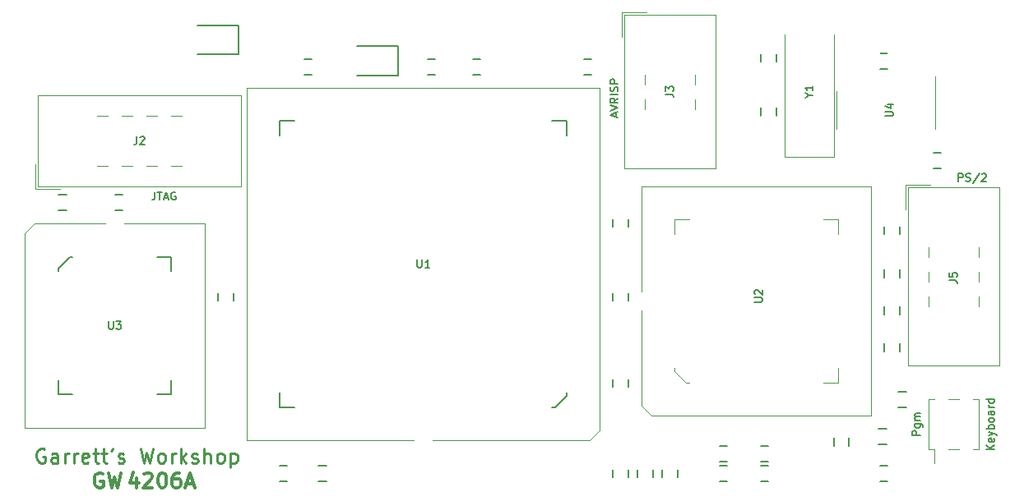
<source format=gto>
G04 #@! TF.GenerationSoftware,KiCad,Pcbnew,(5.1.2-1)-1*
G04 #@! TF.CreationDate,2019-07-29T21:02:17-04:00*
G04 #@! TF.ProjectId,Mouserial,4d6f7573-6572-4696-916c-2e6b69636164,rev?*
G04 #@! TF.SameCoordinates,Original*
G04 #@! TF.FileFunction,Legend,Top*
G04 #@! TF.FilePolarity,Positive*
%FSLAX46Y46*%
G04 Gerber Fmt 4.6, Leading zero omitted, Abs format (unit mm)*
G04 Created by KiCad (PCBNEW (5.1.2-1)-1) date 2019-07-29 21:02:17*
%MOMM*%
%LPD*%
G04 APERTURE LIST*
%ADD10C,0.203200*%
%ADD11C,0.300000*%
%ADD12C,0.225000*%
%ADD13C,0.152400*%
%ADD14C,0.120000*%
%ADD15C,0.100000*%
%ADD16C,1.477400*%
%ADD17C,1.202400*%
%ADD18C,0.500000*%
%ADD19C,1.752400*%
%ADD20C,1.952400*%
%ADD21C,2.052400*%
%ADD22C,1.152400*%
%ADD23C,2.000000*%
%ADD24C,0.752400*%
%ADD25C,1.002400*%
%ADD26C,2.152400*%
%ADD27C,1.676400*%
G04 APERTURE END LIST*
D10*
X143877695Y-125783219D02*
X143064895Y-125783219D01*
X143877695Y-125318761D02*
X143413238Y-125667104D01*
X143064895Y-125318761D02*
X143529352Y-125783219D01*
X143838990Y-124660780D02*
X143877695Y-124738190D01*
X143877695Y-124893009D01*
X143838990Y-124970419D01*
X143761580Y-125009123D01*
X143451942Y-125009123D01*
X143374533Y-124970419D01*
X143335828Y-124893009D01*
X143335828Y-124738190D01*
X143374533Y-124660780D01*
X143451942Y-124622076D01*
X143529352Y-124622076D01*
X143606761Y-125009123D01*
X143335828Y-124351142D02*
X143877695Y-124157619D01*
X143335828Y-123964095D02*
X143877695Y-124157619D01*
X144071219Y-124235028D01*
X144109923Y-124273733D01*
X144148628Y-124351142D01*
X143877695Y-123654457D02*
X143064895Y-123654457D01*
X143374533Y-123654457D02*
X143335828Y-123577047D01*
X143335828Y-123422228D01*
X143374533Y-123344819D01*
X143413238Y-123306114D01*
X143490647Y-123267409D01*
X143722876Y-123267409D01*
X143800285Y-123306114D01*
X143838990Y-123344819D01*
X143877695Y-123422228D01*
X143877695Y-123577047D01*
X143838990Y-123654457D01*
X143877695Y-122802952D02*
X143838990Y-122880361D01*
X143800285Y-122919066D01*
X143722876Y-122957771D01*
X143490647Y-122957771D01*
X143413238Y-122919066D01*
X143374533Y-122880361D01*
X143335828Y-122802952D01*
X143335828Y-122686838D01*
X143374533Y-122609428D01*
X143413238Y-122570723D01*
X143490647Y-122532019D01*
X143722876Y-122532019D01*
X143800285Y-122570723D01*
X143838990Y-122609428D01*
X143877695Y-122686838D01*
X143877695Y-122802952D01*
X143877695Y-121835333D02*
X143451942Y-121835333D01*
X143374533Y-121874038D01*
X143335828Y-121951447D01*
X143335828Y-122106266D01*
X143374533Y-122183676D01*
X143838990Y-121835333D02*
X143877695Y-121912742D01*
X143877695Y-122106266D01*
X143838990Y-122183676D01*
X143761580Y-122222380D01*
X143684171Y-122222380D01*
X143606761Y-122183676D01*
X143568057Y-122106266D01*
X143568057Y-121912742D01*
X143529352Y-121835333D01*
X143877695Y-121448285D02*
X143335828Y-121448285D01*
X143490647Y-121448285D02*
X143413238Y-121409580D01*
X143374533Y-121370876D01*
X143335828Y-121293466D01*
X143335828Y-121216057D01*
X143877695Y-120596780D02*
X143064895Y-120596780D01*
X143838990Y-120596780D02*
X143877695Y-120674190D01*
X143877695Y-120829009D01*
X143838990Y-120906419D01*
X143800285Y-120945123D01*
X143722876Y-120983828D01*
X143490647Y-120983828D01*
X143413238Y-120945123D01*
X143374533Y-120906419D01*
X143335828Y-120829009D01*
X143335828Y-120674190D01*
X143374533Y-120596780D01*
X136257695Y-124312438D02*
X135444895Y-124312438D01*
X135444895Y-124002800D01*
X135483600Y-123925390D01*
X135522304Y-123886685D01*
X135599714Y-123847980D01*
X135715828Y-123847980D01*
X135793238Y-123886685D01*
X135831942Y-123925390D01*
X135870647Y-124002800D01*
X135870647Y-124312438D01*
X135715828Y-123151295D02*
X136373809Y-123151295D01*
X136451219Y-123190000D01*
X136489923Y-123228704D01*
X136528628Y-123306114D01*
X136528628Y-123422228D01*
X136489923Y-123499638D01*
X136218990Y-123151295D02*
X136257695Y-123228704D01*
X136257695Y-123383523D01*
X136218990Y-123460933D01*
X136180285Y-123499638D01*
X136102876Y-123538342D01*
X135870647Y-123538342D01*
X135793238Y-123499638D01*
X135754533Y-123460933D01*
X135715828Y-123383523D01*
X135715828Y-123228704D01*
X135754533Y-123151295D01*
X136257695Y-122764247D02*
X135715828Y-122764247D01*
X135793238Y-122764247D02*
X135754533Y-122725542D01*
X135715828Y-122648133D01*
X135715828Y-122532019D01*
X135754533Y-122454609D01*
X135831942Y-122415904D01*
X136257695Y-122415904D01*
X135831942Y-122415904D02*
X135754533Y-122377200D01*
X135715828Y-122299790D01*
X135715828Y-122183676D01*
X135754533Y-122106266D01*
X135831942Y-122067561D01*
X136257695Y-122067561D01*
D11*
X52106285Y-128270000D02*
X51961142Y-128197428D01*
X51743428Y-128197428D01*
X51525714Y-128270000D01*
X51380571Y-128415142D01*
X51308000Y-128560285D01*
X51235428Y-128850571D01*
X51235428Y-129068285D01*
X51308000Y-129358571D01*
X51380571Y-129503714D01*
X51525714Y-129648857D01*
X51743428Y-129721428D01*
X51888571Y-129721428D01*
X52106285Y-129648857D01*
X52178857Y-129576285D01*
X52178857Y-129068285D01*
X51888571Y-129068285D01*
X52686857Y-128197428D02*
X53049714Y-129721428D01*
X53340000Y-128632857D01*
X53630285Y-129721428D01*
X53993142Y-128197428D01*
D12*
X46126000Y-125742000D02*
X45983142Y-125670571D01*
X45768857Y-125670571D01*
X45554571Y-125742000D01*
X45411714Y-125884857D01*
X45340285Y-126027714D01*
X45268857Y-126313428D01*
X45268857Y-126527714D01*
X45340285Y-126813428D01*
X45411714Y-126956285D01*
X45554571Y-127099142D01*
X45768857Y-127170571D01*
X45911714Y-127170571D01*
X46126000Y-127099142D01*
X46197428Y-127027714D01*
X46197428Y-126527714D01*
X45911714Y-126527714D01*
X47483142Y-127170571D02*
X47483142Y-126384857D01*
X47411714Y-126242000D01*
X47268857Y-126170571D01*
X46983142Y-126170571D01*
X46840285Y-126242000D01*
X47483142Y-127099142D02*
X47340285Y-127170571D01*
X46983142Y-127170571D01*
X46840285Y-127099142D01*
X46768857Y-126956285D01*
X46768857Y-126813428D01*
X46840285Y-126670571D01*
X46983142Y-126599142D01*
X47340285Y-126599142D01*
X47483142Y-126527714D01*
X48197428Y-127170571D02*
X48197428Y-126170571D01*
X48197428Y-126456285D02*
X48268857Y-126313428D01*
X48340285Y-126242000D01*
X48483142Y-126170571D01*
X48626000Y-126170571D01*
X49126000Y-127170571D02*
X49126000Y-126170571D01*
X49126000Y-126456285D02*
X49197428Y-126313428D01*
X49268857Y-126242000D01*
X49411714Y-126170571D01*
X49554571Y-126170571D01*
X50626000Y-127099142D02*
X50483142Y-127170571D01*
X50197428Y-127170571D01*
X50054571Y-127099142D01*
X49983142Y-126956285D01*
X49983142Y-126384857D01*
X50054571Y-126242000D01*
X50197428Y-126170571D01*
X50483142Y-126170571D01*
X50626000Y-126242000D01*
X50697428Y-126384857D01*
X50697428Y-126527714D01*
X49983142Y-126670571D01*
X51126000Y-126170571D02*
X51697428Y-126170571D01*
X51340285Y-125670571D02*
X51340285Y-126956285D01*
X51411714Y-127099142D01*
X51554571Y-127170571D01*
X51697428Y-127170571D01*
X51983142Y-126170571D02*
X52554571Y-126170571D01*
X52197428Y-125670571D02*
X52197428Y-126956285D01*
X52268857Y-127099142D01*
X52411714Y-127170571D01*
X52554571Y-127170571D01*
X53126000Y-125670571D02*
X53126000Y-125742000D01*
X53054571Y-125884857D01*
X52983142Y-125956285D01*
X53697428Y-127099142D02*
X53840285Y-127170571D01*
X54126000Y-127170571D01*
X54268857Y-127099142D01*
X54340285Y-126956285D01*
X54340285Y-126884857D01*
X54268857Y-126742000D01*
X54126000Y-126670571D01*
X53911714Y-126670571D01*
X53768857Y-126599142D01*
X53697428Y-126456285D01*
X53697428Y-126384857D01*
X53768857Y-126242000D01*
X53911714Y-126170571D01*
X54126000Y-126170571D01*
X54268857Y-126242000D01*
X55983142Y-125670571D02*
X56340285Y-127170571D01*
X56626000Y-126099142D01*
X56911714Y-127170571D01*
X57268857Y-125670571D01*
X58054571Y-127170571D02*
X57911714Y-127099142D01*
X57840285Y-127027714D01*
X57768857Y-126884857D01*
X57768857Y-126456285D01*
X57840285Y-126313428D01*
X57911714Y-126242000D01*
X58054571Y-126170571D01*
X58268857Y-126170571D01*
X58411714Y-126242000D01*
X58483142Y-126313428D01*
X58554571Y-126456285D01*
X58554571Y-126884857D01*
X58483142Y-127027714D01*
X58411714Y-127099142D01*
X58268857Y-127170571D01*
X58054571Y-127170571D01*
X59197428Y-127170571D02*
X59197428Y-126170571D01*
X59197428Y-126456285D02*
X59268857Y-126313428D01*
X59340285Y-126242000D01*
X59483142Y-126170571D01*
X59626000Y-126170571D01*
X60126000Y-127170571D02*
X60126000Y-125670571D01*
X60268857Y-126599142D02*
X60697428Y-127170571D01*
X60697428Y-126170571D02*
X60126000Y-126742000D01*
X61268857Y-127099142D02*
X61411714Y-127170571D01*
X61697428Y-127170571D01*
X61840285Y-127099142D01*
X61911714Y-126956285D01*
X61911714Y-126884857D01*
X61840285Y-126742000D01*
X61697428Y-126670571D01*
X61483142Y-126670571D01*
X61340285Y-126599142D01*
X61268857Y-126456285D01*
X61268857Y-126384857D01*
X61340285Y-126242000D01*
X61483142Y-126170571D01*
X61697428Y-126170571D01*
X61840285Y-126242000D01*
X62554571Y-127170571D02*
X62554571Y-125670571D01*
X63197428Y-127170571D02*
X63197428Y-126384857D01*
X63126000Y-126242000D01*
X62983142Y-126170571D01*
X62768857Y-126170571D01*
X62626000Y-126242000D01*
X62554571Y-126313428D01*
X64126000Y-127170571D02*
X63983142Y-127099142D01*
X63911714Y-127027714D01*
X63840285Y-126884857D01*
X63840285Y-126456285D01*
X63911714Y-126313428D01*
X63983142Y-126242000D01*
X64126000Y-126170571D01*
X64340285Y-126170571D01*
X64483142Y-126242000D01*
X64554571Y-126313428D01*
X64626000Y-126456285D01*
X64626000Y-126884857D01*
X64554571Y-127027714D01*
X64483142Y-127099142D01*
X64340285Y-127170571D01*
X64126000Y-127170571D01*
X65268857Y-126170571D02*
X65268857Y-127670571D01*
X65268857Y-126242000D02*
X65411714Y-126170571D01*
X65697428Y-126170571D01*
X65840285Y-126242000D01*
X65911714Y-126313428D01*
X65983142Y-126456285D01*
X65983142Y-126884857D01*
X65911714Y-127027714D01*
X65840285Y-127099142D01*
X65697428Y-127170571D01*
X65411714Y-127170571D01*
X65268857Y-127099142D01*
D11*
X55626000Y-128705428D02*
X55626000Y-129721428D01*
X55263142Y-128124857D02*
X54900285Y-129213428D01*
X55843714Y-129213428D01*
X56351714Y-128342571D02*
X56424285Y-128270000D01*
X56569428Y-128197428D01*
X56932285Y-128197428D01*
X57077428Y-128270000D01*
X57150000Y-128342571D01*
X57222571Y-128487714D01*
X57222571Y-128632857D01*
X57150000Y-128850571D01*
X56279142Y-129721428D01*
X57222571Y-129721428D01*
X58166000Y-128197428D02*
X58311142Y-128197428D01*
X58456285Y-128270000D01*
X58528857Y-128342571D01*
X58601428Y-128487714D01*
X58674000Y-128778000D01*
X58674000Y-129140857D01*
X58601428Y-129431142D01*
X58528857Y-129576285D01*
X58456285Y-129648857D01*
X58311142Y-129721428D01*
X58166000Y-129721428D01*
X58020857Y-129648857D01*
X57948285Y-129576285D01*
X57875714Y-129431142D01*
X57803142Y-129140857D01*
X57803142Y-128778000D01*
X57875714Y-128487714D01*
X57948285Y-128342571D01*
X58020857Y-128270000D01*
X58166000Y-128197428D01*
X59980285Y-128197428D02*
X59690000Y-128197428D01*
X59544857Y-128270000D01*
X59472285Y-128342571D01*
X59327142Y-128560285D01*
X59254571Y-128850571D01*
X59254571Y-129431142D01*
X59327142Y-129576285D01*
X59399714Y-129648857D01*
X59544857Y-129721428D01*
X59835142Y-129721428D01*
X59980285Y-129648857D01*
X60052857Y-129576285D01*
X60125428Y-129431142D01*
X60125428Y-129068285D01*
X60052857Y-128923142D01*
X59980285Y-128850571D01*
X59835142Y-128778000D01*
X59544857Y-128778000D01*
X59399714Y-128850571D01*
X59327142Y-128923142D01*
X59254571Y-129068285D01*
X60706000Y-129286000D02*
X61431714Y-129286000D01*
X60560857Y-129721428D02*
X61068857Y-128197428D01*
X61576857Y-129721428D01*
D13*
X82470000Y-84215000D02*
X78260000Y-84215000D01*
X82470000Y-87235000D02*
X82470000Y-84215000D01*
X78260000Y-87235000D02*
X82470000Y-87235000D01*
X120636400Y-127038000D02*
X119823600Y-127038000D01*
X120636400Y-125438000D02*
X119823600Y-125438000D01*
X115583600Y-127038000D02*
X116396400Y-127038000D01*
X115583600Y-125438000D02*
X116396400Y-125438000D01*
D14*
X59180000Y-91380000D02*
X60200000Y-91380000D01*
X59180000Y-96580000D02*
X60200000Y-96580000D01*
X56640000Y-96580000D02*
X57660000Y-96580000D01*
X56640000Y-91380000D02*
X57660000Y-91380000D01*
X51560000Y-96580000D02*
X52580000Y-96580000D01*
X66310000Y-98655000D02*
X45450000Y-98655000D01*
X54100000Y-91380000D02*
X55120000Y-91380000D01*
X45450000Y-98655000D02*
X45450000Y-89305000D01*
X54100000Y-96580000D02*
X55120000Y-96580000D01*
X45200000Y-98905000D02*
X45200000Y-96365000D01*
X66310000Y-89305000D02*
X66310000Y-98655000D01*
X45450000Y-89305000D02*
X66310000Y-89305000D01*
X45200000Y-98905000D02*
X47740000Y-98905000D01*
X51560000Y-91380000D02*
X52580000Y-91380000D01*
X113090000Y-89660000D02*
X113090000Y-90680000D01*
X107890000Y-89660000D02*
X107890000Y-90680000D01*
X107890000Y-87120000D02*
X107890000Y-88140000D01*
X113090000Y-87120000D02*
X113090000Y-88140000D01*
X105815000Y-81010000D02*
X115165000Y-81010000D01*
X105565000Y-80760000D02*
X105565000Y-83300000D01*
X115165000Y-96790000D02*
X105815000Y-96790000D01*
X105815000Y-96790000D02*
X105815000Y-81010000D01*
X115165000Y-81010000D02*
X115165000Y-96790000D01*
X105565000Y-80760000D02*
X108105000Y-80760000D01*
X134775000Y-98540000D02*
X134775000Y-101080000D01*
X144375000Y-98790000D02*
X144375000Y-117110000D01*
X144375000Y-117110000D02*
X135025000Y-117110000D01*
X134775000Y-98540000D02*
X137315000Y-98540000D01*
X137100000Y-107440000D02*
X137100000Y-108460000D01*
X135025000Y-98790000D02*
X144375000Y-98790000D01*
X142300000Y-107440000D02*
X142300000Y-108460000D01*
X135025000Y-117110000D02*
X135025000Y-98790000D01*
X137100000Y-104900000D02*
X137100000Y-105920000D01*
X142300000Y-109980000D02*
X142300000Y-111000000D01*
X137100000Y-109980000D02*
X137100000Y-111000000D01*
X142300000Y-104900000D02*
X142300000Y-105920000D01*
X86090000Y-124830000D02*
X102240000Y-124830000D01*
X102240000Y-124830000D02*
X103240000Y-123830000D01*
X103240000Y-123830000D02*
X103240000Y-88530000D01*
X103240000Y-88530000D02*
X66940000Y-88530000D01*
X66940000Y-88530000D02*
X66940000Y-124830000D01*
X66940000Y-124830000D02*
X84090000Y-124830000D01*
D13*
X99855800Y-120270582D02*
X99855800Y-119940000D01*
X98680582Y-121445800D02*
X99855800Y-120270582D01*
X98350000Y-121445800D02*
X98680582Y-121445800D01*
X70324200Y-91914200D02*
X70324200Y-93420000D01*
X71830000Y-91914200D02*
X70324200Y-91914200D01*
X99855800Y-91914200D02*
X99855800Y-93420000D01*
X98350000Y-91914200D02*
X99855800Y-91914200D01*
X70324200Y-121445800D02*
X70324200Y-119940000D01*
X71830000Y-121445800D02*
X70324200Y-121445800D01*
D14*
X110976900Y-103580000D02*
X110976900Y-102086900D01*
X110976900Y-102086900D02*
X112470000Y-102086900D01*
X127783100Y-117400000D02*
X127783100Y-118893100D01*
X127783100Y-118893100D02*
X126290000Y-118893100D01*
X127783100Y-103580000D02*
X127783100Y-102086900D01*
X127783100Y-102086900D02*
X126290000Y-102086900D01*
X110976900Y-117400000D02*
X110976900Y-117717882D01*
X110976900Y-117717882D02*
X112152118Y-118893100D01*
X112152118Y-118893100D02*
X112470000Y-118893100D01*
X107590000Y-98700000D02*
X107590000Y-109490000D01*
X131170000Y-98700000D02*
X107590000Y-98700000D01*
X131170000Y-122280000D02*
X131170000Y-98700000D01*
X108590000Y-122280000D02*
X131170000Y-122280000D01*
X107590000Y-121280000D02*
X108590000Y-122280000D01*
X107590000Y-111490000D02*
X107590000Y-121280000D01*
D13*
X119850000Y-85025600D02*
X119850000Y-85838400D01*
X121450000Y-85025600D02*
X121450000Y-85838400D01*
X127343000Y-125435400D02*
X127343000Y-124622600D01*
X128943000Y-125435400D02*
X128943000Y-124622600D01*
X104610000Y-102043600D02*
X104610000Y-102856400D01*
X106210000Y-102043600D02*
X106210000Y-102856400D01*
X57710000Y-105935000D02*
X59165000Y-105935000D01*
X59165000Y-105935000D02*
X59165000Y-107390000D01*
X48970000Y-120125000D02*
X47515000Y-120125000D01*
X47515000Y-120125000D02*
X47515000Y-118670000D01*
X57710000Y-120125000D02*
X59165000Y-120125000D01*
X59165000Y-120125000D02*
X59165000Y-118670000D01*
X48970000Y-105935000D02*
X48687218Y-105935000D01*
X48687218Y-105935000D02*
X47515000Y-107107218D01*
X47515000Y-107107218D02*
X47515000Y-107390000D01*
D14*
X62580000Y-102520000D02*
X54340000Y-102520000D01*
X62580000Y-123540000D02*
X62580000Y-102520000D01*
X44100000Y-123540000D02*
X62580000Y-123540000D01*
X44100000Y-103520000D02*
X44100000Y-123540000D01*
X45100000Y-102520000D02*
X44100000Y-103520000D01*
X52340000Y-102520000D02*
X45100000Y-102520000D01*
D13*
X72833600Y-87160000D02*
X73646400Y-87160000D01*
X72833600Y-85560000D02*
X73646400Y-85560000D01*
X54166400Y-101130000D02*
X53353600Y-101130000D01*
X54166400Y-99530000D02*
X53353600Y-99530000D01*
X102426400Y-87160000D02*
X101613600Y-87160000D01*
X102426400Y-85560000D02*
X101613600Y-85560000D01*
X104610000Y-118553600D02*
X104610000Y-119366400D01*
X106210000Y-118553600D02*
X106210000Y-119366400D01*
X85533600Y-85560000D02*
X86346400Y-85560000D01*
X85533600Y-87160000D02*
X86346400Y-87160000D01*
X90996400Y-85560000D02*
X90183600Y-85560000D01*
X90996400Y-87160000D02*
X90183600Y-87160000D01*
X70293600Y-127470000D02*
X71106400Y-127470000D01*
X70293600Y-129070000D02*
X71106400Y-129070000D01*
X104610000Y-109663600D02*
X104610000Y-110476400D01*
X106210000Y-109663600D02*
X106210000Y-110476400D01*
X137603600Y-96812000D02*
X138416400Y-96812000D01*
X137603600Y-95212000D02*
X138416400Y-95212000D01*
X75121400Y-127470000D02*
X74308600Y-127470000D01*
X75121400Y-129070000D02*
X74308600Y-129070000D01*
X120636400Y-129070000D02*
X119823600Y-129070000D01*
X120636400Y-127470000D02*
X119823600Y-127470000D01*
X132906400Y-127470000D02*
X132093600Y-127470000D01*
X132906400Y-129070000D02*
X132093600Y-129070000D01*
X115583600Y-127470000D02*
X116396400Y-127470000D01*
X115583600Y-129070000D02*
X116396400Y-129070000D01*
X61877000Y-85076000D02*
X66087000Y-85076000D01*
X66087000Y-85076000D02*
X66087000Y-82056000D01*
X66087000Y-82056000D02*
X61877000Y-82056000D01*
X132906400Y-86525000D02*
X132093600Y-86525000D01*
X132906400Y-84925000D02*
X132093600Y-84925000D01*
X119850000Y-91377400D02*
X119850000Y-90564600D01*
X121450000Y-91377400D02*
X121450000Y-90564600D01*
X63970000Y-109663600D02*
X63970000Y-110476400D01*
X65570000Y-109663600D02*
X65570000Y-110476400D01*
X111290000Y-127863600D02*
X111290000Y-128676400D01*
X109690000Y-127863600D02*
X109690000Y-128676400D01*
X106210000Y-127863600D02*
X106210000Y-128676400D01*
X104610000Y-127863600D02*
X104610000Y-128676400D01*
X107150000Y-127863600D02*
X107150000Y-128676400D01*
X108750000Y-127863600D02*
X108750000Y-128676400D01*
X47538600Y-101130000D02*
X48351400Y-101130000D01*
X47538600Y-99530000D02*
X48351400Y-99530000D01*
X132550000Y-115656400D02*
X132550000Y-114843600D01*
X134150000Y-115656400D02*
X134150000Y-114843600D01*
X132550000Y-102783600D02*
X132550000Y-103596400D01*
X134150000Y-102783600D02*
X134150000Y-103596400D01*
X132550000Y-111846400D02*
X132550000Y-111033600D01*
X134150000Y-111846400D02*
X134150000Y-111033600D01*
X134150000Y-108036400D02*
X134150000Y-107223600D01*
X132550000Y-108036400D02*
X132550000Y-107223600D01*
X133998600Y-119850000D02*
X134811400Y-119850000D01*
X133998600Y-121450000D02*
X134811400Y-121450000D01*
D14*
X137100000Y-125790000D02*
X137100000Y-120590000D01*
X142300000Y-125790000D02*
X142300000Y-120590000D01*
X137670000Y-127230000D02*
X137670000Y-125790000D01*
X137100000Y-125790000D02*
X137670000Y-125790000D01*
X137100000Y-120590000D02*
X137670000Y-120590000D01*
X141730000Y-125790000D02*
X142300000Y-125790000D01*
X141730000Y-120590000D02*
X142300000Y-120590000D01*
X139190000Y-125790000D02*
X140210000Y-125790000D01*
X139190000Y-120590000D02*
X140210000Y-120590000D01*
D13*
X131993600Y-125260000D02*
X132806400Y-125260000D01*
X131993600Y-123660000D02*
X132806400Y-123660000D01*
D14*
X122291000Y-83000000D02*
X122291000Y-95600000D01*
X122291000Y-95600000D02*
X127391000Y-95600000D01*
X127391000Y-95600000D02*
X127391000Y-83000000D01*
X127655000Y-90805000D02*
X127655000Y-92755000D01*
X127655000Y-90805000D02*
X127655000Y-88855000D01*
X137775000Y-90805000D02*
X137775000Y-92755000D01*
X137775000Y-90805000D02*
X137775000Y-87355000D01*
D10*
X55609066Y-93534895D02*
X55609066Y-94115466D01*
X55570361Y-94231580D01*
X55492952Y-94308990D01*
X55376838Y-94347695D01*
X55299428Y-94347695D01*
X55957409Y-93612304D02*
X55996114Y-93573600D01*
X56073523Y-93534895D01*
X56267047Y-93534895D01*
X56344457Y-93573600D01*
X56383161Y-93612304D01*
X56421866Y-93689714D01*
X56421866Y-93767123D01*
X56383161Y-93883238D01*
X55918704Y-94347695D01*
X56421866Y-94347695D01*
X57471733Y-99249895D02*
X57471733Y-99830466D01*
X57433028Y-99946580D01*
X57355619Y-100023990D01*
X57239504Y-100062695D01*
X57162095Y-100062695D01*
X57742666Y-99249895D02*
X58207123Y-99249895D01*
X57974895Y-100062695D02*
X57974895Y-99249895D01*
X58439352Y-99830466D02*
X58826400Y-99830466D01*
X58361942Y-100062695D02*
X58632876Y-99249895D01*
X58903809Y-100062695D01*
X59600495Y-99288600D02*
X59523085Y-99249895D01*
X59406971Y-99249895D01*
X59290857Y-99288600D01*
X59213447Y-99366009D01*
X59174742Y-99443419D01*
X59136038Y-99598238D01*
X59136038Y-99714352D01*
X59174742Y-99869171D01*
X59213447Y-99946580D01*
X59290857Y-100023990D01*
X59406971Y-100062695D01*
X59484380Y-100062695D01*
X59600495Y-100023990D01*
X59639200Y-99985285D01*
X59639200Y-99714352D01*
X59484380Y-99714352D01*
X110044895Y-89170933D02*
X110625466Y-89170933D01*
X110741580Y-89209638D01*
X110818990Y-89287047D01*
X110857695Y-89403161D01*
X110857695Y-89480571D01*
X110044895Y-88861295D02*
X110044895Y-88358133D01*
X110354533Y-88629066D01*
X110354533Y-88512952D01*
X110393238Y-88435542D01*
X110431942Y-88396838D01*
X110509352Y-88358133D01*
X110702876Y-88358133D01*
X110780285Y-88396838D01*
X110818990Y-88435542D01*
X110857695Y-88512952D01*
X110857695Y-88745180D01*
X110818990Y-88822590D01*
X110780285Y-88861295D01*
X104910466Y-91470238D02*
X104910466Y-91083190D01*
X105142695Y-91547647D02*
X104329895Y-91276714D01*
X105142695Y-91005780D01*
X104329895Y-90850961D02*
X105142695Y-90580028D01*
X104329895Y-90309095D01*
X105142695Y-89573704D02*
X104755647Y-89844638D01*
X105142695Y-90038161D02*
X104329895Y-90038161D01*
X104329895Y-89728523D01*
X104368600Y-89651114D01*
X104407304Y-89612409D01*
X104484714Y-89573704D01*
X104600828Y-89573704D01*
X104678238Y-89612409D01*
X104716942Y-89651114D01*
X104755647Y-89728523D01*
X104755647Y-90038161D01*
X105142695Y-89225361D02*
X104329895Y-89225361D01*
X105103990Y-88877019D02*
X105142695Y-88760904D01*
X105142695Y-88567380D01*
X105103990Y-88489971D01*
X105065285Y-88451266D01*
X104987876Y-88412561D01*
X104910466Y-88412561D01*
X104833057Y-88451266D01*
X104794352Y-88489971D01*
X104755647Y-88567380D01*
X104716942Y-88722200D01*
X104678238Y-88799609D01*
X104639533Y-88838314D01*
X104562123Y-88877019D01*
X104484714Y-88877019D01*
X104407304Y-88838314D01*
X104368600Y-88799609D01*
X104329895Y-88722200D01*
X104329895Y-88528676D01*
X104368600Y-88412561D01*
X105142695Y-88064219D02*
X104329895Y-88064219D01*
X104329895Y-87754580D01*
X104368600Y-87677171D01*
X104407304Y-87638466D01*
X104484714Y-87599761D01*
X104600828Y-87599761D01*
X104678238Y-87638466D01*
X104716942Y-87677171D01*
X104755647Y-87754580D01*
X104755647Y-88064219D01*
X139254895Y-108347933D02*
X139835466Y-108347933D01*
X139951580Y-108386638D01*
X140028990Y-108464047D01*
X140067695Y-108580161D01*
X140067695Y-108657571D01*
X139254895Y-107573838D02*
X139254895Y-107960885D01*
X139641942Y-107999590D01*
X139603238Y-107960885D01*
X139564533Y-107883476D01*
X139564533Y-107689952D01*
X139603238Y-107612542D01*
X139641942Y-107573838D01*
X139719352Y-107535133D01*
X139912876Y-107535133D01*
X139990285Y-107573838D01*
X140028990Y-107612542D01*
X140067695Y-107689952D01*
X140067695Y-107883476D01*
X140028990Y-107960885D01*
X139990285Y-107999590D01*
X140192276Y-98157695D02*
X140192276Y-97344895D01*
X140501914Y-97344895D01*
X140579323Y-97383600D01*
X140618028Y-97422304D01*
X140656733Y-97499714D01*
X140656733Y-97615828D01*
X140618028Y-97693238D01*
X140579323Y-97731942D01*
X140501914Y-97770647D01*
X140192276Y-97770647D01*
X140966371Y-98118990D02*
X141082485Y-98157695D01*
X141276009Y-98157695D01*
X141353419Y-98118990D01*
X141392123Y-98080285D01*
X141430828Y-98002876D01*
X141430828Y-97925466D01*
X141392123Y-97848057D01*
X141353419Y-97809352D01*
X141276009Y-97770647D01*
X141121190Y-97731942D01*
X141043780Y-97693238D01*
X141005076Y-97654533D01*
X140966371Y-97577123D01*
X140966371Y-97499714D01*
X141005076Y-97422304D01*
X141043780Y-97383600D01*
X141121190Y-97344895D01*
X141314714Y-97344895D01*
X141430828Y-97383600D01*
X142359742Y-97306190D02*
X141663057Y-98351219D01*
X142591971Y-97422304D02*
X142630676Y-97383600D01*
X142708085Y-97344895D01*
X142901609Y-97344895D01*
X142979019Y-97383600D01*
X143017723Y-97422304D01*
X143056428Y-97499714D01*
X143056428Y-97577123D01*
X143017723Y-97693238D01*
X142553266Y-98157695D01*
X143056428Y-98157695D01*
X84470723Y-106234895D02*
X84470723Y-106892876D01*
X84509428Y-106970285D01*
X84548133Y-107008990D01*
X84625542Y-107047695D01*
X84780361Y-107047695D01*
X84857771Y-107008990D01*
X84896476Y-106970285D01*
X84935180Y-106892876D01*
X84935180Y-106234895D01*
X85747980Y-107047695D02*
X85283523Y-107047695D01*
X85515752Y-107047695D02*
X85515752Y-106234895D01*
X85438342Y-106351009D01*
X85360933Y-106428419D01*
X85283523Y-106467123D01*
X119188895Y-110601276D02*
X119846876Y-110601276D01*
X119924285Y-110562571D01*
X119962990Y-110523866D01*
X120001695Y-110446457D01*
X120001695Y-110291638D01*
X119962990Y-110214228D01*
X119924285Y-110175523D01*
X119846876Y-110136819D01*
X119188895Y-110136819D01*
X119266304Y-109788476D02*
X119227600Y-109749771D01*
X119188895Y-109672361D01*
X119188895Y-109478838D01*
X119227600Y-109401428D01*
X119266304Y-109362723D01*
X119343714Y-109324019D01*
X119421123Y-109324019D01*
X119537238Y-109362723D01*
X120001695Y-109827180D01*
X120001695Y-109324019D01*
X52720723Y-112584895D02*
X52720723Y-113242876D01*
X52759428Y-113320285D01*
X52798133Y-113358990D01*
X52875542Y-113397695D01*
X53030361Y-113397695D01*
X53107771Y-113358990D01*
X53146476Y-113320285D01*
X53185180Y-113242876D01*
X53185180Y-112584895D01*
X53494819Y-112584895D02*
X53997980Y-112584895D01*
X53727047Y-112894533D01*
X53843161Y-112894533D01*
X53920571Y-112933238D01*
X53959276Y-112971942D01*
X53997980Y-113049352D01*
X53997980Y-113242876D01*
X53959276Y-113320285D01*
X53920571Y-113358990D01*
X53843161Y-113397695D01*
X53610933Y-113397695D01*
X53533523Y-113358990D01*
X53494819Y-113320285D01*
X124821647Y-89287047D02*
X125208695Y-89287047D01*
X124395895Y-89557980D02*
X124821647Y-89287047D01*
X124395895Y-89016114D01*
X125208695Y-88319428D02*
X125208695Y-88783885D01*
X125208695Y-88551657D02*
X124395895Y-88551657D01*
X124512009Y-88629066D01*
X124589419Y-88706476D01*
X124628123Y-88783885D01*
X132650895Y-91424276D02*
X133308876Y-91424276D01*
X133386285Y-91385571D01*
X133424990Y-91346866D01*
X133463695Y-91269457D01*
X133463695Y-91114638D01*
X133424990Y-91037228D01*
X133386285Y-90998523D01*
X133308876Y-90959819D01*
X132650895Y-90959819D01*
X132921828Y-90224428D02*
X133463695Y-90224428D01*
X132612190Y-90417952D02*
X133192761Y-90611476D01*
X133192761Y-90108314D01*
%LPC*%
D15*
G36*
X139700000Y-139446000D02*
G01*
X139192000Y-139954000D01*
X74168000Y-139954000D01*
X73660000Y-139446000D01*
X73660000Y-132080000D01*
X139700000Y-132080000D01*
X139700000Y-139446000D01*
G37*
G36*
X78959769Y-84475142D02*
G01*
X78986828Y-84479156D01*
X79013364Y-84485803D01*
X79039121Y-84495019D01*
X79063850Y-84506715D01*
X79087313Y-84520779D01*
X79109286Y-84537074D01*
X79129555Y-84555445D01*
X79147926Y-84575714D01*
X79164221Y-84597687D01*
X79178285Y-84621150D01*
X79189981Y-84645879D01*
X79199197Y-84671636D01*
X79205844Y-84698172D01*
X79209858Y-84725231D01*
X79211200Y-84752554D01*
X79211200Y-86697446D01*
X79209858Y-86724769D01*
X79205844Y-86751828D01*
X79199197Y-86778364D01*
X79189981Y-86804121D01*
X79178285Y-86828850D01*
X79164221Y-86852313D01*
X79147926Y-86874286D01*
X79129555Y-86894555D01*
X79109286Y-86912926D01*
X79087313Y-86929221D01*
X79063850Y-86943285D01*
X79039121Y-86954981D01*
X79013364Y-86964197D01*
X78986828Y-86970844D01*
X78959769Y-86974858D01*
X78932446Y-86976200D01*
X78012554Y-86976200D01*
X77985231Y-86974858D01*
X77958172Y-86970844D01*
X77931636Y-86964197D01*
X77905879Y-86954981D01*
X77881150Y-86943285D01*
X77857687Y-86929221D01*
X77835714Y-86912926D01*
X77815445Y-86894555D01*
X77797074Y-86874286D01*
X77780779Y-86852313D01*
X77766715Y-86828850D01*
X77755019Y-86804121D01*
X77745803Y-86778364D01*
X77739156Y-86751828D01*
X77735142Y-86724769D01*
X77733800Y-86697446D01*
X77733800Y-84752554D01*
X77735142Y-84725231D01*
X77739156Y-84698172D01*
X77745803Y-84671636D01*
X77755019Y-84645879D01*
X77766715Y-84621150D01*
X77780779Y-84597687D01*
X77797074Y-84575714D01*
X77815445Y-84555445D01*
X77835714Y-84537074D01*
X77857687Y-84520779D01*
X77881150Y-84506715D01*
X77905879Y-84495019D01*
X77931636Y-84485803D01*
X77958172Y-84479156D01*
X77985231Y-84475142D01*
X78012554Y-84473800D01*
X78932446Y-84473800D01*
X78959769Y-84475142D01*
X78959769Y-84475142D01*
G37*
D16*
X78472500Y-85725000D03*
D15*
G36*
X82034769Y-84475142D02*
G01*
X82061828Y-84479156D01*
X82088364Y-84485803D01*
X82114121Y-84495019D01*
X82138850Y-84506715D01*
X82162313Y-84520779D01*
X82184286Y-84537074D01*
X82204555Y-84555445D01*
X82222926Y-84575714D01*
X82239221Y-84597687D01*
X82253285Y-84621150D01*
X82264981Y-84645879D01*
X82274197Y-84671636D01*
X82280844Y-84698172D01*
X82284858Y-84725231D01*
X82286200Y-84752554D01*
X82286200Y-86697446D01*
X82284858Y-86724769D01*
X82280844Y-86751828D01*
X82274197Y-86778364D01*
X82264981Y-86804121D01*
X82253285Y-86828850D01*
X82239221Y-86852313D01*
X82222926Y-86874286D01*
X82204555Y-86894555D01*
X82184286Y-86912926D01*
X82162313Y-86929221D01*
X82138850Y-86943285D01*
X82114121Y-86954981D01*
X82088364Y-86964197D01*
X82061828Y-86970844D01*
X82034769Y-86974858D01*
X82007446Y-86976200D01*
X81087554Y-86976200D01*
X81060231Y-86974858D01*
X81033172Y-86970844D01*
X81006636Y-86964197D01*
X80980879Y-86954981D01*
X80956150Y-86943285D01*
X80932687Y-86929221D01*
X80910714Y-86912926D01*
X80890445Y-86894555D01*
X80872074Y-86874286D01*
X80855779Y-86852313D01*
X80841715Y-86828850D01*
X80830019Y-86804121D01*
X80820803Y-86778364D01*
X80814156Y-86751828D01*
X80810142Y-86724769D01*
X80808800Y-86697446D01*
X80808800Y-84752554D01*
X80810142Y-84725231D01*
X80814156Y-84698172D01*
X80820803Y-84671636D01*
X80830019Y-84645879D01*
X80841715Y-84621150D01*
X80855779Y-84597687D01*
X80872074Y-84575714D01*
X80890445Y-84555445D01*
X80910714Y-84537074D01*
X80932687Y-84520779D01*
X80956150Y-84506715D01*
X80980879Y-84495019D01*
X81006636Y-84485803D01*
X81033172Y-84479156D01*
X81060231Y-84475142D01*
X81087554Y-84473800D01*
X82007446Y-84473800D01*
X82034769Y-84475142D01*
X82034769Y-84475142D01*
G37*
D16*
X81547500Y-85725000D03*
D15*
G36*
X121410064Y-125463247D02*
G01*
X121439244Y-125467576D01*
X121467860Y-125474744D01*
X121495635Y-125484682D01*
X121522302Y-125497294D01*
X121547604Y-125512460D01*
X121571299Y-125530033D01*
X121593156Y-125549844D01*
X121612967Y-125571701D01*
X121630540Y-125595396D01*
X121645706Y-125620698D01*
X121658318Y-125647365D01*
X121668256Y-125675140D01*
X121675424Y-125703756D01*
X121679753Y-125732936D01*
X121681200Y-125762400D01*
X121681200Y-126713600D01*
X121679753Y-126743064D01*
X121675424Y-126772244D01*
X121668256Y-126800860D01*
X121658318Y-126828635D01*
X121645706Y-126855302D01*
X121630540Y-126880604D01*
X121612967Y-126904299D01*
X121593156Y-126926156D01*
X121571299Y-126945967D01*
X121547604Y-126963540D01*
X121522302Y-126978706D01*
X121495635Y-126991318D01*
X121467860Y-127001256D01*
X121439244Y-127008424D01*
X121410064Y-127012753D01*
X121380600Y-127014200D01*
X120779400Y-127014200D01*
X120749936Y-127012753D01*
X120720756Y-127008424D01*
X120692140Y-127001256D01*
X120664365Y-126991318D01*
X120637698Y-126978706D01*
X120612396Y-126963540D01*
X120588701Y-126945967D01*
X120566844Y-126926156D01*
X120547033Y-126904299D01*
X120529460Y-126880604D01*
X120514294Y-126855302D01*
X120501682Y-126828635D01*
X120491744Y-126800860D01*
X120484576Y-126772244D01*
X120480247Y-126743064D01*
X120478800Y-126713600D01*
X120478800Y-125762400D01*
X120480247Y-125732936D01*
X120484576Y-125703756D01*
X120491744Y-125675140D01*
X120501682Y-125647365D01*
X120514294Y-125620698D01*
X120529460Y-125595396D01*
X120547033Y-125571701D01*
X120566844Y-125549844D01*
X120588701Y-125530033D01*
X120612396Y-125512460D01*
X120637698Y-125497294D01*
X120664365Y-125484682D01*
X120692140Y-125474744D01*
X120720756Y-125467576D01*
X120749936Y-125463247D01*
X120779400Y-125461800D01*
X121380600Y-125461800D01*
X121410064Y-125463247D01*
X121410064Y-125463247D01*
G37*
D17*
X121080000Y-126238000D03*
D15*
G36*
X119710064Y-125463247D02*
G01*
X119739244Y-125467576D01*
X119767860Y-125474744D01*
X119795635Y-125484682D01*
X119822302Y-125497294D01*
X119847604Y-125512460D01*
X119871299Y-125530033D01*
X119893156Y-125549844D01*
X119912967Y-125571701D01*
X119930540Y-125595396D01*
X119945706Y-125620698D01*
X119958318Y-125647365D01*
X119968256Y-125675140D01*
X119975424Y-125703756D01*
X119979753Y-125732936D01*
X119981200Y-125762400D01*
X119981200Y-126713600D01*
X119979753Y-126743064D01*
X119975424Y-126772244D01*
X119968256Y-126800860D01*
X119958318Y-126828635D01*
X119945706Y-126855302D01*
X119930540Y-126880604D01*
X119912967Y-126904299D01*
X119893156Y-126926156D01*
X119871299Y-126945967D01*
X119847604Y-126963540D01*
X119822302Y-126978706D01*
X119795635Y-126991318D01*
X119767860Y-127001256D01*
X119739244Y-127008424D01*
X119710064Y-127012753D01*
X119680600Y-127014200D01*
X119079400Y-127014200D01*
X119049936Y-127012753D01*
X119020756Y-127008424D01*
X118992140Y-127001256D01*
X118964365Y-126991318D01*
X118937698Y-126978706D01*
X118912396Y-126963540D01*
X118888701Y-126945967D01*
X118866844Y-126926156D01*
X118847033Y-126904299D01*
X118829460Y-126880604D01*
X118814294Y-126855302D01*
X118801682Y-126828635D01*
X118791744Y-126800860D01*
X118784576Y-126772244D01*
X118780247Y-126743064D01*
X118778800Y-126713600D01*
X118778800Y-125762400D01*
X118780247Y-125732936D01*
X118784576Y-125703756D01*
X118791744Y-125675140D01*
X118801682Y-125647365D01*
X118814294Y-125620698D01*
X118829460Y-125595396D01*
X118847033Y-125571701D01*
X118866844Y-125549844D01*
X118888701Y-125530033D01*
X118912396Y-125512460D01*
X118937698Y-125497294D01*
X118964365Y-125484682D01*
X118992140Y-125474744D01*
X119020756Y-125467576D01*
X119049936Y-125463247D01*
X119079400Y-125461800D01*
X119680600Y-125461800D01*
X119710064Y-125463247D01*
X119710064Y-125463247D01*
G37*
D17*
X119380000Y-126238000D03*
D15*
G36*
X117170064Y-125463247D02*
G01*
X117199244Y-125467576D01*
X117227860Y-125474744D01*
X117255635Y-125484682D01*
X117282302Y-125497294D01*
X117307604Y-125512460D01*
X117331299Y-125530033D01*
X117353156Y-125549844D01*
X117372967Y-125571701D01*
X117390540Y-125595396D01*
X117405706Y-125620698D01*
X117418318Y-125647365D01*
X117428256Y-125675140D01*
X117435424Y-125703756D01*
X117439753Y-125732936D01*
X117441200Y-125762400D01*
X117441200Y-126713600D01*
X117439753Y-126743064D01*
X117435424Y-126772244D01*
X117428256Y-126800860D01*
X117418318Y-126828635D01*
X117405706Y-126855302D01*
X117390540Y-126880604D01*
X117372967Y-126904299D01*
X117353156Y-126926156D01*
X117331299Y-126945967D01*
X117307604Y-126963540D01*
X117282302Y-126978706D01*
X117255635Y-126991318D01*
X117227860Y-127001256D01*
X117199244Y-127008424D01*
X117170064Y-127012753D01*
X117140600Y-127014200D01*
X116539400Y-127014200D01*
X116509936Y-127012753D01*
X116480756Y-127008424D01*
X116452140Y-127001256D01*
X116424365Y-126991318D01*
X116397698Y-126978706D01*
X116372396Y-126963540D01*
X116348701Y-126945967D01*
X116326844Y-126926156D01*
X116307033Y-126904299D01*
X116289460Y-126880604D01*
X116274294Y-126855302D01*
X116261682Y-126828635D01*
X116251744Y-126800860D01*
X116244576Y-126772244D01*
X116240247Y-126743064D01*
X116238800Y-126713600D01*
X116238800Y-125762400D01*
X116240247Y-125732936D01*
X116244576Y-125703756D01*
X116251744Y-125675140D01*
X116261682Y-125647365D01*
X116274294Y-125620698D01*
X116289460Y-125595396D01*
X116307033Y-125571701D01*
X116326844Y-125549844D01*
X116348701Y-125530033D01*
X116372396Y-125512460D01*
X116397698Y-125497294D01*
X116424365Y-125484682D01*
X116452140Y-125474744D01*
X116480756Y-125467576D01*
X116509936Y-125463247D01*
X116539400Y-125461800D01*
X117140600Y-125461800D01*
X117170064Y-125463247D01*
X117170064Y-125463247D01*
G37*
D17*
X116840000Y-126238000D03*
D15*
G36*
X115470064Y-125463247D02*
G01*
X115499244Y-125467576D01*
X115527860Y-125474744D01*
X115555635Y-125484682D01*
X115582302Y-125497294D01*
X115607604Y-125512460D01*
X115631299Y-125530033D01*
X115653156Y-125549844D01*
X115672967Y-125571701D01*
X115690540Y-125595396D01*
X115705706Y-125620698D01*
X115718318Y-125647365D01*
X115728256Y-125675140D01*
X115735424Y-125703756D01*
X115739753Y-125732936D01*
X115741200Y-125762400D01*
X115741200Y-126713600D01*
X115739753Y-126743064D01*
X115735424Y-126772244D01*
X115728256Y-126800860D01*
X115718318Y-126828635D01*
X115705706Y-126855302D01*
X115690540Y-126880604D01*
X115672967Y-126904299D01*
X115653156Y-126926156D01*
X115631299Y-126945967D01*
X115607604Y-126963540D01*
X115582302Y-126978706D01*
X115555635Y-126991318D01*
X115527860Y-127001256D01*
X115499244Y-127008424D01*
X115470064Y-127012753D01*
X115440600Y-127014200D01*
X114839400Y-127014200D01*
X114809936Y-127012753D01*
X114780756Y-127008424D01*
X114752140Y-127001256D01*
X114724365Y-126991318D01*
X114697698Y-126978706D01*
X114672396Y-126963540D01*
X114648701Y-126945967D01*
X114626844Y-126926156D01*
X114607033Y-126904299D01*
X114589460Y-126880604D01*
X114574294Y-126855302D01*
X114561682Y-126828635D01*
X114551744Y-126800860D01*
X114544576Y-126772244D01*
X114540247Y-126743064D01*
X114538800Y-126713600D01*
X114538800Y-125762400D01*
X114540247Y-125732936D01*
X114544576Y-125703756D01*
X114551744Y-125675140D01*
X114561682Y-125647365D01*
X114574294Y-125620698D01*
X114589460Y-125595396D01*
X114607033Y-125571701D01*
X114626844Y-125549844D01*
X114648701Y-125530033D01*
X114672396Y-125512460D01*
X114697698Y-125497294D01*
X114724365Y-125484682D01*
X114752140Y-125474744D01*
X114780756Y-125467576D01*
X114809936Y-125463247D01*
X114839400Y-125461800D01*
X115440600Y-125461800D01*
X115470064Y-125463247D01*
X115470064Y-125463247D01*
G37*
D17*
X115140000Y-126238000D03*
D15*
G36*
X141955252Y-90712602D02*
G01*
X141967386Y-90714402D01*
X141979286Y-90717382D01*
X141990835Y-90721515D01*
X142001925Y-90726760D01*
X142012446Y-90733066D01*
X142022299Y-90740374D01*
X142031388Y-90748612D01*
X142039626Y-90757701D01*
X142046934Y-90767554D01*
X142053240Y-90778075D01*
X142058485Y-90789165D01*
X142062618Y-90800714D01*
X142065598Y-90812614D01*
X142067398Y-90824748D01*
X142068000Y-90837000D01*
X142068000Y-91087000D01*
X142067398Y-91099252D01*
X142065598Y-91111386D01*
X142062618Y-91123286D01*
X142058485Y-91134835D01*
X142053240Y-91145925D01*
X142046934Y-91156446D01*
X142039626Y-91166299D01*
X142031388Y-91175388D01*
X142022299Y-91183626D01*
X142012446Y-91190934D01*
X142001925Y-91197240D01*
X141990835Y-91202485D01*
X141979286Y-91206618D01*
X141967386Y-91209598D01*
X141955252Y-91211398D01*
X141943000Y-91212000D01*
X140743000Y-91212000D01*
X140730748Y-91211398D01*
X140718614Y-91209598D01*
X140706714Y-91206618D01*
X140695165Y-91202485D01*
X140684075Y-91197240D01*
X140673554Y-91190934D01*
X140663701Y-91183626D01*
X140654612Y-91175388D01*
X140646374Y-91166299D01*
X140639066Y-91156446D01*
X140632760Y-91145925D01*
X140627515Y-91134835D01*
X140623382Y-91123286D01*
X140620402Y-91111386D01*
X140618602Y-91099252D01*
X140618000Y-91087000D01*
X140618000Y-90837000D01*
X140618602Y-90824748D01*
X140620402Y-90812614D01*
X140623382Y-90800714D01*
X140627515Y-90789165D01*
X140632760Y-90778075D01*
X140639066Y-90767554D01*
X140646374Y-90757701D01*
X140654612Y-90748612D01*
X140663701Y-90740374D01*
X140673554Y-90733066D01*
X140684075Y-90726760D01*
X140695165Y-90721515D01*
X140706714Y-90717382D01*
X140718614Y-90714402D01*
X140730748Y-90712602D01*
X140743000Y-90712000D01*
X141943000Y-90712000D01*
X141955252Y-90712602D01*
X141955252Y-90712602D01*
G37*
D18*
X141343000Y-90962000D03*
D15*
G36*
X141955252Y-90062602D02*
G01*
X141967386Y-90064402D01*
X141979286Y-90067382D01*
X141990835Y-90071515D01*
X142001925Y-90076760D01*
X142012446Y-90083066D01*
X142022299Y-90090374D01*
X142031388Y-90098612D01*
X142039626Y-90107701D01*
X142046934Y-90117554D01*
X142053240Y-90128075D01*
X142058485Y-90139165D01*
X142062618Y-90150714D01*
X142065598Y-90162614D01*
X142067398Y-90174748D01*
X142068000Y-90187000D01*
X142068000Y-90437000D01*
X142067398Y-90449252D01*
X142065598Y-90461386D01*
X142062618Y-90473286D01*
X142058485Y-90484835D01*
X142053240Y-90495925D01*
X142046934Y-90506446D01*
X142039626Y-90516299D01*
X142031388Y-90525388D01*
X142022299Y-90533626D01*
X142012446Y-90540934D01*
X142001925Y-90547240D01*
X141990835Y-90552485D01*
X141979286Y-90556618D01*
X141967386Y-90559598D01*
X141955252Y-90561398D01*
X141943000Y-90562000D01*
X140743000Y-90562000D01*
X140730748Y-90561398D01*
X140718614Y-90559598D01*
X140706714Y-90556618D01*
X140695165Y-90552485D01*
X140684075Y-90547240D01*
X140673554Y-90540934D01*
X140663701Y-90533626D01*
X140654612Y-90525388D01*
X140646374Y-90516299D01*
X140639066Y-90506446D01*
X140632760Y-90495925D01*
X140627515Y-90484835D01*
X140623382Y-90473286D01*
X140620402Y-90461386D01*
X140618602Y-90449252D01*
X140618000Y-90437000D01*
X140618000Y-90187000D01*
X140618602Y-90174748D01*
X140620402Y-90162614D01*
X140623382Y-90150714D01*
X140627515Y-90139165D01*
X140632760Y-90128075D01*
X140639066Y-90117554D01*
X140646374Y-90107701D01*
X140654612Y-90098612D01*
X140663701Y-90090374D01*
X140673554Y-90083066D01*
X140684075Y-90076760D01*
X140695165Y-90071515D01*
X140706714Y-90067382D01*
X140718614Y-90064402D01*
X140730748Y-90062602D01*
X140743000Y-90062000D01*
X141943000Y-90062000D01*
X141955252Y-90062602D01*
X141955252Y-90062602D01*
G37*
D18*
X141343000Y-90312000D03*
D15*
G36*
X141955252Y-89412602D02*
G01*
X141967386Y-89414402D01*
X141979286Y-89417382D01*
X141990835Y-89421515D01*
X142001925Y-89426760D01*
X142012446Y-89433066D01*
X142022299Y-89440374D01*
X142031388Y-89448612D01*
X142039626Y-89457701D01*
X142046934Y-89467554D01*
X142053240Y-89478075D01*
X142058485Y-89489165D01*
X142062618Y-89500714D01*
X142065598Y-89512614D01*
X142067398Y-89524748D01*
X142068000Y-89537000D01*
X142068000Y-89787000D01*
X142067398Y-89799252D01*
X142065598Y-89811386D01*
X142062618Y-89823286D01*
X142058485Y-89834835D01*
X142053240Y-89845925D01*
X142046934Y-89856446D01*
X142039626Y-89866299D01*
X142031388Y-89875388D01*
X142022299Y-89883626D01*
X142012446Y-89890934D01*
X142001925Y-89897240D01*
X141990835Y-89902485D01*
X141979286Y-89906618D01*
X141967386Y-89909598D01*
X141955252Y-89911398D01*
X141943000Y-89912000D01*
X140743000Y-89912000D01*
X140730748Y-89911398D01*
X140718614Y-89909598D01*
X140706714Y-89906618D01*
X140695165Y-89902485D01*
X140684075Y-89897240D01*
X140673554Y-89890934D01*
X140663701Y-89883626D01*
X140654612Y-89875388D01*
X140646374Y-89866299D01*
X140639066Y-89856446D01*
X140632760Y-89845925D01*
X140627515Y-89834835D01*
X140623382Y-89823286D01*
X140620402Y-89811386D01*
X140618602Y-89799252D01*
X140618000Y-89787000D01*
X140618000Y-89537000D01*
X140618602Y-89524748D01*
X140620402Y-89512614D01*
X140623382Y-89500714D01*
X140627515Y-89489165D01*
X140632760Y-89478075D01*
X140639066Y-89467554D01*
X140646374Y-89457701D01*
X140654612Y-89448612D01*
X140663701Y-89440374D01*
X140673554Y-89433066D01*
X140684075Y-89426760D01*
X140695165Y-89421515D01*
X140706714Y-89417382D01*
X140718614Y-89414402D01*
X140730748Y-89412602D01*
X140743000Y-89412000D01*
X141943000Y-89412000D01*
X141955252Y-89412602D01*
X141955252Y-89412602D01*
G37*
D18*
X141343000Y-89662000D03*
D15*
G36*
X141955252Y-88762602D02*
G01*
X141967386Y-88764402D01*
X141979286Y-88767382D01*
X141990835Y-88771515D01*
X142001925Y-88776760D01*
X142012446Y-88783066D01*
X142022299Y-88790374D01*
X142031388Y-88798612D01*
X142039626Y-88807701D01*
X142046934Y-88817554D01*
X142053240Y-88828075D01*
X142058485Y-88839165D01*
X142062618Y-88850714D01*
X142065598Y-88862614D01*
X142067398Y-88874748D01*
X142068000Y-88887000D01*
X142068000Y-89137000D01*
X142067398Y-89149252D01*
X142065598Y-89161386D01*
X142062618Y-89173286D01*
X142058485Y-89184835D01*
X142053240Y-89195925D01*
X142046934Y-89206446D01*
X142039626Y-89216299D01*
X142031388Y-89225388D01*
X142022299Y-89233626D01*
X142012446Y-89240934D01*
X142001925Y-89247240D01*
X141990835Y-89252485D01*
X141979286Y-89256618D01*
X141967386Y-89259598D01*
X141955252Y-89261398D01*
X141943000Y-89262000D01*
X140743000Y-89262000D01*
X140730748Y-89261398D01*
X140718614Y-89259598D01*
X140706714Y-89256618D01*
X140695165Y-89252485D01*
X140684075Y-89247240D01*
X140673554Y-89240934D01*
X140663701Y-89233626D01*
X140654612Y-89225388D01*
X140646374Y-89216299D01*
X140639066Y-89206446D01*
X140632760Y-89195925D01*
X140627515Y-89184835D01*
X140623382Y-89173286D01*
X140620402Y-89161386D01*
X140618602Y-89149252D01*
X140618000Y-89137000D01*
X140618000Y-88887000D01*
X140618602Y-88874748D01*
X140620402Y-88862614D01*
X140623382Y-88850714D01*
X140627515Y-88839165D01*
X140632760Y-88828075D01*
X140639066Y-88817554D01*
X140646374Y-88807701D01*
X140654612Y-88798612D01*
X140663701Y-88790374D01*
X140673554Y-88783066D01*
X140684075Y-88776760D01*
X140695165Y-88771515D01*
X140706714Y-88767382D01*
X140718614Y-88764402D01*
X140730748Y-88762602D01*
X140743000Y-88762000D01*
X141943000Y-88762000D01*
X141955252Y-88762602D01*
X141955252Y-88762602D01*
G37*
D18*
X141343000Y-89012000D03*
D15*
G36*
X141955252Y-88112602D02*
G01*
X141967386Y-88114402D01*
X141979286Y-88117382D01*
X141990835Y-88121515D01*
X142001925Y-88126760D01*
X142012446Y-88133066D01*
X142022299Y-88140374D01*
X142031388Y-88148612D01*
X142039626Y-88157701D01*
X142046934Y-88167554D01*
X142053240Y-88178075D01*
X142058485Y-88189165D01*
X142062618Y-88200714D01*
X142065598Y-88212614D01*
X142067398Y-88224748D01*
X142068000Y-88237000D01*
X142068000Y-88487000D01*
X142067398Y-88499252D01*
X142065598Y-88511386D01*
X142062618Y-88523286D01*
X142058485Y-88534835D01*
X142053240Y-88545925D01*
X142046934Y-88556446D01*
X142039626Y-88566299D01*
X142031388Y-88575388D01*
X142022299Y-88583626D01*
X142012446Y-88590934D01*
X142001925Y-88597240D01*
X141990835Y-88602485D01*
X141979286Y-88606618D01*
X141967386Y-88609598D01*
X141955252Y-88611398D01*
X141943000Y-88612000D01*
X140743000Y-88612000D01*
X140730748Y-88611398D01*
X140718614Y-88609598D01*
X140706714Y-88606618D01*
X140695165Y-88602485D01*
X140684075Y-88597240D01*
X140673554Y-88590934D01*
X140663701Y-88583626D01*
X140654612Y-88575388D01*
X140646374Y-88566299D01*
X140639066Y-88556446D01*
X140632760Y-88545925D01*
X140627515Y-88534835D01*
X140623382Y-88523286D01*
X140620402Y-88511386D01*
X140618602Y-88499252D01*
X140618000Y-88487000D01*
X140618000Y-88237000D01*
X140618602Y-88224748D01*
X140620402Y-88212614D01*
X140623382Y-88200714D01*
X140627515Y-88189165D01*
X140632760Y-88178075D01*
X140639066Y-88167554D01*
X140646374Y-88157701D01*
X140654612Y-88148612D01*
X140663701Y-88140374D01*
X140673554Y-88133066D01*
X140684075Y-88126760D01*
X140695165Y-88121515D01*
X140706714Y-88117382D01*
X140718614Y-88114402D01*
X140730748Y-88112602D01*
X140743000Y-88112000D01*
X141943000Y-88112000D01*
X141955252Y-88112602D01*
X141955252Y-88112602D01*
G37*
D18*
X141343000Y-88362000D03*
D15*
G36*
X141949041Y-91637910D02*
G01*
X141991569Y-91644218D01*
X142033274Y-91654664D01*
X142073754Y-91669148D01*
X142112619Y-91687530D01*
X142149495Y-91709633D01*
X142184028Y-91735244D01*
X142215883Y-91764117D01*
X142244756Y-91795972D01*
X142270367Y-91830505D01*
X142292470Y-91867381D01*
X142310852Y-91906246D01*
X142325336Y-91946726D01*
X142335782Y-91988431D01*
X142342090Y-92030959D01*
X142344200Y-92073900D01*
X142344200Y-93450100D01*
X142342090Y-93493041D01*
X142335782Y-93535569D01*
X142325336Y-93577274D01*
X142310852Y-93617754D01*
X142292470Y-93656619D01*
X142270367Y-93693495D01*
X142244756Y-93728028D01*
X142215883Y-93759883D01*
X142184028Y-93788756D01*
X142149495Y-93814367D01*
X142112619Y-93836470D01*
X142073754Y-93854852D01*
X142033274Y-93869336D01*
X141991569Y-93879782D01*
X141949041Y-93886090D01*
X141906100Y-93888200D01*
X141029900Y-93888200D01*
X140986959Y-93886090D01*
X140944431Y-93879782D01*
X140902726Y-93869336D01*
X140862246Y-93854852D01*
X140823381Y-93836470D01*
X140786505Y-93814367D01*
X140751972Y-93788756D01*
X140720117Y-93759883D01*
X140691244Y-93728028D01*
X140665633Y-93693495D01*
X140643530Y-93656619D01*
X140625148Y-93617754D01*
X140610664Y-93577274D01*
X140600218Y-93535569D01*
X140593910Y-93493041D01*
X140591800Y-93450100D01*
X140591800Y-92073900D01*
X140593910Y-92030959D01*
X140600218Y-91988431D01*
X140610664Y-91946726D01*
X140625148Y-91906246D01*
X140643530Y-91867381D01*
X140665633Y-91830505D01*
X140691244Y-91795972D01*
X140720117Y-91764117D01*
X140751972Y-91735244D01*
X140786505Y-91709633D01*
X140823381Y-91687530D01*
X140862246Y-91669148D01*
X140902726Y-91654664D01*
X140944431Y-91644218D01*
X140986959Y-91637910D01*
X141029900Y-91635800D01*
X141906100Y-91635800D01*
X141949041Y-91637910D01*
X141949041Y-91637910D01*
G37*
D19*
X141468000Y-92762000D03*
D15*
G36*
X141949041Y-85437910D02*
G01*
X141991569Y-85444218D01*
X142033274Y-85454664D01*
X142073754Y-85469148D01*
X142112619Y-85487530D01*
X142149495Y-85509633D01*
X142184028Y-85535244D01*
X142215883Y-85564117D01*
X142244756Y-85595972D01*
X142270367Y-85630505D01*
X142292470Y-85667381D01*
X142310852Y-85706246D01*
X142325336Y-85746726D01*
X142335782Y-85788431D01*
X142342090Y-85830959D01*
X142344200Y-85873900D01*
X142344200Y-87250100D01*
X142342090Y-87293041D01*
X142335782Y-87335569D01*
X142325336Y-87377274D01*
X142310852Y-87417754D01*
X142292470Y-87456619D01*
X142270367Y-87493495D01*
X142244756Y-87528028D01*
X142215883Y-87559883D01*
X142184028Y-87588756D01*
X142149495Y-87614367D01*
X142112619Y-87636470D01*
X142073754Y-87654852D01*
X142033274Y-87669336D01*
X141991569Y-87679782D01*
X141949041Y-87686090D01*
X141906100Y-87688200D01*
X141029900Y-87688200D01*
X140986959Y-87686090D01*
X140944431Y-87679782D01*
X140902726Y-87669336D01*
X140862246Y-87654852D01*
X140823381Y-87636470D01*
X140786505Y-87614367D01*
X140751972Y-87588756D01*
X140720117Y-87559883D01*
X140691244Y-87528028D01*
X140665633Y-87493495D01*
X140643530Y-87456619D01*
X140625148Y-87417754D01*
X140610664Y-87377274D01*
X140600218Y-87335569D01*
X140593910Y-87293041D01*
X140591800Y-87250100D01*
X140591800Y-85873900D01*
X140593910Y-85830959D01*
X140600218Y-85788431D01*
X140610664Y-85746726D01*
X140625148Y-85706246D01*
X140643530Y-85667381D01*
X140665633Y-85630505D01*
X140691244Y-85595972D01*
X140720117Y-85564117D01*
X140751972Y-85535244D01*
X140786505Y-85509633D01*
X140823381Y-85487530D01*
X140862246Y-85469148D01*
X140902726Y-85454664D01*
X140944431Y-85444218D01*
X140986959Y-85437910D01*
X141029900Y-85435800D01*
X141906100Y-85435800D01*
X141949041Y-85437910D01*
X141949041Y-85437910D01*
G37*
D19*
X141468000Y-86562000D03*
D15*
G36*
X144603942Y-92488150D02*
G01*
X144651324Y-92495179D01*
X144697788Y-92506817D01*
X144742888Y-92522954D01*
X144786189Y-92543434D01*
X144827274Y-92568060D01*
X144865747Y-92596594D01*
X144901239Y-92628761D01*
X144933406Y-92664253D01*
X144961940Y-92702726D01*
X144986566Y-92743811D01*
X145007046Y-92787112D01*
X145023183Y-92832212D01*
X145034821Y-92878676D01*
X145041850Y-92926058D01*
X145044200Y-92973900D01*
X145044200Y-93950100D01*
X145041850Y-93997942D01*
X145034821Y-94045324D01*
X145023183Y-94091788D01*
X145007046Y-94136888D01*
X144986566Y-94180189D01*
X144961940Y-94221274D01*
X144933406Y-94259747D01*
X144901239Y-94295239D01*
X144865747Y-94327406D01*
X144827274Y-94355940D01*
X144786189Y-94380566D01*
X144742888Y-94401046D01*
X144697788Y-94417183D01*
X144651324Y-94428821D01*
X144603942Y-94435850D01*
X144556100Y-94438200D01*
X143479900Y-94438200D01*
X143432058Y-94435850D01*
X143384676Y-94428821D01*
X143338212Y-94417183D01*
X143293112Y-94401046D01*
X143249811Y-94380566D01*
X143208726Y-94355940D01*
X143170253Y-94327406D01*
X143134761Y-94295239D01*
X143102594Y-94259747D01*
X143074060Y-94221274D01*
X143049434Y-94180189D01*
X143028954Y-94136888D01*
X143012817Y-94091788D01*
X143001179Y-94045324D01*
X142994150Y-93997942D01*
X142991800Y-93950100D01*
X142991800Y-92973900D01*
X142994150Y-92926058D01*
X143001179Y-92878676D01*
X143012817Y-92832212D01*
X143028954Y-92787112D01*
X143049434Y-92743811D01*
X143074060Y-92702726D01*
X143102594Y-92664253D01*
X143134761Y-92628761D01*
X143170253Y-92596594D01*
X143208726Y-92568060D01*
X143249811Y-92543434D01*
X143293112Y-92522954D01*
X143338212Y-92506817D01*
X143384676Y-92495179D01*
X143432058Y-92488150D01*
X143479900Y-92485800D01*
X144556100Y-92485800D01*
X144603942Y-92488150D01*
X144603942Y-92488150D01*
G37*
D20*
X144018000Y-93462000D03*
D15*
G36*
X144603942Y-84888150D02*
G01*
X144651324Y-84895179D01*
X144697788Y-84906817D01*
X144742888Y-84922954D01*
X144786189Y-84943434D01*
X144827274Y-84968060D01*
X144865747Y-84996594D01*
X144901239Y-85028761D01*
X144933406Y-85064253D01*
X144961940Y-85102726D01*
X144986566Y-85143811D01*
X145007046Y-85187112D01*
X145023183Y-85232212D01*
X145034821Y-85278676D01*
X145041850Y-85326058D01*
X145044200Y-85373900D01*
X145044200Y-86350100D01*
X145041850Y-86397942D01*
X145034821Y-86445324D01*
X145023183Y-86491788D01*
X145007046Y-86536888D01*
X144986566Y-86580189D01*
X144961940Y-86621274D01*
X144933406Y-86659747D01*
X144901239Y-86695239D01*
X144865747Y-86727406D01*
X144827274Y-86755940D01*
X144786189Y-86780566D01*
X144742888Y-86801046D01*
X144697788Y-86817183D01*
X144651324Y-86828821D01*
X144603942Y-86835850D01*
X144556100Y-86838200D01*
X143479900Y-86838200D01*
X143432058Y-86835850D01*
X143384676Y-86828821D01*
X143338212Y-86817183D01*
X143293112Y-86801046D01*
X143249811Y-86780566D01*
X143208726Y-86755940D01*
X143170253Y-86727406D01*
X143134761Y-86695239D01*
X143102594Y-86659747D01*
X143074060Y-86621274D01*
X143049434Y-86580189D01*
X143028954Y-86536888D01*
X143012817Y-86491788D01*
X143001179Y-86445324D01*
X142994150Y-86397942D01*
X142991800Y-86350100D01*
X142991800Y-85373900D01*
X142994150Y-85326058D01*
X143001179Y-85278676D01*
X143012817Y-85232212D01*
X143028954Y-85187112D01*
X143049434Y-85143811D01*
X143074060Y-85102726D01*
X143102594Y-85064253D01*
X143134761Y-85028761D01*
X143170253Y-84996594D01*
X143208726Y-84968060D01*
X143249811Y-84943434D01*
X143293112Y-84922954D01*
X143338212Y-84906817D01*
X143384676Y-84895179D01*
X143432058Y-84888150D01*
X143479900Y-84885800D01*
X144556100Y-84885800D01*
X144603942Y-84888150D01*
X144603942Y-84888150D01*
G37*
D20*
X144018000Y-85862000D03*
D15*
G36*
X144581393Y-89838271D02*
G01*
X144631201Y-89845659D01*
X144680045Y-89857894D01*
X144727455Y-89874857D01*
X144772974Y-89896386D01*
X144816163Y-89922273D01*
X144856607Y-89952268D01*
X144893916Y-89986084D01*
X144927732Y-90023393D01*
X144957727Y-90063837D01*
X144983614Y-90107026D01*
X145005143Y-90152545D01*
X145022106Y-90199955D01*
X145034341Y-90248799D01*
X145041729Y-90298607D01*
X145044200Y-90348900D01*
X145044200Y-91375100D01*
X145041729Y-91425393D01*
X145034341Y-91475201D01*
X145022106Y-91524045D01*
X145005143Y-91571455D01*
X144983614Y-91616974D01*
X144957727Y-91660163D01*
X144927732Y-91700607D01*
X144893916Y-91737916D01*
X144856607Y-91771732D01*
X144816163Y-91801727D01*
X144772974Y-91827614D01*
X144727455Y-91849143D01*
X144680045Y-91866106D01*
X144631201Y-91878341D01*
X144581393Y-91885729D01*
X144531100Y-91888200D01*
X143504900Y-91888200D01*
X143454607Y-91885729D01*
X143404799Y-91878341D01*
X143355955Y-91866106D01*
X143308545Y-91849143D01*
X143263026Y-91827614D01*
X143219837Y-91801727D01*
X143179393Y-91771732D01*
X143142084Y-91737916D01*
X143108268Y-91700607D01*
X143078273Y-91660163D01*
X143052386Y-91616974D01*
X143030857Y-91571455D01*
X143013894Y-91524045D01*
X143001659Y-91475201D01*
X142994271Y-91425393D01*
X142991800Y-91375100D01*
X142991800Y-90348900D01*
X142994271Y-90298607D01*
X143001659Y-90248799D01*
X143013894Y-90199955D01*
X143030857Y-90152545D01*
X143052386Y-90107026D01*
X143078273Y-90063837D01*
X143108268Y-90023393D01*
X143142084Y-89986084D01*
X143179393Y-89952268D01*
X143219837Y-89922273D01*
X143263026Y-89896386D01*
X143308545Y-89874857D01*
X143355955Y-89857894D01*
X143404799Y-89845659D01*
X143454607Y-89838271D01*
X143504900Y-89835800D01*
X144531100Y-89835800D01*
X144581393Y-89838271D01*
X144581393Y-89838271D01*
G37*
D21*
X144018000Y-90862000D03*
D15*
G36*
X144581393Y-87438271D02*
G01*
X144631201Y-87445659D01*
X144680045Y-87457894D01*
X144727455Y-87474857D01*
X144772974Y-87496386D01*
X144816163Y-87522273D01*
X144856607Y-87552268D01*
X144893916Y-87586084D01*
X144927732Y-87623393D01*
X144957727Y-87663837D01*
X144983614Y-87707026D01*
X145005143Y-87752545D01*
X145022106Y-87799955D01*
X145034341Y-87848799D01*
X145041729Y-87898607D01*
X145044200Y-87948900D01*
X145044200Y-88975100D01*
X145041729Y-89025393D01*
X145034341Y-89075201D01*
X145022106Y-89124045D01*
X145005143Y-89171455D01*
X144983614Y-89216974D01*
X144957727Y-89260163D01*
X144927732Y-89300607D01*
X144893916Y-89337916D01*
X144856607Y-89371732D01*
X144816163Y-89401727D01*
X144772974Y-89427614D01*
X144727455Y-89449143D01*
X144680045Y-89466106D01*
X144631201Y-89478341D01*
X144581393Y-89485729D01*
X144531100Y-89488200D01*
X143504900Y-89488200D01*
X143454607Y-89485729D01*
X143404799Y-89478341D01*
X143355955Y-89466106D01*
X143308545Y-89449143D01*
X143263026Y-89427614D01*
X143219837Y-89401727D01*
X143179393Y-89371732D01*
X143142084Y-89337916D01*
X143108268Y-89300607D01*
X143078273Y-89260163D01*
X143052386Y-89216974D01*
X143030857Y-89171455D01*
X143013894Y-89124045D01*
X143001659Y-89075201D01*
X142994271Y-89025393D01*
X142991800Y-88975100D01*
X142991800Y-87948900D01*
X142994271Y-87898607D01*
X143001659Y-87848799D01*
X143013894Y-87799955D01*
X143030857Y-87752545D01*
X143052386Y-87707026D01*
X143078273Y-87663837D01*
X143108268Y-87623393D01*
X143142084Y-87586084D01*
X143179393Y-87552268D01*
X143219837Y-87522273D01*
X143263026Y-87496386D01*
X143308545Y-87474857D01*
X143355955Y-87457894D01*
X143404799Y-87445659D01*
X143454607Y-87438271D01*
X143504900Y-87435800D01*
X144531100Y-87435800D01*
X144581393Y-87438271D01*
X144581393Y-87438271D01*
G37*
D21*
X144018000Y-88462000D03*
D15*
G36*
X53656339Y-89885187D02*
G01*
X53684306Y-89889336D01*
X53711731Y-89896205D01*
X53738351Y-89905730D01*
X53763909Y-89917818D01*
X53788160Y-89932354D01*
X53810869Y-89949196D01*
X53831817Y-89968183D01*
X53850804Y-89989131D01*
X53867646Y-90011840D01*
X53882182Y-90036091D01*
X53894270Y-90061649D01*
X53903795Y-90088269D01*
X53910664Y-90115694D01*
X53914813Y-90143661D01*
X53916200Y-90171900D01*
X53916200Y-92748100D01*
X53914813Y-92776339D01*
X53910664Y-92804306D01*
X53903795Y-92831731D01*
X53894270Y-92858351D01*
X53882182Y-92883909D01*
X53867646Y-92908160D01*
X53850804Y-92930869D01*
X53831817Y-92951817D01*
X53810869Y-92970804D01*
X53788160Y-92987646D01*
X53763909Y-93002182D01*
X53738351Y-93014270D01*
X53711731Y-93023795D01*
X53684306Y-93030664D01*
X53656339Y-93034813D01*
X53628100Y-93036200D01*
X53051900Y-93036200D01*
X53023661Y-93034813D01*
X52995694Y-93030664D01*
X52968269Y-93023795D01*
X52941649Y-93014270D01*
X52916091Y-93002182D01*
X52891840Y-92987646D01*
X52869131Y-92970804D01*
X52848183Y-92951817D01*
X52829196Y-92930869D01*
X52812354Y-92908160D01*
X52797818Y-92883909D01*
X52785730Y-92858351D01*
X52776205Y-92831731D01*
X52769336Y-92804306D01*
X52765187Y-92776339D01*
X52763800Y-92748100D01*
X52763800Y-90171900D01*
X52765187Y-90143661D01*
X52769336Y-90115694D01*
X52776205Y-90088269D01*
X52785730Y-90061649D01*
X52797818Y-90036091D01*
X52812354Y-90011840D01*
X52829196Y-89989131D01*
X52848183Y-89968183D01*
X52869131Y-89949196D01*
X52891840Y-89932354D01*
X52916091Y-89917818D01*
X52941649Y-89905730D01*
X52968269Y-89896205D01*
X52995694Y-89889336D01*
X53023661Y-89885187D01*
X53051900Y-89883800D01*
X53628100Y-89883800D01*
X53656339Y-89885187D01*
X53656339Y-89885187D01*
G37*
D22*
X53340000Y-91460000D03*
D15*
G36*
X56196339Y-94925187D02*
G01*
X56224306Y-94929336D01*
X56251731Y-94936205D01*
X56278351Y-94945730D01*
X56303909Y-94957818D01*
X56328160Y-94972354D01*
X56350869Y-94989196D01*
X56371817Y-95008183D01*
X56390804Y-95029131D01*
X56407646Y-95051840D01*
X56422182Y-95076091D01*
X56434270Y-95101649D01*
X56443795Y-95128269D01*
X56450664Y-95155694D01*
X56454813Y-95183661D01*
X56456200Y-95211900D01*
X56456200Y-97788100D01*
X56454813Y-97816339D01*
X56450664Y-97844306D01*
X56443795Y-97871731D01*
X56434270Y-97898351D01*
X56422182Y-97923909D01*
X56407646Y-97948160D01*
X56390804Y-97970869D01*
X56371817Y-97991817D01*
X56350869Y-98010804D01*
X56328160Y-98027646D01*
X56303909Y-98042182D01*
X56278351Y-98054270D01*
X56251731Y-98063795D01*
X56224306Y-98070664D01*
X56196339Y-98074813D01*
X56168100Y-98076200D01*
X55591900Y-98076200D01*
X55563661Y-98074813D01*
X55535694Y-98070664D01*
X55508269Y-98063795D01*
X55481649Y-98054270D01*
X55456091Y-98042182D01*
X55431840Y-98027646D01*
X55409131Y-98010804D01*
X55388183Y-97991817D01*
X55369196Y-97970869D01*
X55352354Y-97948160D01*
X55337818Y-97923909D01*
X55325730Y-97898351D01*
X55316205Y-97871731D01*
X55309336Y-97844306D01*
X55305187Y-97816339D01*
X55303800Y-97788100D01*
X55303800Y-95211900D01*
X55305187Y-95183661D01*
X55309336Y-95155694D01*
X55316205Y-95128269D01*
X55325730Y-95101649D01*
X55337818Y-95076091D01*
X55352354Y-95051840D01*
X55369196Y-95029131D01*
X55388183Y-95008183D01*
X55409131Y-94989196D01*
X55431840Y-94972354D01*
X55456091Y-94957818D01*
X55481649Y-94945730D01*
X55508269Y-94936205D01*
X55535694Y-94929336D01*
X55563661Y-94925187D01*
X55591900Y-94923800D01*
X56168100Y-94923800D01*
X56196339Y-94925187D01*
X56196339Y-94925187D01*
G37*
D22*
X55880000Y-96500000D03*
D15*
G36*
X51116339Y-94925187D02*
G01*
X51144306Y-94929336D01*
X51171731Y-94936205D01*
X51198351Y-94945730D01*
X51223909Y-94957818D01*
X51248160Y-94972354D01*
X51270869Y-94989196D01*
X51291817Y-95008183D01*
X51310804Y-95029131D01*
X51327646Y-95051840D01*
X51342182Y-95076091D01*
X51354270Y-95101649D01*
X51363795Y-95128269D01*
X51370664Y-95155694D01*
X51374813Y-95183661D01*
X51376200Y-95211900D01*
X51376200Y-97788100D01*
X51374813Y-97816339D01*
X51370664Y-97844306D01*
X51363795Y-97871731D01*
X51354270Y-97898351D01*
X51342182Y-97923909D01*
X51327646Y-97948160D01*
X51310804Y-97970869D01*
X51291817Y-97991817D01*
X51270869Y-98010804D01*
X51248160Y-98027646D01*
X51223909Y-98042182D01*
X51198351Y-98054270D01*
X51171731Y-98063795D01*
X51144306Y-98070664D01*
X51116339Y-98074813D01*
X51088100Y-98076200D01*
X50511900Y-98076200D01*
X50483661Y-98074813D01*
X50455694Y-98070664D01*
X50428269Y-98063795D01*
X50401649Y-98054270D01*
X50376091Y-98042182D01*
X50351840Y-98027646D01*
X50329131Y-98010804D01*
X50308183Y-97991817D01*
X50289196Y-97970869D01*
X50272354Y-97948160D01*
X50257818Y-97923909D01*
X50245730Y-97898351D01*
X50236205Y-97871731D01*
X50229336Y-97844306D01*
X50225187Y-97816339D01*
X50223800Y-97788100D01*
X50223800Y-95211900D01*
X50225187Y-95183661D01*
X50229336Y-95155694D01*
X50236205Y-95128269D01*
X50245730Y-95101649D01*
X50257818Y-95076091D01*
X50272354Y-95051840D01*
X50289196Y-95029131D01*
X50308183Y-95008183D01*
X50329131Y-94989196D01*
X50351840Y-94972354D01*
X50376091Y-94957818D01*
X50401649Y-94945730D01*
X50428269Y-94936205D01*
X50455694Y-94929336D01*
X50483661Y-94925187D01*
X50511900Y-94923800D01*
X51088100Y-94923800D01*
X51116339Y-94925187D01*
X51116339Y-94925187D01*
G37*
D22*
X50800000Y-96500000D03*
D15*
G36*
X61276339Y-94925187D02*
G01*
X61304306Y-94929336D01*
X61331731Y-94936205D01*
X61358351Y-94945730D01*
X61383909Y-94957818D01*
X61408160Y-94972354D01*
X61430869Y-94989196D01*
X61451817Y-95008183D01*
X61470804Y-95029131D01*
X61487646Y-95051840D01*
X61502182Y-95076091D01*
X61514270Y-95101649D01*
X61523795Y-95128269D01*
X61530664Y-95155694D01*
X61534813Y-95183661D01*
X61536200Y-95211900D01*
X61536200Y-97788100D01*
X61534813Y-97816339D01*
X61530664Y-97844306D01*
X61523795Y-97871731D01*
X61514270Y-97898351D01*
X61502182Y-97923909D01*
X61487646Y-97948160D01*
X61470804Y-97970869D01*
X61451817Y-97991817D01*
X61430869Y-98010804D01*
X61408160Y-98027646D01*
X61383909Y-98042182D01*
X61358351Y-98054270D01*
X61331731Y-98063795D01*
X61304306Y-98070664D01*
X61276339Y-98074813D01*
X61248100Y-98076200D01*
X60671900Y-98076200D01*
X60643661Y-98074813D01*
X60615694Y-98070664D01*
X60588269Y-98063795D01*
X60561649Y-98054270D01*
X60536091Y-98042182D01*
X60511840Y-98027646D01*
X60489131Y-98010804D01*
X60468183Y-97991817D01*
X60449196Y-97970869D01*
X60432354Y-97948160D01*
X60417818Y-97923909D01*
X60405730Y-97898351D01*
X60396205Y-97871731D01*
X60389336Y-97844306D01*
X60385187Y-97816339D01*
X60383800Y-97788100D01*
X60383800Y-95211900D01*
X60385187Y-95183661D01*
X60389336Y-95155694D01*
X60396205Y-95128269D01*
X60405730Y-95101649D01*
X60417818Y-95076091D01*
X60432354Y-95051840D01*
X60449196Y-95029131D01*
X60468183Y-95008183D01*
X60489131Y-94989196D01*
X60511840Y-94972354D01*
X60536091Y-94957818D01*
X60561649Y-94945730D01*
X60588269Y-94936205D01*
X60615694Y-94929336D01*
X60643661Y-94925187D01*
X60671900Y-94923800D01*
X61248100Y-94923800D01*
X61276339Y-94925187D01*
X61276339Y-94925187D01*
G37*
D22*
X60960000Y-96500000D03*
D15*
G36*
X58736339Y-94925187D02*
G01*
X58764306Y-94929336D01*
X58791731Y-94936205D01*
X58818351Y-94945730D01*
X58843909Y-94957818D01*
X58868160Y-94972354D01*
X58890869Y-94989196D01*
X58911817Y-95008183D01*
X58930804Y-95029131D01*
X58947646Y-95051840D01*
X58962182Y-95076091D01*
X58974270Y-95101649D01*
X58983795Y-95128269D01*
X58990664Y-95155694D01*
X58994813Y-95183661D01*
X58996200Y-95211900D01*
X58996200Y-97788100D01*
X58994813Y-97816339D01*
X58990664Y-97844306D01*
X58983795Y-97871731D01*
X58974270Y-97898351D01*
X58962182Y-97923909D01*
X58947646Y-97948160D01*
X58930804Y-97970869D01*
X58911817Y-97991817D01*
X58890869Y-98010804D01*
X58868160Y-98027646D01*
X58843909Y-98042182D01*
X58818351Y-98054270D01*
X58791731Y-98063795D01*
X58764306Y-98070664D01*
X58736339Y-98074813D01*
X58708100Y-98076200D01*
X58131900Y-98076200D01*
X58103661Y-98074813D01*
X58075694Y-98070664D01*
X58048269Y-98063795D01*
X58021649Y-98054270D01*
X57996091Y-98042182D01*
X57971840Y-98027646D01*
X57949131Y-98010804D01*
X57928183Y-97991817D01*
X57909196Y-97970869D01*
X57892354Y-97948160D01*
X57877818Y-97923909D01*
X57865730Y-97898351D01*
X57856205Y-97871731D01*
X57849336Y-97844306D01*
X57845187Y-97816339D01*
X57843800Y-97788100D01*
X57843800Y-95211900D01*
X57845187Y-95183661D01*
X57849336Y-95155694D01*
X57856205Y-95128269D01*
X57865730Y-95101649D01*
X57877818Y-95076091D01*
X57892354Y-95051840D01*
X57909196Y-95029131D01*
X57928183Y-95008183D01*
X57949131Y-94989196D01*
X57971840Y-94972354D01*
X57996091Y-94957818D01*
X58021649Y-94945730D01*
X58048269Y-94936205D01*
X58075694Y-94929336D01*
X58103661Y-94925187D01*
X58131900Y-94923800D01*
X58708100Y-94923800D01*
X58736339Y-94925187D01*
X58736339Y-94925187D01*
G37*
D22*
X58420000Y-96500000D03*
D15*
G36*
X56196339Y-89885187D02*
G01*
X56224306Y-89889336D01*
X56251731Y-89896205D01*
X56278351Y-89905730D01*
X56303909Y-89917818D01*
X56328160Y-89932354D01*
X56350869Y-89949196D01*
X56371817Y-89968183D01*
X56390804Y-89989131D01*
X56407646Y-90011840D01*
X56422182Y-90036091D01*
X56434270Y-90061649D01*
X56443795Y-90088269D01*
X56450664Y-90115694D01*
X56454813Y-90143661D01*
X56456200Y-90171900D01*
X56456200Y-92748100D01*
X56454813Y-92776339D01*
X56450664Y-92804306D01*
X56443795Y-92831731D01*
X56434270Y-92858351D01*
X56422182Y-92883909D01*
X56407646Y-92908160D01*
X56390804Y-92930869D01*
X56371817Y-92951817D01*
X56350869Y-92970804D01*
X56328160Y-92987646D01*
X56303909Y-93002182D01*
X56278351Y-93014270D01*
X56251731Y-93023795D01*
X56224306Y-93030664D01*
X56196339Y-93034813D01*
X56168100Y-93036200D01*
X55591900Y-93036200D01*
X55563661Y-93034813D01*
X55535694Y-93030664D01*
X55508269Y-93023795D01*
X55481649Y-93014270D01*
X55456091Y-93002182D01*
X55431840Y-92987646D01*
X55409131Y-92970804D01*
X55388183Y-92951817D01*
X55369196Y-92930869D01*
X55352354Y-92908160D01*
X55337818Y-92883909D01*
X55325730Y-92858351D01*
X55316205Y-92831731D01*
X55309336Y-92804306D01*
X55305187Y-92776339D01*
X55303800Y-92748100D01*
X55303800Y-90171900D01*
X55305187Y-90143661D01*
X55309336Y-90115694D01*
X55316205Y-90088269D01*
X55325730Y-90061649D01*
X55337818Y-90036091D01*
X55352354Y-90011840D01*
X55369196Y-89989131D01*
X55388183Y-89968183D01*
X55409131Y-89949196D01*
X55431840Y-89932354D01*
X55456091Y-89917818D01*
X55481649Y-89905730D01*
X55508269Y-89896205D01*
X55535694Y-89889336D01*
X55563661Y-89885187D01*
X55591900Y-89883800D01*
X56168100Y-89883800D01*
X56196339Y-89885187D01*
X56196339Y-89885187D01*
G37*
D22*
X55880000Y-91460000D03*
D15*
G36*
X53656339Y-94925187D02*
G01*
X53684306Y-94929336D01*
X53711731Y-94936205D01*
X53738351Y-94945730D01*
X53763909Y-94957818D01*
X53788160Y-94972354D01*
X53810869Y-94989196D01*
X53831817Y-95008183D01*
X53850804Y-95029131D01*
X53867646Y-95051840D01*
X53882182Y-95076091D01*
X53894270Y-95101649D01*
X53903795Y-95128269D01*
X53910664Y-95155694D01*
X53914813Y-95183661D01*
X53916200Y-95211900D01*
X53916200Y-97788100D01*
X53914813Y-97816339D01*
X53910664Y-97844306D01*
X53903795Y-97871731D01*
X53894270Y-97898351D01*
X53882182Y-97923909D01*
X53867646Y-97948160D01*
X53850804Y-97970869D01*
X53831817Y-97991817D01*
X53810869Y-98010804D01*
X53788160Y-98027646D01*
X53763909Y-98042182D01*
X53738351Y-98054270D01*
X53711731Y-98063795D01*
X53684306Y-98070664D01*
X53656339Y-98074813D01*
X53628100Y-98076200D01*
X53051900Y-98076200D01*
X53023661Y-98074813D01*
X52995694Y-98070664D01*
X52968269Y-98063795D01*
X52941649Y-98054270D01*
X52916091Y-98042182D01*
X52891840Y-98027646D01*
X52869131Y-98010804D01*
X52848183Y-97991817D01*
X52829196Y-97970869D01*
X52812354Y-97948160D01*
X52797818Y-97923909D01*
X52785730Y-97898351D01*
X52776205Y-97871731D01*
X52769336Y-97844306D01*
X52765187Y-97816339D01*
X52763800Y-97788100D01*
X52763800Y-95211900D01*
X52765187Y-95183661D01*
X52769336Y-95155694D01*
X52776205Y-95128269D01*
X52785730Y-95101649D01*
X52797818Y-95076091D01*
X52812354Y-95051840D01*
X52829196Y-95029131D01*
X52848183Y-95008183D01*
X52869131Y-94989196D01*
X52891840Y-94972354D01*
X52916091Y-94957818D01*
X52941649Y-94945730D01*
X52968269Y-94936205D01*
X52995694Y-94929336D01*
X53023661Y-94925187D01*
X53051900Y-94923800D01*
X53628100Y-94923800D01*
X53656339Y-94925187D01*
X53656339Y-94925187D01*
G37*
D22*
X53340000Y-96500000D03*
D15*
G36*
X58736339Y-89885187D02*
G01*
X58764306Y-89889336D01*
X58791731Y-89896205D01*
X58818351Y-89905730D01*
X58843909Y-89917818D01*
X58868160Y-89932354D01*
X58890869Y-89949196D01*
X58911817Y-89968183D01*
X58930804Y-89989131D01*
X58947646Y-90011840D01*
X58962182Y-90036091D01*
X58974270Y-90061649D01*
X58983795Y-90088269D01*
X58990664Y-90115694D01*
X58994813Y-90143661D01*
X58996200Y-90171900D01*
X58996200Y-92748100D01*
X58994813Y-92776339D01*
X58990664Y-92804306D01*
X58983795Y-92831731D01*
X58974270Y-92858351D01*
X58962182Y-92883909D01*
X58947646Y-92908160D01*
X58930804Y-92930869D01*
X58911817Y-92951817D01*
X58890869Y-92970804D01*
X58868160Y-92987646D01*
X58843909Y-93002182D01*
X58818351Y-93014270D01*
X58791731Y-93023795D01*
X58764306Y-93030664D01*
X58736339Y-93034813D01*
X58708100Y-93036200D01*
X58131900Y-93036200D01*
X58103661Y-93034813D01*
X58075694Y-93030664D01*
X58048269Y-93023795D01*
X58021649Y-93014270D01*
X57996091Y-93002182D01*
X57971840Y-92987646D01*
X57949131Y-92970804D01*
X57928183Y-92951817D01*
X57909196Y-92930869D01*
X57892354Y-92908160D01*
X57877818Y-92883909D01*
X57865730Y-92858351D01*
X57856205Y-92831731D01*
X57849336Y-92804306D01*
X57845187Y-92776339D01*
X57843800Y-92748100D01*
X57843800Y-90171900D01*
X57845187Y-90143661D01*
X57849336Y-90115694D01*
X57856205Y-90088269D01*
X57865730Y-90061649D01*
X57877818Y-90036091D01*
X57892354Y-90011840D01*
X57909196Y-89989131D01*
X57928183Y-89968183D01*
X57949131Y-89949196D01*
X57971840Y-89932354D01*
X57996091Y-89917818D01*
X58021649Y-89905730D01*
X58048269Y-89896205D01*
X58075694Y-89889336D01*
X58103661Y-89885187D01*
X58131900Y-89883800D01*
X58708100Y-89883800D01*
X58736339Y-89885187D01*
X58736339Y-89885187D01*
G37*
D22*
X58420000Y-91460000D03*
D15*
G36*
X61276339Y-89885187D02*
G01*
X61304306Y-89889336D01*
X61331731Y-89896205D01*
X61358351Y-89905730D01*
X61383909Y-89917818D01*
X61408160Y-89932354D01*
X61430869Y-89949196D01*
X61451817Y-89968183D01*
X61470804Y-89989131D01*
X61487646Y-90011840D01*
X61502182Y-90036091D01*
X61514270Y-90061649D01*
X61523795Y-90088269D01*
X61530664Y-90115694D01*
X61534813Y-90143661D01*
X61536200Y-90171900D01*
X61536200Y-92748100D01*
X61534813Y-92776339D01*
X61530664Y-92804306D01*
X61523795Y-92831731D01*
X61514270Y-92858351D01*
X61502182Y-92883909D01*
X61487646Y-92908160D01*
X61470804Y-92930869D01*
X61451817Y-92951817D01*
X61430869Y-92970804D01*
X61408160Y-92987646D01*
X61383909Y-93002182D01*
X61358351Y-93014270D01*
X61331731Y-93023795D01*
X61304306Y-93030664D01*
X61276339Y-93034813D01*
X61248100Y-93036200D01*
X60671900Y-93036200D01*
X60643661Y-93034813D01*
X60615694Y-93030664D01*
X60588269Y-93023795D01*
X60561649Y-93014270D01*
X60536091Y-93002182D01*
X60511840Y-92987646D01*
X60489131Y-92970804D01*
X60468183Y-92951817D01*
X60449196Y-92930869D01*
X60432354Y-92908160D01*
X60417818Y-92883909D01*
X60405730Y-92858351D01*
X60396205Y-92831731D01*
X60389336Y-92804306D01*
X60385187Y-92776339D01*
X60383800Y-92748100D01*
X60383800Y-90171900D01*
X60385187Y-90143661D01*
X60389336Y-90115694D01*
X60396205Y-90088269D01*
X60405730Y-90061649D01*
X60417818Y-90036091D01*
X60432354Y-90011840D01*
X60449196Y-89989131D01*
X60468183Y-89968183D01*
X60489131Y-89949196D01*
X60511840Y-89932354D01*
X60536091Y-89917818D01*
X60561649Y-89905730D01*
X60588269Y-89896205D01*
X60615694Y-89889336D01*
X60643661Y-89885187D01*
X60671900Y-89883800D01*
X61248100Y-89883800D01*
X61276339Y-89885187D01*
X61276339Y-89885187D01*
G37*
D22*
X60960000Y-91460000D03*
D15*
G36*
X51116339Y-89885187D02*
G01*
X51144306Y-89889336D01*
X51171731Y-89896205D01*
X51198351Y-89905730D01*
X51223909Y-89917818D01*
X51248160Y-89932354D01*
X51270869Y-89949196D01*
X51291817Y-89968183D01*
X51310804Y-89989131D01*
X51327646Y-90011840D01*
X51342182Y-90036091D01*
X51354270Y-90061649D01*
X51363795Y-90088269D01*
X51370664Y-90115694D01*
X51374813Y-90143661D01*
X51376200Y-90171900D01*
X51376200Y-92748100D01*
X51374813Y-92776339D01*
X51370664Y-92804306D01*
X51363795Y-92831731D01*
X51354270Y-92858351D01*
X51342182Y-92883909D01*
X51327646Y-92908160D01*
X51310804Y-92930869D01*
X51291817Y-92951817D01*
X51270869Y-92970804D01*
X51248160Y-92987646D01*
X51223909Y-93002182D01*
X51198351Y-93014270D01*
X51171731Y-93023795D01*
X51144306Y-93030664D01*
X51116339Y-93034813D01*
X51088100Y-93036200D01*
X50511900Y-93036200D01*
X50483661Y-93034813D01*
X50455694Y-93030664D01*
X50428269Y-93023795D01*
X50401649Y-93014270D01*
X50376091Y-93002182D01*
X50351840Y-92987646D01*
X50329131Y-92970804D01*
X50308183Y-92951817D01*
X50289196Y-92930869D01*
X50272354Y-92908160D01*
X50257818Y-92883909D01*
X50245730Y-92858351D01*
X50236205Y-92831731D01*
X50229336Y-92804306D01*
X50225187Y-92776339D01*
X50223800Y-92748100D01*
X50223800Y-90171900D01*
X50225187Y-90143661D01*
X50229336Y-90115694D01*
X50236205Y-90088269D01*
X50245730Y-90061649D01*
X50257818Y-90036091D01*
X50272354Y-90011840D01*
X50289196Y-89989131D01*
X50308183Y-89968183D01*
X50329131Y-89949196D01*
X50351840Y-89932354D01*
X50376091Y-89917818D01*
X50401649Y-89905730D01*
X50428269Y-89896205D01*
X50455694Y-89889336D01*
X50483661Y-89885187D01*
X50511900Y-89883800D01*
X51088100Y-89883800D01*
X51116339Y-89885187D01*
X51116339Y-89885187D01*
G37*
D22*
X50800000Y-91460000D03*
D15*
G36*
X114326339Y-85785187D02*
G01*
X114354306Y-85789336D01*
X114381731Y-85796205D01*
X114408351Y-85805730D01*
X114433909Y-85817818D01*
X114458160Y-85832354D01*
X114480869Y-85849196D01*
X114501817Y-85868183D01*
X114520804Y-85889131D01*
X114537646Y-85911840D01*
X114552182Y-85936091D01*
X114564270Y-85961649D01*
X114573795Y-85988269D01*
X114580664Y-86015694D01*
X114584813Y-86043661D01*
X114586200Y-86071900D01*
X114586200Y-86648100D01*
X114584813Y-86676339D01*
X114580664Y-86704306D01*
X114573795Y-86731731D01*
X114564270Y-86758351D01*
X114552182Y-86783909D01*
X114537646Y-86808160D01*
X114520804Y-86830869D01*
X114501817Y-86851817D01*
X114480869Y-86870804D01*
X114458160Y-86887646D01*
X114433909Y-86902182D01*
X114408351Y-86914270D01*
X114381731Y-86923795D01*
X114354306Y-86930664D01*
X114326339Y-86934813D01*
X114298100Y-86936200D01*
X111721900Y-86936200D01*
X111693661Y-86934813D01*
X111665694Y-86930664D01*
X111638269Y-86923795D01*
X111611649Y-86914270D01*
X111586091Y-86902182D01*
X111561840Y-86887646D01*
X111539131Y-86870804D01*
X111518183Y-86851817D01*
X111499196Y-86830869D01*
X111482354Y-86808160D01*
X111467818Y-86783909D01*
X111455730Y-86758351D01*
X111446205Y-86731731D01*
X111439336Y-86704306D01*
X111435187Y-86676339D01*
X111433800Y-86648100D01*
X111433800Y-86071900D01*
X111435187Y-86043661D01*
X111439336Y-86015694D01*
X111446205Y-85988269D01*
X111455730Y-85961649D01*
X111467818Y-85936091D01*
X111482354Y-85911840D01*
X111499196Y-85889131D01*
X111518183Y-85868183D01*
X111539131Y-85849196D01*
X111561840Y-85832354D01*
X111586091Y-85817818D01*
X111611649Y-85805730D01*
X111638269Y-85796205D01*
X111665694Y-85789336D01*
X111693661Y-85785187D01*
X111721900Y-85783800D01*
X114298100Y-85783800D01*
X114326339Y-85785187D01*
X114326339Y-85785187D01*
G37*
D22*
X113010000Y-86360000D03*
D15*
G36*
X114326339Y-88325187D02*
G01*
X114354306Y-88329336D01*
X114381731Y-88336205D01*
X114408351Y-88345730D01*
X114433909Y-88357818D01*
X114458160Y-88372354D01*
X114480869Y-88389196D01*
X114501817Y-88408183D01*
X114520804Y-88429131D01*
X114537646Y-88451840D01*
X114552182Y-88476091D01*
X114564270Y-88501649D01*
X114573795Y-88528269D01*
X114580664Y-88555694D01*
X114584813Y-88583661D01*
X114586200Y-88611900D01*
X114586200Y-89188100D01*
X114584813Y-89216339D01*
X114580664Y-89244306D01*
X114573795Y-89271731D01*
X114564270Y-89298351D01*
X114552182Y-89323909D01*
X114537646Y-89348160D01*
X114520804Y-89370869D01*
X114501817Y-89391817D01*
X114480869Y-89410804D01*
X114458160Y-89427646D01*
X114433909Y-89442182D01*
X114408351Y-89454270D01*
X114381731Y-89463795D01*
X114354306Y-89470664D01*
X114326339Y-89474813D01*
X114298100Y-89476200D01*
X111721900Y-89476200D01*
X111693661Y-89474813D01*
X111665694Y-89470664D01*
X111638269Y-89463795D01*
X111611649Y-89454270D01*
X111586091Y-89442182D01*
X111561840Y-89427646D01*
X111539131Y-89410804D01*
X111518183Y-89391817D01*
X111499196Y-89370869D01*
X111482354Y-89348160D01*
X111467818Y-89323909D01*
X111455730Y-89298351D01*
X111446205Y-89271731D01*
X111439336Y-89244306D01*
X111435187Y-89216339D01*
X111433800Y-89188100D01*
X111433800Y-88611900D01*
X111435187Y-88583661D01*
X111439336Y-88555694D01*
X111446205Y-88528269D01*
X111455730Y-88501649D01*
X111467818Y-88476091D01*
X111482354Y-88451840D01*
X111499196Y-88429131D01*
X111518183Y-88408183D01*
X111539131Y-88389196D01*
X111561840Y-88372354D01*
X111586091Y-88357818D01*
X111611649Y-88345730D01*
X111638269Y-88336205D01*
X111665694Y-88329336D01*
X111693661Y-88325187D01*
X111721900Y-88323800D01*
X114298100Y-88323800D01*
X114326339Y-88325187D01*
X114326339Y-88325187D01*
G37*
D22*
X113010000Y-88900000D03*
D15*
G36*
X109286339Y-90865187D02*
G01*
X109314306Y-90869336D01*
X109341731Y-90876205D01*
X109368351Y-90885730D01*
X109393909Y-90897818D01*
X109418160Y-90912354D01*
X109440869Y-90929196D01*
X109461817Y-90948183D01*
X109480804Y-90969131D01*
X109497646Y-90991840D01*
X109512182Y-91016091D01*
X109524270Y-91041649D01*
X109533795Y-91068269D01*
X109540664Y-91095694D01*
X109544813Y-91123661D01*
X109546200Y-91151900D01*
X109546200Y-91728100D01*
X109544813Y-91756339D01*
X109540664Y-91784306D01*
X109533795Y-91811731D01*
X109524270Y-91838351D01*
X109512182Y-91863909D01*
X109497646Y-91888160D01*
X109480804Y-91910869D01*
X109461817Y-91931817D01*
X109440869Y-91950804D01*
X109418160Y-91967646D01*
X109393909Y-91982182D01*
X109368351Y-91994270D01*
X109341731Y-92003795D01*
X109314306Y-92010664D01*
X109286339Y-92014813D01*
X109258100Y-92016200D01*
X106681900Y-92016200D01*
X106653661Y-92014813D01*
X106625694Y-92010664D01*
X106598269Y-92003795D01*
X106571649Y-91994270D01*
X106546091Y-91982182D01*
X106521840Y-91967646D01*
X106499131Y-91950804D01*
X106478183Y-91931817D01*
X106459196Y-91910869D01*
X106442354Y-91888160D01*
X106427818Y-91863909D01*
X106415730Y-91838351D01*
X106406205Y-91811731D01*
X106399336Y-91784306D01*
X106395187Y-91756339D01*
X106393800Y-91728100D01*
X106393800Y-91151900D01*
X106395187Y-91123661D01*
X106399336Y-91095694D01*
X106406205Y-91068269D01*
X106415730Y-91041649D01*
X106427818Y-91016091D01*
X106442354Y-90991840D01*
X106459196Y-90969131D01*
X106478183Y-90948183D01*
X106499131Y-90929196D01*
X106521840Y-90912354D01*
X106546091Y-90897818D01*
X106571649Y-90885730D01*
X106598269Y-90876205D01*
X106625694Y-90869336D01*
X106653661Y-90865187D01*
X106681900Y-90863800D01*
X109258100Y-90863800D01*
X109286339Y-90865187D01*
X109286339Y-90865187D01*
G37*
D22*
X107970000Y-91440000D03*
D15*
G36*
X114326339Y-90865187D02*
G01*
X114354306Y-90869336D01*
X114381731Y-90876205D01*
X114408351Y-90885730D01*
X114433909Y-90897818D01*
X114458160Y-90912354D01*
X114480869Y-90929196D01*
X114501817Y-90948183D01*
X114520804Y-90969131D01*
X114537646Y-90991840D01*
X114552182Y-91016091D01*
X114564270Y-91041649D01*
X114573795Y-91068269D01*
X114580664Y-91095694D01*
X114584813Y-91123661D01*
X114586200Y-91151900D01*
X114586200Y-91728100D01*
X114584813Y-91756339D01*
X114580664Y-91784306D01*
X114573795Y-91811731D01*
X114564270Y-91838351D01*
X114552182Y-91863909D01*
X114537646Y-91888160D01*
X114520804Y-91910869D01*
X114501817Y-91931817D01*
X114480869Y-91950804D01*
X114458160Y-91967646D01*
X114433909Y-91982182D01*
X114408351Y-91994270D01*
X114381731Y-92003795D01*
X114354306Y-92010664D01*
X114326339Y-92014813D01*
X114298100Y-92016200D01*
X111721900Y-92016200D01*
X111693661Y-92014813D01*
X111665694Y-92010664D01*
X111638269Y-92003795D01*
X111611649Y-91994270D01*
X111586091Y-91982182D01*
X111561840Y-91967646D01*
X111539131Y-91950804D01*
X111518183Y-91931817D01*
X111499196Y-91910869D01*
X111482354Y-91888160D01*
X111467818Y-91863909D01*
X111455730Y-91838351D01*
X111446205Y-91811731D01*
X111439336Y-91784306D01*
X111435187Y-91756339D01*
X111433800Y-91728100D01*
X111433800Y-91151900D01*
X111435187Y-91123661D01*
X111439336Y-91095694D01*
X111446205Y-91068269D01*
X111455730Y-91041649D01*
X111467818Y-91016091D01*
X111482354Y-90991840D01*
X111499196Y-90969131D01*
X111518183Y-90948183D01*
X111539131Y-90929196D01*
X111561840Y-90912354D01*
X111586091Y-90897818D01*
X111611649Y-90885730D01*
X111638269Y-90876205D01*
X111665694Y-90869336D01*
X111693661Y-90865187D01*
X111721900Y-90863800D01*
X114298100Y-90863800D01*
X114326339Y-90865187D01*
X114326339Y-90865187D01*
G37*
D22*
X113010000Y-91440000D03*
D15*
G36*
X109286339Y-88325187D02*
G01*
X109314306Y-88329336D01*
X109341731Y-88336205D01*
X109368351Y-88345730D01*
X109393909Y-88357818D01*
X109418160Y-88372354D01*
X109440869Y-88389196D01*
X109461817Y-88408183D01*
X109480804Y-88429131D01*
X109497646Y-88451840D01*
X109512182Y-88476091D01*
X109524270Y-88501649D01*
X109533795Y-88528269D01*
X109540664Y-88555694D01*
X109544813Y-88583661D01*
X109546200Y-88611900D01*
X109546200Y-89188100D01*
X109544813Y-89216339D01*
X109540664Y-89244306D01*
X109533795Y-89271731D01*
X109524270Y-89298351D01*
X109512182Y-89323909D01*
X109497646Y-89348160D01*
X109480804Y-89370869D01*
X109461817Y-89391817D01*
X109440869Y-89410804D01*
X109418160Y-89427646D01*
X109393909Y-89442182D01*
X109368351Y-89454270D01*
X109341731Y-89463795D01*
X109314306Y-89470664D01*
X109286339Y-89474813D01*
X109258100Y-89476200D01*
X106681900Y-89476200D01*
X106653661Y-89474813D01*
X106625694Y-89470664D01*
X106598269Y-89463795D01*
X106571649Y-89454270D01*
X106546091Y-89442182D01*
X106521840Y-89427646D01*
X106499131Y-89410804D01*
X106478183Y-89391817D01*
X106459196Y-89370869D01*
X106442354Y-89348160D01*
X106427818Y-89323909D01*
X106415730Y-89298351D01*
X106406205Y-89271731D01*
X106399336Y-89244306D01*
X106395187Y-89216339D01*
X106393800Y-89188100D01*
X106393800Y-88611900D01*
X106395187Y-88583661D01*
X106399336Y-88555694D01*
X106406205Y-88528269D01*
X106415730Y-88501649D01*
X106427818Y-88476091D01*
X106442354Y-88451840D01*
X106459196Y-88429131D01*
X106478183Y-88408183D01*
X106499131Y-88389196D01*
X106521840Y-88372354D01*
X106546091Y-88357818D01*
X106571649Y-88345730D01*
X106598269Y-88336205D01*
X106625694Y-88329336D01*
X106653661Y-88325187D01*
X106681900Y-88323800D01*
X109258100Y-88323800D01*
X109286339Y-88325187D01*
X109286339Y-88325187D01*
G37*
D22*
X107970000Y-88900000D03*
D15*
G36*
X109286339Y-85785187D02*
G01*
X109314306Y-85789336D01*
X109341731Y-85796205D01*
X109368351Y-85805730D01*
X109393909Y-85817818D01*
X109418160Y-85832354D01*
X109440869Y-85849196D01*
X109461817Y-85868183D01*
X109480804Y-85889131D01*
X109497646Y-85911840D01*
X109512182Y-85936091D01*
X109524270Y-85961649D01*
X109533795Y-85988269D01*
X109540664Y-86015694D01*
X109544813Y-86043661D01*
X109546200Y-86071900D01*
X109546200Y-86648100D01*
X109544813Y-86676339D01*
X109540664Y-86704306D01*
X109533795Y-86731731D01*
X109524270Y-86758351D01*
X109512182Y-86783909D01*
X109497646Y-86808160D01*
X109480804Y-86830869D01*
X109461817Y-86851817D01*
X109440869Y-86870804D01*
X109418160Y-86887646D01*
X109393909Y-86902182D01*
X109368351Y-86914270D01*
X109341731Y-86923795D01*
X109314306Y-86930664D01*
X109286339Y-86934813D01*
X109258100Y-86936200D01*
X106681900Y-86936200D01*
X106653661Y-86934813D01*
X106625694Y-86930664D01*
X106598269Y-86923795D01*
X106571649Y-86914270D01*
X106546091Y-86902182D01*
X106521840Y-86887646D01*
X106499131Y-86870804D01*
X106478183Y-86851817D01*
X106459196Y-86830869D01*
X106442354Y-86808160D01*
X106427818Y-86783909D01*
X106415730Y-86758351D01*
X106406205Y-86731731D01*
X106399336Y-86704306D01*
X106395187Y-86676339D01*
X106393800Y-86648100D01*
X106393800Y-86071900D01*
X106395187Y-86043661D01*
X106399336Y-86015694D01*
X106406205Y-85988269D01*
X106415730Y-85961649D01*
X106427818Y-85936091D01*
X106442354Y-85911840D01*
X106459196Y-85889131D01*
X106478183Y-85868183D01*
X106499131Y-85849196D01*
X106521840Y-85832354D01*
X106546091Y-85817818D01*
X106571649Y-85805730D01*
X106598269Y-85796205D01*
X106625694Y-85789336D01*
X106653661Y-85785187D01*
X106681900Y-85783800D01*
X109258100Y-85783800D01*
X109286339Y-85785187D01*
X109286339Y-85785187D01*
G37*
D22*
X107970000Y-86360000D03*
D15*
G36*
X143536339Y-103565187D02*
G01*
X143564306Y-103569336D01*
X143591731Y-103576205D01*
X143618351Y-103585730D01*
X143643909Y-103597818D01*
X143668160Y-103612354D01*
X143690869Y-103629196D01*
X143711817Y-103648183D01*
X143730804Y-103669131D01*
X143747646Y-103691840D01*
X143762182Y-103716091D01*
X143774270Y-103741649D01*
X143783795Y-103768269D01*
X143790664Y-103795694D01*
X143794813Y-103823661D01*
X143796200Y-103851900D01*
X143796200Y-104428100D01*
X143794813Y-104456339D01*
X143790664Y-104484306D01*
X143783795Y-104511731D01*
X143774270Y-104538351D01*
X143762182Y-104563909D01*
X143747646Y-104588160D01*
X143730804Y-104610869D01*
X143711817Y-104631817D01*
X143690869Y-104650804D01*
X143668160Y-104667646D01*
X143643909Y-104682182D01*
X143618351Y-104694270D01*
X143591731Y-104703795D01*
X143564306Y-104710664D01*
X143536339Y-104714813D01*
X143508100Y-104716200D01*
X140931900Y-104716200D01*
X140903661Y-104714813D01*
X140875694Y-104710664D01*
X140848269Y-104703795D01*
X140821649Y-104694270D01*
X140796091Y-104682182D01*
X140771840Y-104667646D01*
X140749131Y-104650804D01*
X140728183Y-104631817D01*
X140709196Y-104610869D01*
X140692354Y-104588160D01*
X140677818Y-104563909D01*
X140665730Y-104538351D01*
X140656205Y-104511731D01*
X140649336Y-104484306D01*
X140645187Y-104456339D01*
X140643800Y-104428100D01*
X140643800Y-103851900D01*
X140645187Y-103823661D01*
X140649336Y-103795694D01*
X140656205Y-103768269D01*
X140665730Y-103741649D01*
X140677818Y-103716091D01*
X140692354Y-103691840D01*
X140709196Y-103669131D01*
X140728183Y-103648183D01*
X140749131Y-103629196D01*
X140771840Y-103612354D01*
X140796091Y-103597818D01*
X140821649Y-103585730D01*
X140848269Y-103576205D01*
X140875694Y-103569336D01*
X140903661Y-103565187D01*
X140931900Y-103563800D01*
X143508100Y-103563800D01*
X143536339Y-103565187D01*
X143536339Y-103565187D01*
G37*
D22*
X142220000Y-104140000D03*
D15*
G36*
X143536339Y-111185187D02*
G01*
X143564306Y-111189336D01*
X143591731Y-111196205D01*
X143618351Y-111205730D01*
X143643909Y-111217818D01*
X143668160Y-111232354D01*
X143690869Y-111249196D01*
X143711817Y-111268183D01*
X143730804Y-111289131D01*
X143747646Y-111311840D01*
X143762182Y-111336091D01*
X143774270Y-111361649D01*
X143783795Y-111388269D01*
X143790664Y-111415694D01*
X143794813Y-111443661D01*
X143796200Y-111471900D01*
X143796200Y-112048100D01*
X143794813Y-112076339D01*
X143790664Y-112104306D01*
X143783795Y-112131731D01*
X143774270Y-112158351D01*
X143762182Y-112183909D01*
X143747646Y-112208160D01*
X143730804Y-112230869D01*
X143711817Y-112251817D01*
X143690869Y-112270804D01*
X143668160Y-112287646D01*
X143643909Y-112302182D01*
X143618351Y-112314270D01*
X143591731Y-112323795D01*
X143564306Y-112330664D01*
X143536339Y-112334813D01*
X143508100Y-112336200D01*
X140931900Y-112336200D01*
X140903661Y-112334813D01*
X140875694Y-112330664D01*
X140848269Y-112323795D01*
X140821649Y-112314270D01*
X140796091Y-112302182D01*
X140771840Y-112287646D01*
X140749131Y-112270804D01*
X140728183Y-112251817D01*
X140709196Y-112230869D01*
X140692354Y-112208160D01*
X140677818Y-112183909D01*
X140665730Y-112158351D01*
X140656205Y-112131731D01*
X140649336Y-112104306D01*
X140645187Y-112076339D01*
X140643800Y-112048100D01*
X140643800Y-111471900D01*
X140645187Y-111443661D01*
X140649336Y-111415694D01*
X140656205Y-111388269D01*
X140665730Y-111361649D01*
X140677818Y-111336091D01*
X140692354Y-111311840D01*
X140709196Y-111289131D01*
X140728183Y-111268183D01*
X140749131Y-111249196D01*
X140771840Y-111232354D01*
X140796091Y-111217818D01*
X140821649Y-111205730D01*
X140848269Y-111196205D01*
X140875694Y-111189336D01*
X140903661Y-111185187D01*
X140931900Y-111183800D01*
X143508100Y-111183800D01*
X143536339Y-111185187D01*
X143536339Y-111185187D01*
G37*
D22*
X142220000Y-111760000D03*
D15*
G36*
X138496339Y-106105187D02*
G01*
X138524306Y-106109336D01*
X138551731Y-106116205D01*
X138578351Y-106125730D01*
X138603909Y-106137818D01*
X138628160Y-106152354D01*
X138650869Y-106169196D01*
X138671817Y-106188183D01*
X138690804Y-106209131D01*
X138707646Y-106231840D01*
X138722182Y-106256091D01*
X138734270Y-106281649D01*
X138743795Y-106308269D01*
X138750664Y-106335694D01*
X138754813Y-106363661D01*
X138756200Y-106391900D01*
X138756200Y-106968100D01*
X138754813Y-106996339D01*
X138750664Y-107024306D01*
X138743795Y-107051731D01*
X138734270Y-107078351D01*
X138722182Y-107103909D01*
X138707646Y-107128160D01*
X138690804Y-107150869D01*
X138671817Y-107171817D01*
X138650869Y-107190804D01*
X138628160Y-107207646D01*
X138603909Y-107222182D01*
X138578351Y-107234270D01*
X138551731Y-107243795D01*
X138524306Y-107250664D01*
X138496339Y-107254813D01*
X138468100Y-107256200D01*
X135891900Y-107256200D01*
X135863661Y-107254813D01*
X135835694Y-107250664D01*
X135808269Y-107243795D01*
X135781649Y-107234270D01*
X135756091Y-107222182D01*
X135731840Y-107207646D01*
X135709131Y-107190804D01*
X135688183Y-107171817D01*
X135669196Y-107150869D01*
X135652354Y-107128160D01*
X135637818Y-107103909D01*
X135625730Y-107078351D01*
X135616205Y-107051731D01*
X135609336Y-107024306D01*
X135605187Y-106996339D01*
X135603800Y-106968100D01*
X135603800Y-106391900D01*
X135605187Y-106363661D01*
X135609336Y-106335694D01*
X135616205Y-106308269D01*
X135625730Y-106281649D01*
X135637818Y-106256091D01*
X135652354Y-106231840D01*
X135669196Y-106209131D01*
X135688183Y-106188183D01*
X135709131Y-106169196D01*
X135731840Y-106152354D01*
X135756091Y-106137818D01*
X135781649Y-106125730D01*
X135808269Y-106116205D01*
X135835694Y-106109336D01*
X135863661Y-106105187D01*
X135891900Y-106103800D01*
X138468100Y-106103800D01*
X138496339Y-106105187D01*
X138496339Y-106105187D01*
G37*
D22*
X137180000Y-106680000D03*
D15*
G36*
X143536339Y-108645187D02*
G01*
X143564306Y-108649336D01*
X143591731Y-108656205D01*
X143618351Y-108665730D01*
X143643909Y-108677818D01*
X143668160Y-108692354D01*
X143690869Y-108709196D01*
X143711817Y-108728183D01*
X143730804Y-108749131D01*
X143747646Y-108771840D01*
X143762182Y-108796091D01*
X143774270Y-108821649D01*
X143783795Y-108848269D01*
X143790664Y-108875694D01*
X143794813Y-108903661D01*
X143796200Y-108931900D01*
X143796200Y-109508100D01*
X143794813Y-109536339D01*
X143790664Y-109564306D01*
X143783795Y-109591731D01*
X143774270Y-109618351D01*
X143762182Y-109643909D01*
X143747646Y-109668160D01*
X143730804Y-109690869D01*
X143711817Y-109711817D01*
X143690869Y-109730804D01*
X143668160Y-109747646D01*
X143643909Y-109762182D01*
X143618351Y-109774270D01*
X143591731Y-109783795D01*
X143564306Y-109790664D01*
X143536339Y-109794813D01*
X143508100Y-109796200D01*
X140931900Y-109796200D01*
X140903661Y-109794813D01*
X140875694Y-109790664D01*
X140848269Y-109783795D01*
X140821649Y-109774270D01*
X140796091Y-109762182D01*
X140771840Y-109747646D01*
X140749131Y-109730804D01*
X140728183Y-109711817D01*
X140709196Y-109690869D01*
X140692354Y-109668160D01*
X140677818Y-109643909D01*
X140665730Y-109618351D01*
X140656205Y-109591731D01*
X140649336Y-109564306D01*
X140645187Y-109536339D01*
X140643800Y-109508100D01*
X140643800Y-108931900D01*
X140645187Y-108903661D01*
X140649336Y-108875694D01*
X140656205Y-108848269D01*
X140665730Y-108821649D01*
X140677818Y-108796091D01*
X140692354Y-108771840D01*
X140709196Y-108749131D01*
X140728183Y-108728183D01*
X140749131Y-108709196D01*
X140771840Y-108692354D01*
X140796091Y-108677818D01*
X140821649Y-108665730D01*
X140848269Y-108656205D01*
X140875694Y-108649336D01*
X140903661Y-108645187D01*
X140931900Y-108643800D01*
X143508100Y-108643800D01*
X143536339Y-108645187D01*
X143536339Y-108645187D01*
G37*
D22*
X142220000Y-109220000D03*
D15*
G36*
X138496339Y-111185187D02*
G01*
X138524306Y-111189336D01*
X138551731Y-111196205D01*
X138578351Y-111205730D01*
X138603909Y-111217818D01*
X138628160Y-111232354D01*
X138650869Y-111249196D01*
X138671817Y-111268183D01*
X138690804Y-111289131D01*
X138707646Y-111311840D01*
X138722182Y-111336091D01*
X138734270Y-111361649D01*
X138743795Y-111388269D01*
X138750664Y-111415694D01*
X138754813Y-111443661D01*
X138756200Y-111471900D01*
X138756200Y-112048100D01*
X138754813Y-112076339D01*
X138750664Y-112104306D01*
X138743795Y-112131731D01*
X138734270Y-112158351D01*
X138722182Y-112183909D01*
X138707646Y-112208160D01*
X138690804Y-112230869D01*
X138671817Y-112251817D01*
X138650869Y-112270804D01*
X138628160Y-112287646D01*
X138603909Y-112302182D01*
X138578351Y-112314270D01*
X138551731Y-112323795D01*
X138524306Y-112330664D01*
X138496339Y-112334813D01*
X138468100Y-112336200D01*
X135891900Y-112336200D01*
X135863661Y-112334813D01*
X135835694Y-112330664D01*
X135808269Y-112323795D01*
X135781649Y-112314270D01*
X135756091Y-112302182D01*
X135731840Y-112287646D01*
X135709131Y-112270804D01*
X135688183Y-112251817D01*
X135669196Y-112230869D01*
X135652354Y-112208160D01*
X135637818Y-112183909D01*
X135625730Y-112158351D01*
X135616205Y-112131731D01*
X135609336Y-112104306D01*
X135605187Y-112076339D01*
X135603800Y-112048100D01*
X135603800Y-111471900D01*
X135605187Y-111443661D01*
X135609336Y-111415694D01*
X135616205Y-111388269D01*
X135625730Y-111361649D01*
X135637818Y-111336091D01*
X135652354Y-111311840D01*
X135669196Y-111289131D01*
X135688183Y-111268183D01*
X135709131Y-111249196D01*
X135731840Y-111232354D01*
X135756091Y-111217818D01*
X135781649Y-111205730D01*
X135808269Y-111196205D01*
X135835694Y-111189336D01*
X135863661Y-111185187D01*
X135891900Y-111183800D01*
X138468100Y-111183800D01*
X138496339Y-111185187D01*
X138496339Y-111185187D01*
G37*
D22*
X137180000Y-111760000D03*
D15*
G36*
X138496339Y-103565187D02*
G01*
X138524306Y-103569336D01*
X138551731Y-103576205D01*
X138578351Y-103585730D01*
X138603909Y-103597818D01*
X138628160Y-103612354D01*
X138650869Y-103629196D01*
X138671817Y-103648183D01*
X138690804Y-103669131D01*
X138707646Y-103691840D01*
X138722182Y-103716091D01*
X138734270Y-103741649D01*
X138743795Y-103768269D01*
X138750664Y-103795694D01*
X138754813Y-103823661D01*
X138756200Y-103851900D01*
X138756200Y-104428100D01*
X138754813Y-104456339D01*
X138750664Y-104484306D01*
X138743795Y-104511731D01*
X138734270Y-104538351D01*
X138722182Y-104563909D01*
X138707646Y-104588160D01*
X138690804Y-104610869D01*
X138671817Y-104631817D01*
X138650869Y-104650804D01*
X138628160Y-104667646D01*
X138603909Y-104682182D01*
X138578351Y-104694270D01*
X138551731Y-104703795D01*
X138524306Y-104710664D01*
X138496339Y-104714813D01*
X138468100Y-104716200D01*
X135891900Y-104716200D01*
X135863661Y-104714813D01*
X135835694Y-104710664D01*
X135808269Y-104703795D01*
X135781649Y-104694270D01*
X135756091Y-104682182D01*
X135731840Y-104667646D01*
X135709131Y-104650804D01*
X135688183Y-104631817D01*
X135669196Y-104610869D01*
X135652354Y-104588160D01*
X135637818Y-104563909D01*
X135625730Y-104538351D01*
X135616205Y-104511731D01*
X135609336Y-104484306D01*
X135605187Y-104456339D01*
X135603800Y-104428100D01*
X135603800Y-103851900D01*
X135605187Y-103823661D01*
X135609336Y-103795694D01*
X135616205Y-103768269D01*
X135625730Y-103741649D01*
X135637818Y-103716091D01*
X135652354Y-103691840D01*
X135669196Y-103669131D01*
X135688183Y-103648183D01*
X135709131Y-103629196D01*
X135731840Y-103612354D01*
X135756091Y-103597818D01*
X135781649Y-103585730D01*
X135808269Y-103576205D01*
X135835694Y-103569336D01*
X135863661Y-103565187D01*
X135891900Y-103563800D01*
X138468100Y-103563800D01*
X138496339Y-103565187D01*
X138496339Y-103565187D01*
G37*
D22*
X137180000Y-104140000D03*
D15*
G36*
X138496339Y-108645187D02*
G01*
X138524306Y-108649336D01*
X138551731Y-108656205D01*
X138578351Y-108665730D01*
X138603909Y-108677818D01*
X138628160Y-108692354D01*
X138650869Y-108709196D01*
X138671817Y-108728183D01*
X138690804Y-108749131D01*
X138707646Y-108771840D01*
X138722182Y-108796091D01*
X138734270Y-108821649D01*
X138743795Y-108848269D01*
X138750664Y-108875694D01*
X138754813Y-108903661D01*
X138756200Y-108931900D01*
X138756200Y-109508100D01*
X138754813Y-109536339D01*
X138750664Y-109564306D01*
X138743795Y-109591731D01*
X138734270Y-109618351D01*
X138722182Y-109643909D01*
X138707646Y-109668160D01*
X138690804Y-109690869D01*
X138671817Y-109711817D01*
X138650869Y-109730804D01*
X138628160Y-109747646D01*
X138603909Y-109762182D01*
X138578351Y-109774270D01*
X138551731Y-109783795D01*
X138524306Y-109790664D01*
X138496339Y-109794813D01*
X138468100Y-109796200D01*
X135891900Y-109796200D01*
X135863661Y-109794813D01*
X135835694Y-109790664D01*
X135808269Y-109783795D01*
X135781649Y-109774270D01*
X135756091Y-109762182D01*
X135731840Y-109747646D01*
X135709131Y-109730804D01*
X135688183Y-109711817D01*
X135669196Y-109690869D01*
X135652354Y-109668160D01*
X135637818Y-109643909D01*
X135625730Y-109618351D01*
X135616205Y-109591731D01*
X135609336Y-109564306D01*
X135605187Y-109536339D01*
X135603800Y-109508100D01*
X135603800Y-108931900D01*
X135605187Y-108903661D01*
X135609336Y-108875694D01*
X135616205Y-108848269D01*
X135625730Y-108821649D01*
X135637818Y-108796091D01*
X135652354Y-108771840D01*
X135669196Y-108749131D01*
X135688183Y-108728183D01*
X135709131Y-108709196D01*
X135731840Y-108692354D01*
X135756091Y-108677818D01*
X135781649Y-108665730D01*
X135808269Y-108656205D01*
X135835694Y-108649336D01*
X135863661Y-108645187D01*
X135891900Y-108643800D01*
X138468100Y-108643800D01*
X138496339Y-108645187D01*
X138496339Y-108645187D01*
G37*
D22*
X137180000Y-109220000D03*
D15*
G36*
X143536339Y-106105187D02*
G01*
X143564306Y-106109336D01*
X143591731Y-106116205D01*
X143618351Y-106125730D01*
X143643909Y-106137818D01*
X143668160Y-106152354D01*
X143690869Y-106169196D01*
X143711817Y-106188183D01*
X143730804Y-106209131D01*
X143747646Y-106231840D01*
X143762182Y-106256091D01*
X143774270Y-106281649D01*
X143783795Y-106308269D01*
X143790664Y-106335694D01*
X143794813Y-106363661D01*
X143796200Y-106391900D01*
X143796200Y-106968100D01*
X143794813Y-106996339D01*
X143790664Y-107024306D01*
X143783795Y-107051731D01*
X143774270Y-107078351D01*
X143762182Y-107103909D01*
X143747646Y-107128160D01*
X143730804Y-107150869D01*
X143711817Y-107171817D01*
X143690869Y-107190804D01*
X143668160Y-107207646D01*
X143643909Y-107222182D01*
X143618351Y-107234270D01*
X143591731Y-107243795D01*
X143564306Y-107250664D01*
X143536339Y-107254813D01*
X143508100Y-107256200D01*
X140931900Y-107256200D01*
X140903661Y-107254813D01*
X140875694Y-107250664D01*
X140848269Y-107243795D01*
X140821649Y-107234270D01*
X140796091Y-107222182D01*
X140771840Y-107207646D01*
X140749131Y-107190804D01*
X140728183Y-107171817D01*
X140709196Y-107150869D01*
X140692354Y-107128160D01*
X140677818Y-107103909D01*
X140665730Y-107078351D01*
X140656205Y-107051731D01*
X140649336Y-107024306D01*
X140645187Y-106996339D01*
X140643800Y-106968100D01*
X140643800Y-106391900D01*
X140645187Y-106363661D01*
X140649336Y-106335694D01*
X140656205Y-106308269D01*
X140665730Y-106281649D01*
X140677818Y-106256091D01*
X140692354Y-106231840D01*
X140709196Y-106209131D01*
X140728183Y-106188183D01*
X140749131Y-106169196D01*
X140771840Y-106152354D01*
X140796091Y-106137818D01*
X140821649Y-106125730D01*
X140848269Y-106116205D01*
X140875694Y-106109336D01*
X140903661Y-106105187D01*
X140931900Y-106103800D01*
X143508100Y-106103800D01*
X143536339Y-106105187D01*
X143536339Y-106105187D01*
G37*
D22*
X142220000Y-106680000D03*
D23*
X143002000Y-82423000D03*
X40513000Y-96139000D03*
X54229000Y-82423000D03*
X40513000Y-129540000D03*
X143002000Y-129540000D03*
D15*
G36*
X84026537Y-120104706D02*
G01*
X84044796Y-120107414D01*
X84062703Y-120111900D01*
X84080083Y-120118118D01*
X84096770Y-120126011D01*
X84112603Y-120135501D01*
X84127429Y-120146497D01*
X84141107Y-120158893D01*
X84153503Y-120172571D01*
X84164499Y-120187397D01*
X84173989Y-120203230D01*
X84181882Y-120219917D01*
X84188100Y-120237297D01*
X84192586Y-120255204D01*
X84195294Y-120273463D01*
X84196200Y-120291900D01*
X84196200Y-121768100D01*
X84195294Y-121786537D01*
X84192586Y-121804796D01*
X84188100Y-121822703D01*
X84181882Y-121840083D01*
X84173989Y-121856770D01*
X84164499Y-121872603D01*
X84153503Y-121887429D01*
X84141107Y-121901107D01*
X84127429Y-121913503D01*
X84112603Y-121924499D01*
X84096770Y-121933989D01*
X84080083Y-121941882D01*
X84062703Y-121948100D01*
X84044796Y-121952586D01*
X84026537Y-121955294D01*
X84008100Y-121956200D01*
X83631900Y-121956200D01*
X83613463Y-121955294D01*
X83595204Y-121952586D01*
X83577297Y-121948100D01*
X83559917Y-121941882D01*
X83543230Y-121933989D01*
X83527397Y-121924499D01*
X83512571Y-121913503D01*
X83498893Y-121901107D01*
X83486497Y-121887429D01*
X83475501Y-121872603D01*
X83466011Y-121856770D01*
X83458118Y-121840083D01*
X83451900Y-121822703D01*
X83447414Y-121804796D01*
X83444706Y-121786537D01*
X83443800Y-121768100D01*
X83443800Y-120291900D01*
X83444706Y-120273463D01*
X83447414Y-120255204D01*
X83451900Y-120237297D01*
X83458118Y-120219917D01*
X83466011Y-120203230D01*
X83475501Y-120187397D01*
X83486497Y-120172571D01*
X83498893Y-120158893D01*
X83512571Y-120146497D01*
X83527397Y-120135501D01*
X83543230Y-120126011D01*
X83559917Y-120118118D01*
X83577297Y-120111900D01*
X83595204Y-120107414D01*
X83613463Y-120104706D01*
X83631900Y-120103800D01*
X84008100Y-120103800D01*
X84026537Y-120104706D01*
X84026537Y-120104706D01*
G37*
D24*
X83820000Y-121030000D03*
D15*
G36*
X82756537Y-120104706D02*
G01*
X82774796Y-120107414D01*
X82792703Y-120111900D01*
X82810083Y-120118118D01*
X82826770Y-120126011D01*
X82842603Y-120135501D01*
X82857429Y-120146497D01*
X82871107Y-120158893D01*
X82883503Y-120172571D01*
X82894499Y-120187397D01*
X82903989Y-120203230D01*
X82911882Y-120219917D01*
X82918100Y-120237297D01*
X82922586Y-120255204D01*
X82925294Y-120273463D01*
X82926200Y-120291900D01*
X82926200Y-121768100D01*
X82925294Y-121786537D01*
X82922586Y-121804796D01*
X82918100Y-121822703D01*
X82911882Y-121840083D01*
X82903989Y-121856770D01*
X82894499Y-121872603D01*
X82883503Y-121887429D01*
X82871107Y-121901107D01*
X82857429Y-121913503D01*
X82842603Y-121924499D01*
X82826770Y-121933989D01*
X82810083Y-121941882D01*
X82792703Y-121948100D01*
X82774796Y-121952586D01*
X82756537Y-121955294D01*
X82738100Y-121956200D01*
X82361900Y-121956200D01*
X82343463Y-121955294D01*
X82325204Y-121952586D01*
X82307297Y-121948100D01*
X82289917Y-121941882D01*
X82273230Y-121933989D01*
X82257397Y-121924499D01*
X82242571Y-121913503D01*
X82228893Y-121901107D01*
X82216497Y-121887429D01*
X82205501Y-121872603D01*
X82196011Y-121856770D01*
X82188118Y-121840083D01*
X82181900Y-121822703D01*
X82177414Y-121804796D01*
X82174706Y-121786537D01*
X82173800Y-121768100D01*
X82173800Y-120291900D01*
X82174706Y-120273463D01*
X82177414Y-120255204D01*
X82181900Y-120237297D01*
X82188118Y-120219917D01*
X82196011Y-120203230D01*
X82205501Y-120187397D01*
X82216497Y-120172571D01*
X82228893Y-120158893D01*
X82242571Y-120146497D01*
X82257397Y-120135501D01*
X82273230Y-120126011D01*
X82289917Y-120118118D01*
X82307297Y-120111900D01*
X82325204Y-120107414D01*
X82343463Y-120104706D01*
X82361900Y-120103800D01*
X82738100Y-120103800D01*
X82756537Y-120104706D01*
X82756537Y-120104706D01*
G37*
D24*
X82550000Y-121030000D03*
D15*
G36*
X81486537Y-120104706D02*
G01*
X81504796Y-120107414D01*
X81522703Y-120111900D01*
X81540083Y-120118118D01*
X81556770Y-120126011D01*
X81572603Y-120135501D01*
X81587429Y-120146497D01*
X81601107Y-120158893D01*
X81613503Y-120172571D01*
X81624499Y-120187397D01*
X81633989Y-120203230D01*
X81641882Y-120219917D01*
X81648100Y-120237297D01*
X81652586Y-120255204D01*
X81655294Y-120273463D01*
X81656200Y-120291900D01*
X81656200Y-121768100D01*
X81655294Y-121786537D01*
X81652586Y-121804796D01*
X81648100Y-121822703D01*
X81641882Y-121840083D01*
X81633989Y-121856770D01*
X81624499Y-121872603D01*
X81613503Y-121887429D01*
X81601107Y-121901107D01*
X81587429Y-121913503D01*
X81572603Y-121924499D01*
X81556770Y-121933989D01*
X81540083Y-121941882D01*
X81522703Y-121948100D01*
X81504796Y-121952586D01*
X81486537Y-121955294D01*
X81468100Y-121956200D01*
X81091900Y-121956200D01*
X81073463Y-121955294D01*
X81055204Y-121952586D01*
X81037297Y-121948100D01*
X81019917Y-121941882D01*
X81003230Y-121933989D01*
X80987397Y-121924499D01*
X80972571Y-121913503D01*
X80958893Y-121901107D01*
X80946497Y-121887429D01*
X80935501Y-121872603D01*
X80926011Y-121856770D01*
X80918118Y-121840083D01*
X80911900Y-121822703D01*
X80907414Y-121804796D01*
X80904706Y-121786537D01*
X80903800Y-121768100D01*
X80903800Y-120291900D01*
X80904706Y-120273463D01*
X80907414Y-120255204D01*
X80911900Y-120237297D01*
X80918118Y-120219917D01*
X80926011Y-120203230D01*
X80935501Y-120187397D01*
X80946497Y-120172571D01*
X80958893Y-120158893D01*
X80972571Y-120146497D01*
X80987397Y-120135501D01*
X81003230Y-120126011D01*
X81019917Y-120118118D01*
X81037297Y-120111900D01*
X81055204Y-120107414D01*
X81073463Y-120104706D01*
X81091900Y-120103800D01*
X81468100Y-120103800D01*
X81486537Y-120104706D01*
X81486537Y-120104706D01*
G37*
D24*
X81280000Y-121030000D03*
D15*
G36*
X80216537Y-120104706D02*
G01*
X80234796Y-120107414D01*
X80252703Y-120111900D01*
X80270083Y-120118118D01*
X80286770Y-120126011D01*
X80302603Y-120135501D01*
X80317429Y-120146497D01*
X80331107Y-120158893D01*
X80343503Y-120172571D01*
X80354499Y-120187397D01*
X80363989Y-120203230D01*
X80371882Y-120219917D01*
X80378100Y-120237297D01*
X80382586Y-120255204D01*
X80385294Y-120273463D01*
X80386200Y-120291900D01*
X80386200Y-121768100D01*
X80385294Y-121786537D01*
X80382586Y-121804796D01*
X80378100Y-121822703D01*
X80371882Y-121840083D01*
X80363989Y-121856770D01*
X80354499Y-121872603D01*
X80343503Y-121887429D01*
X80331107Y-121901107D01*
X80317429Y-121913503D01*
X80302603Y-121924499D01*
X80286770Y-121933989D01*
X80270083Y-121941882D01*
X80252703Y-121948100D01*
X80234796Y-121952586D01*
X80216537Y-121955294D01*
X80198100Y-121956200D01*
X79821900Y-121956200D01*
X79803463Y-121955294D01*
X79785204Y-121952586D01*
X79767297Y-121948100D01*
X79749917Y-121941882D01*
X79733230Y-121933989D01*
X79717397Y-121924499D01*
X79702571Y-121913503D01*
X79688893Y-121901107D01*
X79676497Y-121887429D01*
X79665501Y-121872603D01*
X79656011Y-121856770D01*
X79648118Y-121840083D01*
X79641900Y-121822703D01*
X79637414Y-121804796D01*
X79634706Y-121786537D01*
X79633800Y-121768100D01*
X79633800Y-120291900D01*
X79634706Y-120273463D01*
X79637414Y-120255204D01*
X79641900Y-120237297D01*
X79648118Y-120219917D01*
X79656011Y-120203230D01*
X79665501Y-120187397D01*
X79676497Y-120172571D01*
X79688893Y-120158893D01*
X79702571Y-120146497D01*
X79717397Y-120135501D01*
X79733230Y-120126011D01*
X79749917Y-120118118D01*
X79767297Y-120111900D01*
X79785204Y-120107414D01*
X79803463Y-120104706D01*
X79821900Y-120103800D01*
X80198100Y-120103800D01*
X80216537Y-120104706D01*
X80216537Y-120104706D01*
G37*
D24*
X80010000Y-121030000D03*
D15*
G36*
X78946537Y-120104706D02*
G01*
X78964796Y-120107414D01*
X78982703Y-120111900D01*
X79000083Y-120118118D01*
X79016770Y-120126011D01*
X79032603Y-120135501D01*
X79047429Y-120146497D01*
X79061107Y-120158893D01*
X79073503Y-120172571D01*
X79084499Y-120187397D01*
X79093989Y-120203230D01*
X79101882Y-120219917D01*
X79108100Y-120237297D01*
X79112586Y-120255204D01*
X79115294Y-120273463D01*
X79116200Y-120291900D01*
X79116200Y-121768100D01*
X79115294Y-121786537D01*
X79112586Y-121804796D01*
X79108100Y-121822703D01*
X79101882Y-121840083D01*
X79093989Y-121856770D01*
X79084499Y-121872603D01*
X79073503Y-121887429D01*
X79061107Y-121901107D01*
X79047429Y-121913503D01*
X79032603Y-121924499D01*
X79016770Y-121933989D01*
X79000083Y-121941882D01*
X78982703Y-121948100D01*
X78964796Y-121952586D01*
X78946537Y-121955294D01*
X78928100Y-121956200D01*
X78551900Y-121956200D01*
X78533463Y-121955294D01*
X78515204Y-121952586D01*
X78497297Y-121948100D01*
X78479917Y-121941882D01*
X78463230Y-121933989D01*
X78447397Y-121924499D01*
X78432571Y-121913503D01*
X78418893Y-121901107D01*
X78406497Y-121887429D01*
X78395501Y-121872603D01*
X78386011Y-121856770D01*
X78378118Y-121840083D01*
X78371900Y-121822703D01*
X78367414Y-121804796D01*
X78364706Y-121786537D01*
X78363800Y-121768100D01*
X78363800Y-120291900D01*
X78364706Y-120273463D01*
X78367414Y-120255204D01*
X78371900Y-120237297D01*
X78378118Y-120219917D01*
X78386011Y-120203230D01*
X78395501Y-120187397D01*
X78406497Y-120172571D01*
X78418893Y-120158893D01*
X78432571Y-120146497D01*
X78447397Y-120135501D01*
X78463230Y-120126011D01*
X78479917Y-120118118D01*
X78497297Y-120111900D01*
X78515204Y-120107414D01*
X78533463Y-120104706D01*
X78551900Y-120103800D01*
X78928100Y-120103800D01*
X78946537Y-120104706D01*
X78946537Y-120104706D01*
G37*
D24*
X78740000Y-121030000D03*
D15*
G36*
X77676537Y-120104706D02*
G01*
X77694796Y-120107414D01*
X77712703Y-120111900D01*
X77730083Y-120118118D01*
X77746770Y-120126011D01*
X77762603Y-120135501D01*
X77777429Y-120146497D01*
X77791107Y-120158893D01*
X77803503Y-120172571D01*
X77814499Y-120187397D01*
X77823989Y-120203230D01*
X77831882Y-120219917D01*
X77838100Y-120237297D01*
X77842586Y-120255204D01*
X77845294Y-120273463D01*
X77846200Y-120291900D01*
X77846200Y-121768100D01*
X77845294Y-121786537D01*
X77842586Y-121804796D01*
X77838100Y-121822703D01*
X77831882Y-121840083D01*
X77823989Y-121856770D01*
X77814499Y-121872603D01*
X77803503Y-121887429D01*
X77791107Y-121901107D01*
X77777429Y-121913503D01*
X77762603Y-121924499D01*
X77746770Y-121933989D01*
X77730083Y-121941882D01*
X77712703Y-121948100D01*
X77694796Y-121952586D01*
X77676537Y-121955294D01*
X77658100Y-121956200D01*
X77281900Y-121956200D01*
X77263463Y-121955294D01*
X77245204Y-121952586D01*
X77227297Y-121948100D01*
X77209917Y-121941882D01*
X77193230Y-121933989D01*
X77177397Y-121924499D01*
X77162571Y-121913503D01*
X77148893Y-121901107D01*
X77136497Y-121887429D01*
X77125501Y-121872603D01*
X77116011Y-121856770D01*
X77108118Y-121840083D01*
X77101900Y-121822703D01*
X77097414Y-121804796D01*
X77094706Y-121786537D01*
X77093800Y-121768100D01*
X77093800Y-120291900D01*
X77094706Y-120273463D01*
X77097414Y-120255204D01*
X77101900Y-120237297D01*
X77108118Y-120219917D01*
X77116011Y-120203230D01*
X77125501Y-120187397D01*
X77136497Y-120172571D01*
X77148893Y-120158893D01*
X77162571Y-120146497D01*
X77177397Y-120135501D01*
X77193230Y-120126011D01*
X77209917Y-120118118D01*
X77227297Y-120111900D01*
X77245204Y-120107414D01*
X77263463Y-120104706D01*
X77281900Y-120103800D01*
X77658100Y-120103800D01*
X77676537Y-120104706D01*
X77676537Y-120104706D01*
G37*
D24*
X77470000Y-121030000D03*
D15*
G36*
X76406537Y-120104706D02*
G01*
X76424796Y-120107414D01*
X76442703Y-120111900D01*
X76460083Y-120118118D01*
X76476770Y-120126011D01*
X76492603Y-120135501D01*
X76507429Y-120146497D01*
X76521107Y-120158893D01*
X76533503Y-120172571D01*
X76544499Y-120187397D01*
X76553989Y-120203230D01*
X76561882Y-120219917D01*
X76568100Y-120237297D01*
X76572586Y-120255204D01*
X76575294Y-120273463D01*
X76576200Y-120291900D01*
X76576200Y-121768100D01*
X76575294Y-121786537D01*
X76572586Y-121804796D01*
X76568100Y-121822703D01*
X76561882Y-121840083D01*
X76553989Y-121856770D01*
X76544499Y-121872603D01*
X76533503Y-121887429D01*
X76521107Y-121901107D01*
X76507429Y-121913503D01*
X76492603Y-121924499D01*
X76476770Y-121933989D01*
X76460083Y-121941882D01*
X76442703Y-121948100D01*
X76424796Y-121952586D01*
X76406537Y-121955294D01*
X76388100Y-121956200D01*
X76011900Y-121956200D01*
X75993463Y-121955294D01*
X75975204Y-121952586D01*
X75957297Y-121948100D01*
X75939917Y-121941882D01*
X75923230Y-121933989D01*
X75907397Y-121924499D01*
X75892571Y-121913503D01*
X75878893Y-121901107D01*
X75866497Y-121887429D01*
X75855501Y-121872603D01*
X75846011Y-121856770D01*
X75838118Y-121840083D01*
X75831900Y-121822703D01*
X75827414Y-121804796D01*
X75824706Y-121786537D01*
X75823800Y-121768100D01*
X75823800Y-120291900D01*
X75824706Y-120273463D01*
X75827414Y-120255204D01*
X75831900Y-120237297D01*
X75838118Y-120219917D01*
X75846011Y-120203230D01*
X75855501Y-120187397D01*
X75866497Y-120172571D01*
X75878893Y-120158893D01*
X75892571Y-120146497D01*
X75907397Y-120135501D01*
X75923230Y-120126011D01*
X75939917Y-120118118D01*
X75957297Y-120111900D01*
X75975204Y-120107414D01*
X75993463Y-120104706D01*
X76011900Y-120103800D01*
X76388100Y-120103800D01*
X76406537Y-120104706D01*
X76406537Y-120104706D01*
G37*
D24*
X76200000Y-121030000D03*
D15*
G36*
X75136537Y-120104706D02*
G01*
X75154796Y-120107414D01*
X75172703Y-120111900D01*
X75190083Y-120118118D01*
X75206770Y-120126011D01*
X75222603Y-120135501D01*
X75237429Y-120146497D01*
X75251107Y-120158893D01*
X75263503Y-120172571D01*
X75274499Y-120187397D01*
X75283989Y-120203230D01*
X75291882Y-120219917D01*
X75298100Y-120237297D01*
X75302586Y-120255204D01*
X75305294Y-120273463D01*
X75306200Y-120291900D01*
X75306200Y-121768100D01*
X75305294Y-121786537D01*
X75302586Y-121804796D01*
X75298100Y-121822703D01*
X75291882Y-121840083D01*
X75283989Y-121856770D01*
X75274499Y-121872603D01*
X75263503Y-121887429D01*
X75251107Y-121901107D01*
X75237429Y-121913503D01*
X75222603Y-121924499D01*
X75206770Y-121933989D01*
X75190083Y-121941882D01*
X75172703Y-121948100D01*
X75154796Y-121952586D01*
X75136537Y-121955294D01*
X75118100Y-121956200D01*
X74741900Y-121956200D01*
X74723463Y-121955294D01*
X74705204Y-121952586D01*
X74687297Y-121948100D01*
X74669917Y-121941882D01*
X74653230Y-121933989D01*
X74637397Y-121924499D01*
X74622571Y-121913503D01*
X74608893Y-121901107D01*
X74596497Y-121887429D01*
X74585501Y-121872603D01*
X74576011Y-121856770D01*
X74568118Y-121840083D01*
X74561900Y-121822703D01*
X74557414Y-121804796D01*
X74554706Y-121786537D01*
X74553800Y-121768100D01*
X74553800Y-120291900D01*
X74554706Y-120273463D01*
X74557414Y-120255204D01*
X74561900Y-120237297D01*
X74568118Y-120219917D01*
X74576011Y-120203230D01*
X74585501Y-120187397D01*
X74596497Y-120172571D01*
X74608893Y-120158893D01*
X74622571Y-120146497D01*
X74637397Y-120135501D01*
X74653230Y-120126011D01*
X74669917Y-120118118D01*
X74687297Y-120111900D01*
X74705204Y-120107414D01*
X74723463Y-120104706D01*
X74741900Y-120103800D01*
X75118100Y-120103800D01*
X75136537Y-120104706D01*
X75136537Y-120104706D01*
G37*
D24*
X74930000Y-121030000D03*
D15*
G36*
X73866537Y-120104706D02*
G01*
X73884796Y-120107414D01*
X73902703Y-120111900D01*
X73920083Y-120118118D01*
X73936770Y-120126011D01*
X73952603Y-120135501D01*
X73967429Y-120146497D01*
X73981107Y-120158893D01*
X73993503Y-120172571D01*
X74004499Y-120187397D01*
X74013989Y-120203230D01*
X74021882Y-120219917D01*
X74028100Y-120237297D01*
X74032586Y-120255204D01*
X74035294Y-120273463D01*
X74036200Y-120291900D01*
X74036200Y-121768100D01*
X74035294Y-121786537D01*
X74032586Y-121804796D01*
X74028100Y-121822703D01*
X74021882Y-121840083D01*
X74013989Y-121856770D01*
X74004499Y-121872603D01*
X73993503Y-121887429D01*
X73981107Y-121901107D01*
X73967429Y-121913503D01*
X73952603Y-121924499D01*
X73936770Y-121933989D01*
X73920083Y-121941882D01*
X73902703Y-121948100D01*
X73884796Y-121952586D01*
X73866537Y-121955294D01*
X73848100Y-121956200D01*
X73471900Y-121956200D01*
X73453463Y-121955294D01*
X73435204Y-121952586D01*
X73417297Y-121948100D01*
X73399917Y-121941882D01*
X73383230Y-121933989D01*
X73367397Y-121924499D01*
X73352571Y-121913503D01*
X73338893Y-121901107D01*
X73326497Y-121887429D01*
X73315501Y-121872603D01*
X73306011Y-121856770D01*
X73298118Y-121840083D01*
X73291900Y-121822703D01*
X73287414Y-121804796D01*
X73284706Y-121786537D01*
X73283800Y-121768100D01*
X73283800Y-120291900D01*
X73284706Y-120273463D01*
X73287414Y-120255204D01*
X73291900Y-120237297D01*
X73298118Y-120219917D01*
X73306011Y-120203230D01*
X73315501Y-120187397D01*
X73326497Y-120172571D01*
X73338893Y-120158893D01*
X73352571Y-120146497D01*
X73367397Y-120135501D01*
X73383230Y-120126011D01*
X73399917Y-120118118D01*
X73417297Y-120111900D01*
X73435204Y-120107414D01*
X73453463Y-120104706D01*
X73471900Y-120103800D01*
X73848100Y-120103800D01*
X73866537Y-120104706D01*
X73866537Y-120104706D01*
G37*
D24*
X73660000Y-121030000D03*
D15*
G36*
X72596537Y-120104706D02*
G01*
X72614796Y-120107414D01*
X72632703Y-120111900D01*
X72650083Y-120118118D01*
X72666770Y-120126011D01*
X72682603Y-120135501D01*
X72697429Y-120146497D01*
X72711107Y-120158893D01*
X72723503Y-120172571D01*
X72734499Y-120187397D01*
X72743989Y-120203230D01*
X72751882Y-120219917D01*
X72758100Y-120237297D01*
X72762586Y-120255204D01*
X72765294Y-120273463D01*
X72766200Y-120291900D01*
X72766200Y-121768100D01*
X72765294Y-121786537D01*
X72762586Y-121804796D01*
X72758100Y-121822703D01*
X72751882Y-121840083D01*
X72743989Y-121856770D01*
X72734499Y-121872603D01*
X72723503Y-121887429D01*
X72711107Y-121901107D01*
X72697429Y-121913503D01*
X72682603Y-121924499D01*
X72666770Y-121933989D01*
X72650083Y-121941882D01*
X72632703Y-121948100D01*
X72614796Y-121952586D01*
X72596537Y-121955294D01*
X72578100Y-121956200D01*
X72201900Y-121956200D01*
X72183463Y-121955294D01*
X72165204Y-121952586D01*
X72147297Y-121948100D01*
X72129917Y-121941882D01*
X72113230Y-121933989D01*
X72097397Y-121924499D01*
X72082571Y-121913503D01*
X72068893Y-121901107D01*
X72056497Y-121887429D01*
X72045501Y-121872603D01*
X72036011Y-121856770D01*
X72028118Y-121840083D01*
X72021900Y-121822703D01*
X72017414Y-121804796D01*
X72014706Y-121786537D01*
X72013800Y-121768100D01*
X72013800Y-120291900D01*
X72014706Y-120273463D01*
X72017414Y-120255204D01*
X72021900Y-120237297D01*
X72028118Y-120219917D01*
X72036011Y-120203230D01*
X72045501Y-120187397D01*
X72056497Y-120172571D01*
X72068893Y-120158893D01*
X72082571Y-120146497D01*
X72097397Y-120135501D01*
X72113230Y-120126011D01*
X72129917Y-120118118D01*
X72147297Y-120111900D01*
X72165204Y-120107414D01*
X72183463Y-120104706D01*
X72201900Y-120103800D01*
X72578100Y-120103800D01*
X72596537Y-120104706D01*
X72596537Y-120104706D01*
G37*
D24*
X72390000Y-121030000D03*
D15*
G36*
X71496537Y-119004706D02*
G01*
X71514796Y-119007414D01*
X71532703Y-119011900D01*
X71550083Y-119018118D01*
X71566770Y-119026011D01*
X71582603Y-119035501D01*
X71597429Y-119046497D01*
X71611107Y-119058893D01*
X71623503Y-119072571D01*
X71634499Y-119087397D01*
X71643989Y-119103230D01*
X71651882Y-119119917D01*
X71658100Y-119137297D01*
X71662586Y-119155204D01*
X71665294Y-119173463D01*
X71666200Y-119191900D01*
X71666200Y-119568100D01*
X71665294Y-119586537D01*
X71662586Y-119604796D01*
X71658100Y-119622703D01*
X71651882Y-119640083D01*
X71643989Y-119656770D01*
X71634499Y-119672603D01*
X71623503Y-119687429D01*
X71611107Y-119701107D01*
X71597429Y-119713503D01*
X71582603Y-119724499D01*
X71566770Y-119733989D01*
X71550083Y-119741882D01*
X71532703Y-119748100D01*
X71514796Y-119752586D01*
X71496537Y-119755294D01*
X71478100Y-119756200D01*
X70001900Y-119756200D01*
X69983463Y-119755294D01*
X69965204Y-119752586D01*
X69947297Y-119748100D01*
X69929917Y-119741882D01*
X69913230Y-119733989D01*
X69897397Y-119724499D01*
X69882571Y-119713503D01*
X69868893Y-119701107D01*
X69856497Y-119687429D01*
X69845501Y-119672603D01*
X69836011Y-119656770D01*
X69828118Y-119640083D01*
X69821900Y-119622703D01*
X69817414Y-119604796D01*
X69814706Y-119586537D01*
X69813800Y-119568100D01*
X69813800Y-119191900D01*
X69814706Y-119173463D01*
X69817414Y-119155204D01*
X69821900Y-119137297D01*
X69828118Y-119119917D01*
X69836011Y-119103230D01*
X69845501Y-119087397D01*
X69856497Y-119072571D01*
X69868893Y-119058893D01*
X69882571Y-119046497D01*
X69897397Y-119035501D01*
X69913230Y-119026011D01*
X69929917Y-119018118D01*
X69947297Y-119011900D01*
X69965204Y-119007414D01*
X69983463Y-119004706D01*
X70001900Y-119003800D01*
X71478100Y-119003800D01*
X71496537Y-119004706D01*
X71496537Y-119004706D01*
G37*
D24*
X70740000Y-119380000D03*
D15*
G36*
X71496537Y-117734706D02*
G01*
X71514796Y-117737414D01*
X71532703Y-117741900D01*
X71550083Y-117748118D01*
X71566770Y-117756011D01*
X71582603Y-117765501D01*
X71597429Y-117776497D01*
X71611107Y-117788893D01*
X71623503Y-117802571D01*
X71634499Y-117817397D01*
X71643989Y-117833230D01*
X71651882Y-117849917D01*
X71658100Y-117867297D01*
X71662586Y-117885204D01*
X71665294Y-117903463D01*
X71666200Y-117921900D01*
X71666200Y-118298100D01*
X71665294Y-118316537D01*
X71662586Y-118334796D01*
X71658100Y-118352703D01*
X71651882Y-118370083D01*
X71643989Y-118386770D01*
X71634499Y-118402603D01*
X71623503Y-118417429D01*
X71611107Y-118431107D01*
X71597429Y-118443503D01*
X71582603Y-118454499D01*
X71566770Y-118463989D01*
X71550083Y-118471882D01*
X71532703Y-118478100D01*
X71514796Y-118482586D01*
X71496537Y-118485294D01*
X71478100Y-118486200D01*
X70001900Y-118486200D01*
X69983463Y-118485294D01*
X69965204Y-118482586D01*
X69947297Y-118478100D01*
X69929917Y-118471882D01*
X69913230Y-118463989D01*
X69897397Y-118454499D01*
X69882571Y-118443503D01*
X69868893Y-118431107D01*
X69856497Y-118417429D01*
X69845501Y-118402603D01*
X69836011Y-118386770D01*
X69828118Y-118370083D01*
X69821900Y-118352703D01*
X69817414Y-118334796D01*
X69814706Y-118316537D01*
X69813800Y-118298100D01*
X69813800Y-117921900D01*
X69814706Y-117903463D01*
X69817414Y-117885204D01*
X69821900Y-117867297D01*
X69828118Y-117849917D01*
X69836011Y-117833230D01*
X69845501Y-117817397D01*
X69856497Y-117802571D01*
X69868893Y-117788893D01*
X69882571Y-117776497D01*
X69897397Y-117765501D01*
X69913230Y-117756011D01*
X69929917Y-117748118D01*
X69947297Y-117741900D01*
X69965204Y-117737414D01*
X69983463Y-117734706D01*
X70001900Y-117733800D01*
X71478100Y-117733800D01*
X71496537Y-117734706D01*
X71496537Y-117734706D01*
G37*
D24*
X70740000Y-118110000D03*
D15*
G36*
X71496537Y-116464706D02*
G01*
X71514796Y-116467414D01*
X71532703Y-116471900D01*
X71550083Y-116478118D01*
X71566770Y-116486011D01*
X71582603Y-116495501D01*
X71597429Y-116506497D01*
X71611107Y-116518893D01*
X71623503Y-116532571D01*
X71634499Y-116547397D01*
X71643989Y-116563230D01*
X71651882Y-116579917D01*
X71658100Y-116597297D01*
X71662586Y-116615204D01*
X71665294Y-116633463D01*
X71666200Y-116651900D01*
X71666200Y-117028100D01*
X71665294Y-117046537D01*
X71662586Y-117064796D01*
X71658100Y-117082703D01*
X71651882Y-117100083D01*
X71643989Y-117116770D01*
X71634499Y-117132603D01*
X71623503Y-117147429D01*
X71611107Y-117161107D01*
X71597429Y-117173503D01*
X71582603Y-117184499D01*
X71566770Y-117193989D01*
X71550083Y-117201882D01*
X71532703Y-117208100D01*
X71514796Y-117212586D01*
X71496537Y-117215294D01*
X71478100Y-117216200D01*
X70001900Y-117216200D01*
X69983463Y-117215294D01*
X69965204Y-117212586D01*
X69947297Y-117208100D01*
X69929917Y-117201882D01*
X69913230Y-117193989D01*
X69897397Y-117184499D01*
X69882571Y-117173503D01*
X69868893Y-117161107D01*
X69856497Y-117147429D01*
X69845501Y-117132603D01*
X69836011Y-117116770D01*
X69828118Y-117100083D01*
X69821900Y-117082703D01*
X69817414Y-117064796D01*
X69814706Y-117046537D01*
X69813800Y-117028100D01*
X69813800Y-116651900D01*
X69814706Y-116633463D01*
X69817414Y-116615204D01*
X69821900Y-116597297D01*
X69828118Y-116579917D01*
X69836011Y-116563230D01*
X69845501Y-116547397D01*
X69856497Y-116532571D01*
X69868893Y-116518893D01*
X69882571Y-116506497D01*
X69897397Y-116495501D01*
X69913230Y-116486011D01*
X69929917Y-116478118D01*
X69947297Y-116471900D01*
X69965204Y-116467414D01*
X69983463Y-116464706D01*
X70001900Y-116463800D01*
X71478100Y-116463800D01*
X71496537Y-116464706D01*
X71496537Y-116464706D01*
G37*
D24*
X70740000Y-116840000D03*
D15*
G36*
X71496537Y-115194706D02*
G01*
X71514796Y-115197414D01*
X71532703Y-115201900D01*
X71550083Y-115208118D01*
X71566770Y-115216011D01*
X71582603Y-115225501D01*
X71597429Y-115236497D01*
X71611107Y-115248893D01*
X71623503Y-115262571D01*
X71634499Y-115277397D01*
X71643989Y-115293230D01*
X71651882Y-115309917D01*
X71658100Y-115327297D01*
X71662586Y-115345204D01*
X71665294Y-115363463D01*
X71666200Y-115381900D01*
X71666200Y-115758100D01*
X71665294Y-115776537D01*
X71662586Y-115794796D01*
X71658100Y-115812703D01*
X71651882Y-115830083D01*
X71643989Y-115846770D01*
X71634499Y-115862603D01*
X71623503Y-115877429D01*
X71611107Y-115891107D01*
X71597429Y-115903503D01*
X71582603Y-115914499D01*
X71566770Y-115923989D01*
X71550083Y-115931882D01*
X71532703Y-115938100D01*
X71514796Y-115942586D01*
X71496537Y-115945294D01*
X71478100Y-115946200D01*
X70001900Y-115946200D01*
X69983463Y-115945294D01*
X69965204Y-115942586D01*
X69947297Y-115938100D01*
X69929917Y-115931882D01*
X69913230Y-115923989D01*
X69897397Y-115914499D01*
X69882571Y-115903503D01*
X69868893Y-115891107D01*
X69856497Y-115877429D01*
X69845501Y-115862603D01*
X69836011Y-115846770D01*
X69828118Y-115830083D01*
X69821900Y-115812703D01*
X69817414Y-115794796D01*
X69814706Y-115776537D01*
X69813800Y-115758100D01*
X69813800Y-115381900D01*
X69814706Y-115363463D01*
X69817414Y-115345204D01*
X69821900Y-115327297D01*
X69828118Y-115309917D01*
X69836011Y-115293230D01*
X69845501Y-115277397D01*
X69856497Y-115262571D01*
X69868893Y-115248893D01*
X69882571Y-115236497D01*
X69897397Y-115225501D01*
X69913230Y-115216011D01*
X69929917Y-115208118D01*
X69947297Y-115201900D01*
X69965204Y-115197414D01*
X69983463Y-115194706D01*
X70001900Y-115193800D01*
X71478100Y-115193800D01*
X71496537Y-115194706D01*
X71496537Y-115194706D01*
G37*
D24*
X70740000Y-115570000D03*
D15*
G36*
X71496537Y-113924706D02*
G01*
X71514796Y-113927414D01*
X71532703Y-113931900D01*
X71550083Y-113938118D01*
X71566770Y-113946011D01*
X71582603Y-113955501D01*
X71597429Y-113966497D01*
X71611107Y-113978893D01*
X71623503Y-113992571D01*
X71634499Y-114007397D01*
X71643989Y-114023230D01*
X71651882Y-114039917D01*
X71658100Y-114057297D01*
X71662586Y-114075204D01*
X71665294Y-114093463D01*
X71666200Y-114111900D01*
X71666200Y-114488100D01*
X71665294Y-114506537D01*
X71662586Y-114524796D01*
X71658100Y-114542703D01*
X71651882Y-114560083D01*
X71643989Y-114576770D01*
X71634499Y-114592603D01*
X71623503Y-114607429D01*
X71611107Y-114621107D01*
X71597429Y-114633503D01*
X71582603Y-114644499D01*
X71566770Y-114653989D01*
X71550083Y-114661882D01*
X71532703Y-114668100D01*
X71514796Y-114672586D01*
X71496537Y-114675294D01*
X71478100Y-114676200D01*
X70001900Y-114676200D01*
X69983463Y-114675294D01*
X69965204Y-114672586D01*
X69947297Y-114668100D01*
X69929917Y-114661882D01*
X69913230Y-114653989D01*
X69897397Y-114644499D01*
X69882571Y-114633503D01*
X69868893Y-114621107D01*
X69856497Y-114607429D01*
X69845501Y-114592603D01*
X69836011Y-114576770D01*
X69828118Y-114560083D01*
X69821900Y-114542703D01*
X69817414Y-114524796D01*
X69814706Y-114506537D01*
X69813800Y-114488100D01*
X69813800Y-114111900D01*
X69814706Y-114093463D01*
X69817414Y-114075204D01*
X69821900Y-114057297D01*
X69828118Y-114039917D01*
X69836011Y-114023230D01*
X69845501Y-114007397D01*
X69856497Y-113992571D01*
X69868893Y-113978893D01*
X69882571Y-113966497D01*
X69897397Y-113955501D01*
X69913230Y-113946011D01*
X69929917Y-113938118D01*
X69947297Y-113931900D01*
X69965204Y-113927414D01*
X69983463Y-113924706D01*
X70001900Y-113923800D01*
X71478100Y-113923800D01*
X71496537Y-113924706D01*
X71496537Y-113924706D01*
G37*
D24*
X70740000Y-114300000D03*
D15*
G36*
X71496537Y-112654706D02*
G01*
X71514796Y-112657414D01*
X71532703Y-112661900D01*
X71550083Y-112668118D01*
X71566770Y-112676011D01*
X71582603Y-112685501D01*
X71597429Y-112696497D01*
X71611107Y-112708893D01*
X71623503Y-112722571D01*
X71634499Y-112737397D01*
X71643989Y-112753230D01*
X71651882Y-112769917D01*
X71658100Y-112787297D01*
X71662586Y-112805204D01*
X71665294Y-112823463D01*
X71666200Y-112841900D01*
X71666200Y-113218100D01*
X71665294Y-113236537D01*
X71662586Y-113254796D01*
X71658100Y-113272703D01*
X71651882Y-113290083D01*
X71643989Y-113306770D01*
X71634499Y-113322603D01*
X71623503Y-113337429D01*
X71611107Y-113351107D01*
X71597429Y-113363503D01*
X71582603Y-113374499D01*
X71566770Y-113383989D01*
X71550083Y-113391882D01*
X71532703Y-113398100D01*
X71514796Y-113402586D01*
X71496537Y-113405294D01*
X71478100Y-113406200D01*
X70001900Y-113406200D01*
X69983463Y-113405294D01*
X69965204Y-113402586D01*
X69947297Y-113398100D01*
X69929917Y-113391882D01*
X69913230Y-113383989D01*
X69897397Y-113374499D01*
X69882571Y-113363503D01*
X69868893Y-113351107D01*
X69856497Y-113337429D01*
X69845501Y-113322603D01*
X69836011Y-113306770D01*
X69828118Y-113290083D01*
X69821900Y-113272703D01*
X69817414Y-113254796D01*
X69814706Y-113236537D01*
X69813800Y-113218100D01*
X69813800Y-112841900D01*
X69814706Y-112823463D01*
X69817414Y-112805204D01*
X69821900Y-112787297D01*
X69828118Y-112769917D01*
X69836011Y-112753230D01*
X69845501Y-112737397D01*
X69856497Y-112722571D01*
X69868893Y-112708893D01*
X69882571Y-112696497D01*
X69897397Y-112685501D01*
X69913230Y-112676011D01*
X69929917Y-112668118D01*
X69947297Y-112661900D01*
X69965204Y-112657414D01*
X69983463Y-112654706D01*
X70001900Y-112653800D01*
X71478100Y-112653800D01*
X71496537Y-112654706D01*
X71496537Y-112654706D01*
G37*
D24*
X70740000Y-113030000D03*
D15*
G36*
X71496537Y-111384706D02*
G01*
X71514796Y-111387414D01*
X71532703Y-111391900D01*
X71550083Y-111398118D01*
X71566770Y-111406011D01*
X71582603Y-111415501D01*
X71597429Y-111426497D01*
X71611107Y-111438893D01*
X71623503Y-111452571D01*
X71634499Y-111467397D01*
X71643989Y-111483230D01*
X71651882Y-111499917D01*
X71658100Y-111517297D01*
X71662586Y-111535204D01*
X71665294Y-111553463D01*
X71666200Y-111571900D01*
X71666200Y-111948100D01*
X71665294Y-111966537D01*
X71662586Y-111984796D01*
X71658100Y-112002703D01*
X71651882Y-112020083D01*
X71643989Y-112036770D01*
X71634499Y-112052603D01*
X71623503Y-112067429D01*
X71611107Y-112081107D01*
X71597429Y-112093503D01*
X71582603Y-112104499D01*
X71566770Y-112113989D01*
X71550083Y-112121882D01*
X71532703Y-112128100D01*
X71514796Y-112132586D01*
X71496537Y-112135294D01*
X71478100Y-112136200D01*
X70001900Y-112136200D01*
X69983463Y-112135294D01*
X69965204Y-112132586D01*
X69947297Y-112128100D01*
X69929917Y-112121882D01*
X69913230Y-112113989D01*
X69897397Y-112104499D01*
X69882571Y-112093503D01*
X69868893Y-112081107D01*
X69856497Y-112067429D01*
X69845501Y-112052603D01*
X69836011Y-112036770D01*
X69828118Y-112020083D01*
X69821900Y-112002703D01*
X69817414Y-111984796D01*
X69814706Y-111966537D01*
X69813800Y-111948100D01*
X69813800Y-111571900D01*
X69814706Y-111553463D01*
X69817414Y-111535204D01*
X69821900Y-111517297D01*
X69828118Y-111499917D01*
X69836011Y-111483230D01*
X69845501Y-111467397D01*
X69856497Y-111452571D01*
X69868893Y-111438893D01*
X69882571Y-111426497D01*
X69897397Y-111415501D01*
X69913230Y-111406011D01*
X69929917Y-111398118D01*
X69947297Y-111391900D01*
X69965204Y-111387414D01*
X69983463Y-111384706D01*
X70001900Y-111383800D01*
X71478100Y-111383800D01*
X71496537Y-111384706D01*
X71496537Y-111384706D01*
G37*
D24*
X70740000Y-111760000D03*
D15*
G36*
X71496537Y-110114706D02*
G01*
X71514796Y-110117414D01*
X71532703Y-110121900D01*
X71550083Y-110128118D01*
X71566770Y-110136011D01*
X71582603Y-110145501D01*
X71597429Y-110156497D01*
X71611107Y-110168893D01*
X71623503Y-110182571D01*
X71634499Y-110197397D01*
X71643989Y-110213230D01*
X71651882Y-110229917D01*
X71658100Y-110247297D01*
X71662586Y-110265204D01*
X71665294Y-110283463D01*
X71666200Y-110301900D01*
X71666200Y-110678100D01*
X71665294Y-110696537D01*
X71662586Y-110714796D01*
X71658100Y-110732703D01*
X71651882Y-110750083D01*
X71643989Y-110766770D01*
X71634499Y-110782603D01*
X71623503Y-110797429D01*
X71611107Y-110811107D01*
X71597429Y-110823503D01*
X71582603Y-110834499D01*
X71566770Y-110843989D01*
X71550083Y-110851882D01*
X71532703Y-110858100D01*
X71514796Y-110862586D01*
X71496537Y-110865294D01*
X71478100Y-110866200D01*
X70001900Y-110866200D01*
X69983463Y-110865294D01*
X69965204Y-110862586D01*
X69947297Y-110858100D01*
X69929917Y-110851882D01*
X69913230Y-110843989D01*
X69897397Y-110834499D01*
X69882571Y-110823503D01*
X69868893Y-110811107D01*
X69856497Y-110797429D01*
X69845501Y-110782603D01*
X69836011Y-110766770D01*
X69828118Y-110750083D01*
X69821900Y-110732703D01*
X69817414Y-110714796D01*
X69814706Y-110696537D01*
X69813800Y-110678100D01*
X69813800Y-110301900D01*
X69814706Y-110283463D01*
X69817414Y-110265204D01*
X69821900Y-110247297D01*
X69828118Y-110229917D01*
X69836011Y-110213230D01*
X69845501Y-110197397D01*
X69856497Y-110182571D01*
X69868893Y-110168893D01*
X69882571Y-110156497D01*
X69897397Y-110145501D01*
X69913230Y-110136011D01*
X69929917Y-110128118D01*
X69947297Y-110121900D01*
X69965204Y-110117414D01*
X69983463Y-110114706D01*
X70001900Y-110113800D01*
X71478100Y-110113800D01*
X71496537Y-110114706D01*
X71496537Y-110114706D01*
G37*
D24*
X70740000Y-110490000D03*
D15*
G36*
X71496537Y-108844706D02*
G01*
X71514796Y-108847414D01*
X71532703Y-108851900D01*
X71550083Y-108858118D01*
X71566770Y-108866011D01*
X71582603Y-108875501D01*
X71597429Y-108886497D01*
X71611107Y-108898893D01*
X71623503Y-108912571D01*
X71634499Y-108927397D01*
X71643989Y-108943230D01*
X71651882Y-108959917D01*
X71658100Y-108977297D01*
X71662586Y-108995204D01*
X71665294Y-109013463D01*
X71666200Y-109031900D01*
X71666200Y-109408100D01*
X71665294Y-109426537D01*
X71662586Y-109444796D01*
X71658100Y-109462703D01*
X71651882Y-109480083D01*
X71643989Y-109496770D01*
X71634499Y-109512603D01*
X71623503Y-109527429D01*
X71611107Y-109541107D01*
X71597429Y-109553503D01*
X71582603Y-109564499D01*
X71566770Y-109573989D01*
X71550083Y-109581882D01*
X71532703Y-109588100D01*
X71514796Y-109592586D01*
X71496537Y-109595294D01*
X71478100Y-109596200D01*
X70001900Y-109596200D01*
X69983463Y-109595294D01*
X69965204Y-109592586D01*
X69947297Y-109588100D01*
X69929917Y-109581882D01*
X69913230Y-109573989D01*
X69897397Y-109564499D01*
X69882571Y-109553503D01*
X69868893Y-109541107D01*
X69856497Y-109527429D01*
X69845501Y-109512603D01*
X69836011Y-109496770D01*
X69828118Y-109480083D01*
X69821900Y-109462703D01*
X69817414Y-109444796D01*
X69814706Y-109426537D01*
X69813800Y-109408100D01*
X69813800Y-109031900D01*
X69814706Y-109013463D01*
X69817414Y-108995204D01*
X69821900Y-108977297D01*
X69828118Y-108959917D01*
X69836011Y-108943230D01*
X69845501Y-108927397D01*
X69856497Y-108912571D01*
X69868893Y-108898893D01*
X69882571Y-108886497D01*
X69897397Y-108875501D01*
X69913230Y-108866011D01*
X69929917Y-108858118D01*
X69947297Y-108851900D01*
X69965204Y-108847414D01*
X69983463Y-108844706D01*
X70001900Y-108843800D01*
X71478100Y-108843800D01*
X71496537Y-108844706D01*
X71496537Y-108844706D01*
G37*
D24*
X70740000Y-109220000D03*
D15*
G36*
X71496537Y-107574706D02*
G01*
X71514796Y-107577414D01*
X71532703Y-107581900D01*
X71550083Y-107588118D01*
X71566770Y-107596011D01*
X71582603Y-107605501D01*
X71597429Y-107616497D01*
X71611107Y-107628893D01*
X71623503Y-107642571D01*
X71634499Y-107657397D01*
X71643989Y-107673230D01*
X71651882Y-107689917D01*
X71658100Y-107707297D01*
X71662586Y-107725204D01*
X71665294Y-107743463D01*
X71666200Y-107761900D01*
X71666200Y-108138100D01*
X71665294Y-108156537D01*
X71662586Y-108174796D01*
X71658100Y-108192703D01*
X71651882Y-108210083D01*
X71643989Y-108226770D01*
X71634499Y-108242603D01*
X71623503Y-108257429D01*
X71611107Y-108271107D01*
X71597429Y-108283503D01*
X71582603Y-108294499D01*
X71566770Y-108303989D01*
X71550083Y-108311882D01*
X71532703Y-108318100D01*
X71514796Y-108322586D01*
X71496537Y-108325294D01*
X71478100Y-108326200D01*
X70001900Y-108326200D01*
X69983463Y-108325294D01*
X69965204Y-108322586D01*
X69947297Y-108318100D01*
X69929917Y-108311882D01*
X69913230Y-108303989D01*
X69897397Y-108294499D01*
X69882571Y-108283503D01*
X69868893Y-108271107D01*
X69856497Y-108257429D01*
X69845501Y-108242603D01*
X69836011Y-108226770D01*
X69828118Y-108210083D01*
X69821900Y-108192703D01*
X69817414Y-108174796D01*
X69814706Y-108156537D01*
X69813800Y-108138100D01*
X69813800Y-107761900D01*
X69814706Y-107743463D01*
X69817414Y-107725204D01*
X69821900Y-107707297D01*
X69828118Y-107689917D01*
X69836011Y-107673230D01*
X69845501Y-107657397D01*
X69856497Y-107642571D01*
X69868893Y-107628893D01*
X69882571Y-107616497D01*
X69897397Y-107605501D01*
X69913230Y-107596011D01*
X69929917Y-107588118D01*
X69947297Y-107581900D01*
X69965204Y-107577414D01*
X69983463Y-107574706D01*
X70001900Y-107573800D01*
X71478100Y-107573800D01*
X71496537Y-107574706D01*
X71496537Y-107574706D01*
G37*
D24*
X70740000Y-107950000D03*
D15*
G36*
X71496537Y-106304706D02*
G01*
X71514796Y-106307414D01*
X71532703Y-106311900D01*
X71550083Y-106318118D01*
X71566770Y-106326011D01*
X71582603Y-106335501D01*
X71597429Y-106346497D01*
X71611107Y-106358893D01*
X71623503Y-106372571D01*
X71634499Y-106387397D01*
X71643989Y-106403230D01*
X71651882Y-106419917D01*
X71658100Y-106437297D01*
X71662586Y-106455204D01*
X71665294Y-106473463D01*
X71666200Y-106491900D01*
X71666200Y-106868100D01*
X71665294Y-106886537D01*
X71662586Y-106904796D01*
X71658100Y-106922703D01*
X71651882Y-106940083D01*
X71643989Y-106956770D01*
X71634499Y-106972603D01*
X71623503Y-106987429D01*
X71611107Y-107001107D01*
X71597429Y-107013503D01*
X71582603Y-107024499D01*
X71566770Y-107033989D01*
X71550083Y-107041882D01*
X71532703Y-107048100D01*
X71514796Y-107052586D01*
X71496537Y-107055294D01*
X71478100Y-107056200D01*
X70001900Y-107056200D01*
X69983463Y-107055294D01*
X69965204Y-107052586D01*
X69947297Y-107048100D01*
X69929917Y-107041882D01*
X69913230Y-107033989D01*
X69897397Y-107024499D01*
X69882571Y-107013503D01*
X69868893Y-107001107D01*
X69856497Y-106987429D01*
X69845501Y-106972603D01*
X69836011Y-106956770D01*
X69828118Y-106940083D01*
X69821900Y-106922703D01*
X69817414Y-106904796D01*
X69814706Y-106886537D01*
X69813800Y-106868100D01*
X69813800Y-106491900D01*
X69814706Y-106473463D01*
X69817414Y-106455204D01*
X69821900Y-106437297D01*
X69828118Y-106419917D01*
X69836011Y-106403230D01*
X69845501Y-106387397D01*
X69856497Y-106372571D01*
X69868893Y-106358893D01*
X69882571Y-106346497D01*
X69897397Y-106335501D01*
X69913230Y-106326011D01*
X69929917Y-106318118D01*
X69947297Y-106311900D01*
X69965204Y-106307414D01*
X69983463Y-106304706D01*
X70001900Y-106303800D01*
X71478100Y-106303800D01*
X71496537Y-106304706D01*
X71496537Y-106304706D01*
G37*
D24*
X70740000Y-106680000D03*
D15*
G36*
X71496537Y-105034706D02*
G01*
X71514796Y-105037414D01*
X71532703Y-105041900D01*
X71550083Y-105048118D01*
X71566770Y-105056011D01*
X71582603Y-105065501D01*
X71597429Y-105076497D01*
X71611107Y-105088893D01*
X71623503Y-105102571D01*
X71634499Y-105117397D01*
X71643989Y-105133230D01*
X71651882Y-105149917D01*
X71658100Y-105167297D01*
X71662586Y-105185204D01*
X71665294Y-105203463D01*
X71666200Y-105221900D01*
X71666200Y-105598100D01*
X71665294Y-105616537D01*
X71662586Y-105634796D01*
X71658100Y-105652703D01*
X71651882Y-105670083D01*
X71643989Y-105686770D01*
X71634499Y-105702603D01*
X71623503Y-105717429D01*
X71611107Y-105731107D01*
X71597429Y-105743503D01*
X71582603Y-105754499D01*
X71566770Y-105763989D01*
X71550083Y-105771882D01*
X71532703Y-105778100D01*
X71514796Y-105782586D01*
X71496537Y-105785294D01*
X71478100Y-105786200D01*
X70001900Y-105786200D01*
X69983463Y-105785294D01*
X69965204Y-105782586D01*
X69947297Y-105778100D01*
X69929917Y-105771882D01*
X69913230Y-105763989D01*
X69897397Y-105754499D01*
X69882571Y-105743503D01*
X69868893Y-105731107D01*
X69856497Y-105717429D01*
X69845501Y-105702603D01*
X69836011Y-105686770D01*
X69828118Y-105670083D01*
X69821900Y-105652703D01*
X69817414Y-105634796D01*
X69814706Y-105616537D01*
X69813800Y-105598100D01*
X69813800Y-105221900D01*
X69814706Y-105203463D01*
X69817414Y-105185204D01*
X69821900Y-105167297D01*
X69828118Y-105149917D01*
X69836011Y-105133230D01*
X69845501Y-105117397D01*
X69856497Y-105102571D01*
X69868893Y-105088893D01*
X69882571Y-105076497D01*
X69897397Y-105065501D01*
X69913230Y-105056011D01*
X69929917Y-105048118D01*
X69947297Y-105041900D01*
X69965204Y-105037414D01*
X69983463Y-105034706D01*
X70001900Y-105033800D01*
X71478100Y-105033800D01*
X71496537Y-105034706D01*
X71496537Y-105034706D01*
G37*
D24*
X70740000Y-105410000D03*
D15*
G36*
X71496537Y-103764706D02*
G01*
X71514796Y-103767414D01*
X71532703Y-103771900D01*
X71550083Y-103778118D01*
X71566770Y-103786011D01*
X71582603Y-103795501D01*
X71597429Y-103806497D01*
X71611107Y-103818893D01*
X71623503Y-103832571D01*
X71634499Y-103847397D01*
X71643989Y-103863230D01*
X71651882Y-103879917D01*
X71658100Y-103897297D01*
X71662586Y-103915204D01*
X71665294Y-103933463D01*
X71666200Y-103951900D01*
X71666200Y-104328100D01*
X71665294Y-104346537D01*
X71662586Y-104364796D01*
X71658100Y-104382703D01*
X71651882Y-104400083D01*
X71643989Y-104416770D01*
X71634499Y-104432603D01*
X71623503Y-104447429D01*
X71611107Y-104461107D01*
X71597429Y-104473503D01*
X71582603Y-104484499D01*
X71566770Y-104493989D01*
X71550083Y-104501882D01*
X71532703Y-104508100D01*
X71514796Y-104512586D01*
X71496537Y-104515294D01*
X71478100Y-104516200D01*
X70001900Y-104516200D01*
X69983463Y-104515294D01*
X69965204Y-104512586D01*
X69947297Y-104508100D01*
X69929917Y-104501882D01*
X69913230Y-104493989D01*
X69897397Y-104484499D01*
X69882571Y-104473503D01*
X69868893Y-104461107D01*
X69856497Y-104447429D01*
X69845501Y-104432603D01*
X69836011Y-104416770D01*
X69828118Y-104400083D01*
X69821900Y-104382703D01*
X69817414Y-104364796D01*
X69814706Y-104346537D01*
X69813800Y-104328100D01*
X69813800Y-103951900D01*
X69814706Y-103933463D01*
X69817414Y-103915204D01*
X69821900Y-103897297D01*
X69828118Y-103879917D01*
X69836011Y-103863230D01*
X69845501Y-103847397D01*
X69856497Y-103832571D01*
X69868893Y-103818893D01*
X69882571Y-103806497D01*
X69897397Y-103795501D01*
X69913230Y-103786011D01*
X69929917Y-103778118D01*
X69947297Y-103771900D01*
X69965204Y-103767414D01*
X69983463Y-103764706D01*
X70001900Y-103763800D01*
X71478100Y-103763800D01*
X71496537Y-103764706D01*
X71496537Y-103764706D01*
G37*
D24*
X70740000Y-104140000D03*
D15*
G36*
X71496537Y-102494706D02*
G01*
X71514796Y-102497414D01*
X71532703Y-102501900D01*
X71550083Y-102508118D01*
X71566770Y-102516011D01*
X71582603Y-102525501D01*
X71597429Y-102536497D01*
X71611107Y-102548893D01*
X71623503Y-102562571D01*
X71634499Y-102577397D01*
X71643989Y-102593230D01*
X71651882Y-102609917D01*
X71658100Y-102627297D01*
X71662586Y-102645204D01*
X71665294Y-102663463D01*
X71666200Y-102681900D01*
X71666200Y-103058100D01*
X71665294Y-103076537D01*
X71662586Y-103094796D01*
X71658100Y-103112703D01*
X71651882Y-103130083D01*
X71643989Y-103146770D01*
X71634499Y-103162603D01*
X71623503Y-103177429D01*
X71611107Y-103191107D01*
X71597429Y-103203503D01*
X71582603Y-103214499D01*
X71566770Y-103223989D01*
X71550083Y-103231882D01*
X71532703Y-103238100D01*
X71514796Y-103242586D01*
X71496537Y-103245294D01*
X71478100Y-103246200D01*
X70001900Y-103246200D01*
X69983463Y-103245294D01*
X69965204Y-103242586D01*
X69947297Y-103238100D01*
X69929917Y-103231882D01*
X69913230Y-103223989D01*
X69897397Y-103214499D01*
X69882571Y-103203503D01*
X69868893Y-103191107D01*
X69856497Y-103177429D01*
X69845501Y-103162603D01*
X69836011Y-103146770D01*
X69828118Y-103130083D01*
X69821900Y-103112703D01*
X69817414Y-103094796D01*
X69814706Y-103076537D01*
X69813800Y-103058100D01*
X69813800Y-102681900D01*
X69814706Y-102663463D01*
X69817414Y-102645204D01*
X69821900Y-102627297D01*
X69828118Y-102609917D01*
X69836011Y-102593230D01*
X69845501Y-102577397D01*
X69856497Y-102562571D01*
X69868893Y-102548893D01*
X69882571Y-102536497D01*
X69897397Y-102525501D01*
X69913230Y-102516011D01*
X69929917Y-102508118D01*
X69947297Y-102501900D01*
X69965204Y-102497414D01*
X69983463Y-102494706D01*
X70001900Y-102493800D01*
X71478100Y-102493800D01*
X71496537Y-102494706D01*
X71496537Y-102494706D01*
G37*
D24*
X70740000Y-102870000D03*
D15*
G36*
X71496537Y-101224706D02*
G01*
X71514796Y-101227414D01*
X71532703Y-101231900D01*
X71550083Y-101238118D01*
X71566770Y-101246011D01*
X71582603Y-101255501D01*
X71597429Y-101266497D01*
X71611107Y-101278893D01*
X71623503Y-101292571D01*
X71634499Y-101307397D01*
X71643989Y-101323230D01*
X71651882Y-101339917D01*
X71658100Y-101357297D01*
X71662586Y-101375204D01*
X71665294Y-101393463D01*
X71666200Y-101411900D01*
X71666200Y-101788100D01*
X71665294Y-101806537D01*
X71662586Y-101824796D01*
X71658100Y-101842703D01*
X71651882Y-101860083D01*
X71643989Y-101876770D01*
X71634499Y-101892603D01*
X71623503Y-101907429D01*
X71611107Y-101921107D01*
X71597429Y-101933503D01*
X71582603Y-101944499D01*
X71566770Y-101953989D01*
X71550083Y-101961882D01*
X71532703Y-101968100D01*
X71514796Y-101972586D01*
X71496537Y-101975294D01*
X71478100Y-101976200D01*
X70001900Y-101976200D01*
X69983463Y-101975294D01*
X69965204Y-101972586D01*
X69947297Y-101968100D01*
X69929917Y-101961882D01*
X69913230Y-101953989D01*
X69897397Y-101944499D01*
X69882571Y-101933503D01*
X69868893Y-101921107D01*
X69856497Y-101907429D01*
X69845501Y-101892603D01*
X69836011Y-101876770D01*
X69828118Y-101860083D01*
X69821900Y-101842703D01*
X69817414Y-101824796D01*
X69814706Y-101806537D01*
X69813800Y-101788100D01*
X69813800Y-101411900D01*
X69814706Y-101393463D01*
X69817414Y-101375204D01*
X69821900Y-101357297D01*
X69828118Y-101339917D01*
X69836011Y-101323230D01*
X69845501Y-101307397D01*
X69856497Y-101292571D01*
X69868893Y-101278893D01*
X69882571Y-101266497D01*
X69897397Y-101255501D01*
X69913230Y-101246011D01*
X69929917Y-101238118D01*
X69947297Y-101231900D01*
X69965204Y-101227414D01*
X69983463Y-101224706D01*
X70001900Y-101223800D01*
X71478100Y-101223800D01*
X71496537Y-101224706D01*
X71496537Y-101224706D01*
G37*
D24*
X70740000Y-101600000D03*
D15*
G36*
X71496537Y-99954706D02*
G01*
X71514796Y-99957414D01*
X71532703Y-99961900D01*
X71550083Y-99968118D01*
X71566770Y-99976011D01*
X71582603Y-99985501D01*
X71597429Y-99996497D01*
X71611107Y-100008893D01*
X71623503Y-100022571D01*
X71634499Y-100037397D01*
X71643989Y-100053230D01*
X71651882Y-100069917D01*
X71658100Y-100087297D01*
X71662586Y-100105204D01*
X71665294Y-100123463D01*
X71666200Y-100141900D01*
X71666200Y-100518100D01*
X71665294Y-100536537D01*
X71662586Y-100554796D01*
X71658100Y-100572703D01*
X71651882Y-100590083D01*
X71643989Y-100606770D01*
X71634499Y-100622603D01*
X71623503Y-100637429D01*
X71611107Y-100651107D01*
X71597429Y-100663503D01*
X71582603Y-100674499D01*
X71566770Y-100683989D01*
X71550083Y-100691882D01*
X71532703Y-100698100D01*
X71514796Y-100702586D01*
X71496537Y-100705294D01*
X71478100Y-100706200D01*
X70001900Y-100706200D01*
X69983463Y-100705294D01*
X69965204Y-100702586D01*
X69947297Y-100698100D01*
X69929917Y-100691882D01*
X69913230Y-100683989D01*
X69897397Y-100674499D01*
X69882571Y-100663503D01*
X69868893Y-100651107D01*
X69856497Y-100637429D01*
X69845501Y-100622603D01*
X69836011Y-100606770D01*
X69828118Y-100590083D01*
X69821900Y-100572703D01*
X69817414Y-100554796D01*
X69814706Y-100536537D01*
X69813800Y-100518100D01*
X69813800Y-100141900D01*
X69814706Y-100123463D01*
X69817414Y-100105204D01*
X69821900Y-100087297D01*
X69828118Y-100069917D01*
X69836011Y-100053230D01*
X69845501Y-100037397D01*
X69856497Y-100022571D01*
X69868893Y-100008893D01*
X69882571Y-99996497D01*
X69897397Y-99985501D01*
X69913230Y-99976011D01*
X69929917Y-99968118D01*
X69947297Y-99961900D01*
X69965204Y-99957414D01*
X69983463Y-99954706D01*
X70001900Y-99953800D01*
X71478100Y-99953800D01*
X71496537Y-99954706D01*
X71496537Y-99954706D01*
G37*
D24*
X70740000Y-100330000D03*
D15*
G36*
X71496537Y-98684706D02*
G01*
X71514796Y-98687414D01*
X71532703Y-98691900D01*
X71550083Y-98698118D01*
X71566770Y-98706011D01*
X71582603Y-98715501D01*
X71597429Y-98726497D01*
X71611107Y-98738893D01*
X71623503Y-98752571D01*
X71634499Y-98767397D01*
X71643989Y-98783230D01*
X71651882Y-98799917D01*
X71658100Y-98817297D01*
X71662586Y-98835204D01*
X71665294Y-98853463D01*
X71666200Y-98871900D01*
X71666200Y-99248100D01*
X71665294Y-99266537D01*
X71662586Y-99284796D01*
X71658100Y-99302703D01*
X71651882Y-99320083D01*
X71643989Y-99336770D01*
X71634499Y-99352603D01*
X71623503Y-99367429D01*
X71611107Y-99381107D01*
X71597429Y-99393503D01*
X71582603Y-99404499D01*
X71566770Y-99413989D01*
X71550083Y-99421882D01*
X71532703Y-99428100D01*
X71514796Y-99432586D01*
X71496537Y-99435294D01*
X71478100Y-99436200D01*
X70001900Y-99436200D01*
X69983463Y-99435294D01*
X69965204Y-99432586D01*
X69947297Y-99428100D01*
X69929917Y-99421882D01*
X69913230Y-99413989D01*
X69897397Y-99404499D01*
X69882571Y-99393503D01*
X69868893Y-99381107D01*
X69856497Y-99367429D01*
X69845501Y-99352603D01*
X69836011Y-99336770D01*
X69828118Y-99320083D01*
X69821900Y-99302703D01*
X69817414Y-99284796D01*
X69814706Y-99266537D01*
X69813800Y-99248100D01*
X69813800Y-98871900D01*
X69814706Y-98853463D01*
X69817414Y-98835204D01*
X69821900Y-98817297D01*
X69828118Y-98799917D01*
X69836011Y-98783230D01*
X69845501Y-98767397D01*
X69856497Y-98752571D01*
X69868893Y-98738893D01*
X69882571Y-98726497D01*
X69897397Y-98715501D01*
X69913230Y-98706011D01*
X69929917Y-98698118D01*
X69947297Y-98691900D01*
X69965204Y-98687414D01*
X69983463Y-98684706D01*
X70001900Y-98683800D01*
X71478100Y-98683800D01*
X71496537Y-98684706D01*
X71496537Y-98684706D01*
G37*
D24*
X70740000Y-99060000D03*
D15*
G36*
X71496537Y-97414706D02*
G01*
X71514796Y-97417414D01*
X71532703Y-97421900D01*
X71550083Y-97428118D01*
X71566770Y-97436011D01*
X71582603Y-97445501D01*
X71597429Y-97456497D01*
X71611107Y-97468893D01*
X71623503Y-97482571D01*
X71634499Y-97497397D01*
X71643989Y-97513230D01*
X71651882Y-97529917D01*
X71658100Y-97547297D01*
X71662586Y-97565204D01*
X71665294Y-97583463D01*
X71666200Y-97601900D01*
X71666200Y-97978100D01*
X71665294Y-97996537D01*
X71662586Y-98014796D01*
X71658100Y-98032703D01*
X71651882Y-98050083D01*
X71643989Y-98066770D01*
X71634499Y-98082603D01*
X71623503Y-98097429D01*
X71611107Y-98111107D01*
X71597429Y-98123503D01*
X71582603Y-98134499D01*
X71566770Y-98143989D01*
X71550083Y-98151882D01*
X71532703Y-98158100D01*
X71514796Y-98162586D01*
X71496537Y-98165294D01*
X71478100Y-98166200D01*
X70001900Y-98166200D01*
X69983463Y-98165294D01*
X69965204Y-98162586D01*
X69947297Y-98158100D01*
X69929917Y-98151882D01*
X69913230Y-98143989D01*
X69897397Y-98134499D01*
X69882571Y-98123503D01*
X69868893Y-98111107D01*
X69856497Y-98097429D01*
X69845501Y-98082603D01*
X69836011Y-98066770D01*
X69828118Y-98050083D01*
X69821900Y-98032703D01*
X69817414Y-98014796D01*
X69814706Y-97996537D01*
X69813800Y-97978100D01*
X69813800Y-97601900D01*
X69814706Y-97583463D01*
X69817414Y-97565204D01*
X69821900Y-97547297D01*
X69828118Y-97529917D01*
X69836011Y-97513230D01*
X69845501Y-97497397D01*
X69856497Y-97482571D01*
X69868893Y-97468893D01*
X69882571Y-97456497D01*
X69897397Y-97445501D01*
X69913230Y-97436011D01*
X69929917Y-97428118D01*
X69947297Y-97421900D01*
X69965204Y-97417414D01*
X69983463Y-97414706D01*
X70001900Y-97413800D01*
X71478100Y-97413800D01*
X71496537Y-97414706D01*
X71496537Y-97414706D01*
G37*
D24*
X70740000Y-97790000D03*
D15*
G36*
X71496537Y-96144706D02*
G01*
X71514796Y-96147414D01*
X71532703Y-96151900D01*
X71550083Y-96158118D01*
X71566770Y-96166011D01*
X71582603Y-96175501D01*
X71597429Y-96186497D01*
X71611107Y-96198893D01*
X71623503Y-96212571D01*
X71634499Y-96227397D01*
X71643989Y-96243230D01*
X71651882Y-96259917D01*
X71658100Y-96277297D01*
X71662586Y-96295204D01*
X71665294Y-96313463D01*
X71666200Y-96331900D01*
X71666200Y-96708100D01*
X71665294Y-96726537D01*
X71662586Y-96744796D01*
X71658100Y-96762703D01*
X71651882Y-96780083D01*
X71643989Y-96796770D01*
X71634499Y-96812603D01*
X71623503Y-96827429D01*
X71611107Y-96841107D01*
X71597429Y-96853503D01*
X71582603Y-96864499D01*
X71566770Y-96873989D01*
X71550083Y-96881882D01*
X71532703Y-96888100D01*
X71514796Y-96892586D01*
X71496537Y-96895294D01*
X71478100Y-96896200D01*
X70001900Y-96896200D01*
X69983463Y-96895294D01*
X69965204Y-96892586D01*
X69947297Y-96888100D01*
X69929917Y-96881882D01*
X69913230Y-96873989D01*
X69897397Y-96864499D01*
X69882571Y-96853503D01*
X69868893Y-96841107D01*
X69856497Y-96827429D01*
X69845501Y-96812603D01*
X69836011Y-96796770D01*
X69828118Y-96780083D01*
X69821900Y-96762703D01*
X69817414Y-96744796D01*
X69814706Y-96726537D01*
X69813800Y-96708100D01*
X69813800Y-96331900D01*
X69814706Y-96313463D01*
X69817414Y-96295204D01*
X69821900Y-96277297D01*
X69828118Y-96259917D01*
X69836011Y-96243230D01*
X69845501Y-96227397D01*
X69856497Y-96212571D01*
X69868893Y-96198893D01*
X69882571Y-96186497D01*
X69897397Y-96175501D01*
X69913230Y-96166011D01*
X69929917Y-96158118D01*
X69947297Y-96151900D01*
X69965204Y-96147414D01*
X69983463Y-96144706D01*
X70001900Y-96143800D01*
X71478100Y-96143800D01*
X71496537Y-96144706D01*
X71496537Y-96144706D01*
G37*
D24*
X70740000Y-96520000D03*
D15*
G36*
X71496537Y-94874706D02*
G01*
X71514796Y-94877414D01*
X71532703Y-94881900D01*
X71550083Y-94888118D01*
X71566770Y-94896011D01*
X71582603Y-94905501D01*
X71597429Y-94916497D01*
X71611107Y-94928893D01*
X71623503Y-94942571D01*
X71634499Y-94957397D01*
X71643989Y-94973230D01*
X71651882Y-94989917D01*
X71658100Y-95007297D01*
X71662586Y-95025204D01*
X71665294Y-95043463D01*
X71666200Y-95061900D01*
X71666200Y-95438100D01*
X71665294Y-95456537D01*
X71662586Y-95474796D01*
X71658100Y-95492703D01*
X71651882Y-95510083D01*
X71643989Y-95526770D01*
X71634499Y-95542603D01*
X71623503Y-95557429D01*
X71611107Y-95571107D01*
X71597429Y-95583503D01*
X71582603Y-95594499D01*
X71566770Y-95603989D01*
X71550083Y-95611882D01*
X71532703Y-95618100D01*
X71514796Y-95622586D01*
X71496537Y-95625294D01*
X71478100Y-95626200D01*
X70001900Y-95626200D01*
X69983463Y-95625294D01*
X69965204Y-95622586D01*
X69947297Y-95618100D01*
X69929917Y-95611882D01*
X69913230Y-95603989D01*
X69897397Y-95594499D01*
X69882571Y-95583503D01*
X69868893Y-95571107D01*
X69856497Y-95557429D01*
X69845501Y-95542603D01*
X69836011Y-95526770D01*
X69828118Y-95510083D01*
X69821900Y-95492703D01*
X69817414Y-95474796D01*
X69814706Y-95456537D01*
X69813800Y-95438100D01*
X69813800Y-95061900D01*
X69814706Y-95043463D01*
X69817414Y-95025204D01*
X69821900Y-95007297D01*
X69828118Y-94989917D01*
X69836011Y-94973230D01*
X69845501Y-94957397D01*
X69856497Y-94942571D01*
X69868893Y-94928893D01*
X69882571Y-94916497D01*
X69897397Y-94905501D01*
X69913230Y-94896011D01*
X69929917Y-94888118D01*
X69947297Y-94881900D01*
X69965204Y-94877414D01*
X69983463Y-94874706D01*
X70001900Y-94873800D01*
X71478100Y-94873800D01*
X71496537Y-94874706D01*
X71496537Y-94874706D01*
G37*
D24*
X70740000Y-95250000D03*
D15*
G36*
X71496537Y-93604706D02*
G01*
X71514796Y-93607414D01*
X71532703Y-93611900D01*
X71550083Y-93618118D01*
X71566770Y-93626011D01*
X71582603Y-93635501D01*
X71597429Y-93646497D01*
X71611107Y-93658893D01*
X71623503Y-93672571D01*
X71634499Y-93687397D01*
X71643989Y-93703230D01*
X71651882Y-93719917D01*
X71658100Y-93737297D01*
X71662586Y-93755204D01*
X71665294Y-93773463D01*
X71666200Y-93791900D01*
X71666200Y-94168100D01*
X71665294Y-94186537D01*
X71662586Y-94204796D01*
X71658100Y-94222703D01*
X71651882Y-94240083D01*
X71643989Y-94256770D01*
X71634499Y-94272603D01*
X71623503Y-94287429D01*
X71611107Y-94301107D01*
X71597429Y-94313503D01*
X71582603Y-94324499D01*
X71566770Y-94333989D01*
X71550083Y-94341882D01*
X71532703Y-94348100D01*
X71514796Y-94352586D01*
X71496537Y-94355294D01*
X71478100Y-94356200D01*
X70001900Y-94356200D01*
X69983463Y-94355294D01*
X69965204Y-94352586D01*
X69947297Y-94348100D01*
X69929917Y-94341882D01*
X69913230Y-94333989D01*
X69897397Y-94324499D01*
X69882571Y-94313503D01*
X69868893Y-94301107D01*
X69856497Y-94287429D01*
X69845501Y-94272603D01*
X69836011Y-94256770D01*
X69828118Y-94240083D01*
X69821900Y-94222703D01*
X69817414Y-94204796D01*
X69814706Y-94186537D01*
X69813800Y-94168100D01*
X69813800Y-93791900D01*
X69814706Y-93773463D01*
X69817414Y-93755204D01*
X69821900Y-93737297D01*
X69828118Y-93719917D01*
X69836011Y-93703230D01*
X69845501Y-93687397D01*
X69856497Y-93672571D01*
X69868893Y-93658893D01*
X69882571Y-93646497D01*
X69897397Y-93635501D01*
X69913230Y-93626011D01*
X69929917Y-93618118D01*
X69947297Y-93611900D01*
X69965204Y-93607414D01*
X69983463Y-93604706D01*
X70001900Y-93603800D01*
X71478100Y-93603800D01*
X71496537Y-93604706D01*
X71496537Y-93604706D01*
G37*
D24*
X70740000Y-93980000D03*
D15*
G36*
X72596537Y-91404706D02*
G01*
X72614796Y-91407414D01*
X72632703Y-91411900D01*
X72650083Y-91418118D01*
X72666770Y-91426011D01*
X72682603Y-91435501D01*
X72697429Y-91446497D01*
X72711107Y-91458893D01*
X72723503Y-91472571D01*
X72734499Y-91487397D01*
X72743989Y-91503230D01*
X72751882Y-91519917D01*
X72758100Y-91537297D01*
X72762586Y-91555204D01*
X72765294Y-91573463D01*
X72766200Y-91591900D01*
X72766200Y-93068100D01*
X72765294Y-93086537D01*
X72762586Y-93104796D01*
X72758100Y-93122703D01*
X72751882Y-93140083D01*
X72743989Y-93156770D01*
X72734499Y-93172603D01*
X72723503Y-93187429D01*
X72711107Y-93201107D01*
X72697429Y-93213503D01*
X72682603Y-93224499D01*
X72666770Y-93233989D01*
X72650083Y-93241882D01*
X72632703Y-93248100D01*
X72614796Y-93252586D01*
X72596537Y-93255294D01*
X72578100Y-93256200D01*
X72201900Y-93256200D01*
X72183463Y-93255294D01*
X72165204Y-93252586D01*
X72147297Y-93248100D01*
X72129917Y-93241882D01*
X72113230Y-93233989D01*
X72097397Y-93224499D01*
X72082571Y-93213503D01*
X72068893Y-93201107D01*
X72056497Y-93187429D01*
X72045501Y-93172603D01*
X72036011Y-93156770D01*
X72028118Y-93140083D01*
X72021900Y-93122703D01*
X72017414Y-93104796D01*
X72014706Y-93086537D01*
X72013800Y-93068100D01*
X72013800Y-91591900D01*
X72014706Y-91573463D01*
X72017414Y-91555204D01*
X72021900Y-91537297D01*
X72028118Y-91519917D01*
X72036011Y-91503230D01*
X72045501Y-91487397D01*
X72056497Y-91472571D01*
X72068893Y-91458893D01*
X72082571Y-91446497D01*
X72097397Y-91435501D01*
X72113230Y-91426011D01*
X72129917Y-91418118D01*
X72147297Y-91411900D01*
X72165204Y-91407414D01*
X72183463Y-91404706D01*
X72201900Y-91403800D01*
X72578100Y-91403800D01*
X72596537Y-91404706D01*
X72596537Y-91404706D01*
G37*
D24*
X72390000Y-92330000D03*
D15*
G36*
X73866537Y-91404706D02*
G01*
X73884796Y-91407414D01*
X73902703Y-91411900D01*
X73920083Y-91418118D01*
X73936770Y-91426011D01*
X73952603Y-91435501D01*
X73967429Y-91446497D01*
X73981107Y-91458893D01*
X73993503Y-91472571D01*
X74004499Y-91487397D01*
X74013989Y-91503230D01*
X74021882Y-91519917D01*
X74028100Y-91537297D01*
X74032586Y-91555204D01*
X74035294Y-91573463D01*
X74036200Y-91591900D01*
X74036200Y-93068100D01*
X74035294Y-93086537D01*
X74032586Y-93104796D01*
X74028100Y-93122703D01*
X74021882Y-93140083D01*
X74013989Y-93156770D01*
X74004499Y-93172603D01*
X73993503Y-93187429D01*
X73981107Y-93201107D01*
X73967429Y-93213503D01*
X73952603Y-93224499D01*
X73936770Y-93233989D01*
X73920083Y-93241882D01*
X73902703Y-93248100D01*
X73884796Y-93252586D01*
X73866537Y-93255294D01*
X73848100Y-93256200D01*
X73471900Y-93256200D01*
X73453463Y-93255294D01*
X73435204Y-93252586D01*
X73417297Y-93248100D01*
X73399917Y-93241882D01*
X73383230Y-93233989D01*
X73367397Y-93224499D01*
X73352571Y-93213503D01*
X73338893Y-93201107D01*
X73326497Y-93187429D01*
X73315501Y-93172603D01*
X73306011Y-93156770D01*
X73298118Y-93140083D01*
X73291900Y-93122703D01*
X73287414Y-93104796D01*
X73284706Y-93086537D01*
X73283800Y-93068100D01*
X73283800Y-91591900D01*
X73284706Y-91573463D01*
X73287414Y-91555204D01*
X73291900Y-91537297D01*
X73298118Y-91519917D01*
X73306011Y-91503230D01*
X73315501Y-91487397D01*
X73326497Y-91472571D01*
X73338893Y-91458893D01*
X73352571Y-91446497D01*
X73367397Y-91435501D01*
X73383230Y-91426011D01*
X73399917Y-91418118D01*
X73417297Y-91411900D01*
X73435204Y-91407414D01*
X73453463Y-91404706D01*
X73471900Y-91403800D01*
X73848100Y-91403800D01*
X73866537Y-91404706D01*
X73866537Y-91404706D01*
G37*
D24*
X73660000Y-92330000D03*
D15*
G36*
X75136537Y-91404706D02*
G01*
X75154796Y-91407414D01*
X75172703Y-91411900D01*
X75190083Y-91418118D01*
X75206770Y-91426011D01*
X75222603Y-91435501D01*
X75237429Y-91446497D01*
X75251107Y-91458893D01*
X75263503Y-91472571D01*
X75274499Y-91487397D01*
X75283989Y-91503230D01*
X75291882Y-91519917D01*
X75298100Y-91537297D01*
X75302586Y-91555204D01*
X75305294Y-91573463D01*
X75306200Y-91591900D01*
X75306200Y-93068100D01*
X75305294Y-93086537D01*
X75302586Y-93104796D01*
X75298100Y-93122703D01*
X75291882Y-93140083D01*
X75283989Y-93156770D01*
X75274499Y-93172603D01*
X75263503Y-93187429D01*
X75251107Y-93201107D01*
X75237429Y-93213503D01*
X75222603Y-93224499D01*
X75206770Y-93233989D01*
X75190083Y-93241882D01*
X75172703Y-93248100D01*
X75154796Y-93252586D01*
X75136537Y-93255294D01*
X75118100Y-93256200D01*
X74741900Y-93256200D01*
X74723463Y-93255294D01*
X74705204Y-93252586D01*
X74687297Y-93248100D01*
X74669917Y-93241882D01*
X74653230Y-93233989D01*
X74637397Y-93224499D01*
X74622571Y-93213503D01*
X74608893Y-93201107D01*
X74596497Y-93187429D01*
X74585501Y-93172603D01*
X74576011Y-93156770D01*
X74568118Y-93140083D01*
X74561900Y-93122703D01*
X74557414Y-93104796D01*
X74554706Y-93086537D01*
X74553800Y-93068100D01*
X74553800Y-91591900D01*
X74554706Y-91573463D01*
X74557414Y-91555204D01*
X74561900Y-91537297D01*
X74568118Y-91519917D01*
X74576011Y-91503230D01*
X74585501Y-91487397D01*
X74596497Y-91472571D01*
X74608893Y-91458893D01*
X74622571Y-91446497D01*
X74637397Y-91435501D01*
X74653230Y-91426011D01*
X74669917Y-91418118D01*
X74687297Y-91411900D01*
X74705204Y-91407414D01*
X74723463Y-91404706D01*
X74741900Y-91403800D01*
X75118100Y-91403800D01*
X75136537Y-91404706D01*
X75136537Y-91404706D01*
G37*
D24*
X74930000Y-92330000D03*
D15*
G36*
X76406537Y-91404706D02*
G01*
X76424796Y-91407414D01*
X76442703Y-91411900D01*
X76460083Y-91418118D01*
X76476770Y-91426011D01*
X76492603Y-91435501D01*
X76507429Y-91446497D01*
X76521107Y-91458893D01*
X76533503Y-91472571D01*
X76544499Y-91487397D01*
X76553989Y-91503230D01*
X76561882Y-91519917D01*
X76568100Y-91537297D01*
X76572586Y-91555204D01*
X76575294Y-91573463D01*
X76576200Y-91591900D01*
X76576200Y-93068100D01*
X76575294Y-93086537D01*
X76572586Y-93104796D01*
X76568100Y-93122703D01*
X76561882Y-93140083D01*
X76553989Y-93156770D01*
X76544499Y-93172603D01*
X76533503Y-93187429D01*
X76521107Y-93201107D01*
X76507429Y-93213503D01*
X76492603Y-93224499D01*
X76476770Y-93233989D01*
X76460083Y-93241882D01*
X76442703Y-93248100D01*
X76424796Y-93252586D01*
X76406537Y-93255294D01*
X76388100Y-93256200D01*
X76011900Y-93256200D01*
X75993463Y-93255294D01*
X75975204Y-93252586D01*
X75957297Y-93248100D01*
X75939917Y-93241882D01*
X75923230Y-93233989D01*
X75907397Y-93224499D01*
X75892571Y-93213503D01*
X75878893Y-93201107D01*
X75866497Y-93187429D01*
X75855501Y-93172603D01*
X75846011Y-93156770D01*
X75838118Y-93140083D01*
X75831900Y-93122703D01*
X75827414Y-93104796D01*
X75824706Y-93086537D01*
X75823800Y-93068100D01*
X75823800Y-91591900D01*
X75824706Y-91573463D01*
X75827414Y-91555204D01*
X75831900Y-91537297D01*
X75838118Y-91519917D01*
X75846011Y-91503230D01*
X75855501Y-91487397D01*
X75866497Y-91472571D01*
X75878893Y-91458893D01*
X75892571Y-91446497D01*
X75907397Y-91435501D01*
X75923230Y-91426011D01*
X75939917Y-91418118D01*
X75957297Y-91411900D01*
X75975204Y-91407414D01*
X75993463Y-91404706D01*
X76011900Y-91403800D01*
X76388100Y-91403800D01*
X76406537Y-91404706D01*
X76406537Y-91404706D01*
G37*
D24*
X76200000Y-92330000D03*
D15*
G36*
X77676537Y-91404706D02*
G01*
X77694796Y-91407414D01*
X77712703Y-91411900D01*
X77730083Y-91418118D01*
X77746770Y-91426011D01*
X77762603Y-91435501D01*
X77777429Y-91446497D01*
X77791107Y-91458893D01*
X77803503Y-91472571D01*
X77814499Y-91487397D01*
X77823989Y-91503230D01*
X77831882Y-91519917D01*
X77838100Y-91537297D01*
X77842586Y-91555204D01*
X77845294Y-91573463D01*
X77846200Y-91591900D01*
X77846200Y-93068100D01*
X77845294Y-93086537D01*
X77842586Y-93104796D01*
X77838100Y-93122703D01*
X77831882Y-93140083D01*
X77823989Y-93156770D01*
X77814499Y-93172603D01*
X77803503Y-93187429D01*
X77791107Y-93201107D01*
X77777429Y-93213503D01*
X77762603Y-93224499D01*
X77746770Y-93233989D01*
X77730083Y-93241882D01*
X77712703Y-93248100D01*
X77694796Y-93252586D01*
X77676537Y-93255294D01*
X77658100Y-93256200D01*
X77281900Y-93256200D01*
X77263463Y-93255294D01*
X77245204Y-93252586D01*
X77227297Y-93248100D01*
X77209917Y-93241882D01*
X77193230Y-93233989D01*
X77177397Y-93224499D01*
X77162571Y-93213503D01*
X77148893Y-93201107D01*
X77136497Y-93187429D01*
X77125501Y-93172603D01*
X77116011Y-93156770D01*
X77108118Y-93140083D01*
X77101900Y-93122703D01*
X77097414Y-93104796D01*
X77094706Y-93086537D01*
X77093800Y-93068100D01*
X77093800Y-91591900D01*
X77094706Y-91573463D01*
X77097414Y-91555204D01*
X77101900Y-91537297D01*
X77108118Y-91519917D01*
X77116011Y-91503230D01*
X77125501Y-91487397D01*
X77136497Y-91472571D01*
X77148893Y-91458893D01*
X77162571Y-91446497D01*
X77177397Y-91435501D01*
X77193230Y-91426011D01*
X77209917Y-91418118D01*
X77227297Y-91411900D01*
X77245204Y-91407414D01*
X77263463Y-91404706D01*
X77281900Y-91403800D01*
X77658100Y-91403800D01*
X77676537Y-91404706D01*
X77676537Y-91404706D01*
G37*
D24*
X77470000Y-92330000D03*
D15*
G36*
X78946537Y-91404706D02*
G01*
X78964796Y-91407414D01*
X78982703Y-91411900D01*
X79000083Y-91418118D01*
X79016770Y-91426011D01*
X79032603Y-91435501D01*
X79047429Y-91446497D01*
X79061107Y-91458893D01*
X79073503Y-91472571D01*
X79084499Y-91487397D01*
X79093989Y-91503230D01*
X79101882Y-91519917D01*
X79108100Y-91537297D01*
X79112586Y-91555204D01*
X79115294Y-91573463D01*
X79116200Y-91591900D01*
X79116200Y-93068100D01*
X79115294Y-93086537D01*
X79112586Y-93104796D01*
X79108100Y-93122703D01*
X79101882Y-93140083D01*
X79093989Y-93156770D01*
X79084499Y-93172603D01*
X79073503Y-93187429D01*
X79061107Y-93201107D01*
X79047429Y-93213503D01*
X79032603Y-93224499D01*
X79016770Y-93233989D01*
X79000083Y-93241882D01*
X78982703Y-93248100D01*
X78964796Y-93252586D01*
X78946537Y-93255294D01*
X78928100Y-93256200D01*
X78551900Y-93256200D01*
X78533463Y-93255294D01*
X78515204Y-93252586D01*
X78497297Y-93248100D01*
X78479917Y-93241882D01*
X78463230Y-93233989D01*
X78447397Y-93224499D01*
X78432571Y-93213503D01*
X78418893Y-93201107D01*
X78406497Y-93187429D01*
X78395501Y-93172603D01*
X78386011Y-93156770D01*
X78378118Y-93140083D01*
X78371900Y-93122703D01*
X78367414Y-93104796D01*
X78364706Y-93086537D01*
X78363800Y-93068100D01*
X78363800Y-91591900D01*
X78364706Y-91573463D01*
X78367414Y-91555204D01*
X78371900Y-91537297D01*
X78378118Y-91519917D01*
X78386011Y-91503230D01*
X78395501Y-91487397D01*
X78406497Y-91472571D01*
X78418893Y-91458893D01*
X78432571Y-91446497D01*
X78447397Y-91435501D01*
X78463230Y-91426011D01*
X78479917Y-91418118D01*
X78497297Y-91411900D01*
X78515204Y-91407414D01*
X78533463Y-91404706D01*
X78551900Y-91403800D01*
X78928100Y-91403800D01*
X78946537Y-91404706D01*
X78946537Y-91404706D01*
G37*
D24*
X78740000Y-92330000D03*
D15*
G36*
X80216537Y-91404706D02*
G01*
X80234796Y-91407414D01*
X80252703Y-91411900D01*
X80270083Y-91418118D01*
X80286770Y-91426011D01*
X80302603Y-91435501D01*
X80317429Y-91446497D01*
X80331107Y-91458893D01*
X80343503Y-91472571D01*
X80354499Y-91487397D01*
X80363989Y-91503230D01*
X80371882Y-91519917D01*
X80378100Y-91537297D01*
X80382586Y-91555204D01*
X80385294Y-91573463D01*
X80386200Y-91591900D01*
X80386200Y-93068100D01*
X80385294Y-93086537D01*
X80382586Y-93104796D01*
X80378100Y-93122703D01*
X80371882Y-93140083D01*
X80363989Y-93156770D01*
X80354499Y-93172603D01*
X80343503Y-93187429D01*
X80331107Y-93201107D01*
X80317429Y-93213503D01*
X80302603Y-93224499D01*
X80286770Y-93233989D01*
X80270083Y-93241882D01*
X80252703Y-93248100D01*
X80234796Y-93252586D01*
X80216537Y-93255294D01*
X80198100Y-93256200D01*
X79821900Y-93256200D01*
X79803463Y-93255294D01*
X79785204Y-93252586D01*
X79767297Y-93248100D01*
X79749917Y-93241882D01*
X79733230Y-93233989D01*
X79717397Y-93224499D01*
X79702571Y-93213503D01*
X79688893Y-93201107D01*
X79676497Y-93187429D01*
X79665501Y-93172603D01*
X79656011Y-93156770D01*
X79648118Y-93140083D01*
X79641900Y-93122703D01*
X79637414Y-93104796D01*
X79634706Y-93086537D01*
X79633800Y-93068100D01*
X79633800Y-91591900D01*
X79634706Y-91573463D01*
X79637414Y-91555204D01*
X79641900Y-91537297D01*
X79648118Y-91519917D01*
X79656011Y-91503230D01*
X79665501Y-91487397D01*
X79676497Y-91472571D01*
X79688893Y-91458893D01*
X79702571Y-91446497D01*
X79717397Y-91435501D01*
X79733230Y-91426011D01*
X79749917Y-91418118D01*
X79767297Y-91411900D01*
X79785204Y-91407414D01*
X79803463Y-91404706D01*
X79821900Y-91403800D01*
X80198100Y-91403800D01*
X80216537Y-91404706D01*
X80216537Y-91404706D01*
G37*
D24*
X80010000Y-92330000D03*
D15*
G36*
X81486537Y-91404706D02*
G01*
X81504796Y-91407414D01*
X81522703Y-91411900D01*
X81540083Y-91418118D01*
X81556770Y-91426011D01*
X81572603Y-91435501D01*
X81587429Y-91446497D01*
X81601107Y-91458893D01*
X81613503Y-91472571D01*
X81624499Y-91487397D01*
X81633989Y-91503230D01*
X81641882Y-91519917D01*
X81648100Y-91537297D01*
X81652586Y-91555204D01*
X81655294Y-91573463D01*
X81656200Y-91591900D01*
X81656200Y-93068100D01*
X81655294Y-93086537D01*
X81652586Y-93104796D01*
X81648100Y-93122703D01*
X81641882Y-93140083D01*
X81633989Y-93156770D01*
X81624499Y-93172603D01*
X81613503Y-93187429D01*
X81601107Y-93201107D01*
X81587429Y-93213503D01*
X81572603Y-93224499D01*
X81556770Y-93233989D01*
X81540083Y-93241882D01*
X81522703Y-93248100D01*
X81504796Y-93252586D01*
X81486537Y-93255294D01*
X81468100Y-93256200D01*
X81091900Y-93256200D01*
X81073463Y-93255294D01*
X81055204Y-93252586D01*
X81037297Y-93248100D01*
X81019917Y-93241882D01*
X81003230Y-93233989D01*
X80987397Y-93224499D01*
X80972571Y-93213503D01*
X80958893Y-93201107D01*
X80946497Y-93187429D01*
X80935501Y-93172603D01*
X80926011Y-93156770D01*
X80918118Y-93140083D01*
X80911900Y-93122703D01*
X80907414Y-93104796D01*
X80904706Y-93086537D01*
X80903800Y-93068100D01*
X80903800Y-91591900D01*
X80904706Y-91573463D01*
X80907414Y-91555204D01*
X80911900Y-91537297D01*
X80918118Y-91519917D01*
X80926011Y-91503230D01*
X80935501Y-91487397D01*
X80946497Y-91472571D01*
X80958893Y-91458893D01*
X80972571Y-91446497D01*
X80987397Y-91435501D01*
X81003230Y-91426011D01*
X81019917Y-91418118D01*
X81037297Y-91411900D01*
X81055204Y-91407414D01*
X81073463Y-91404706D01*
X81091900Y-91403800D01*
X81468100Y-91403800D01*
X81486537Y-91404706D01*
X81486537Y-91404706D01*
G37*
D24*
X81280000Y-92330000D03*
D15*
G36*
X82756537Y-91404706D02*
G01*
X82774796Y-91407414D01*
X82792703Y-91411900D01*
X82810083Y-91418118D01*
X82826770Y-91426011D01*
X82842603Y-91435501D01*
X82857429Y-91446497D01*
X82871107Y-91458893D01*
X82883503Y-91472571D01*
X82894499Y-91487397D01*
X82903989Y-91503230D01*
X82911882Y-91519917D01*
X82918100Y-91537297D01*
X82922586Y-91555204D01*
X82925294Y-91573463D01*
X82926200Y-91591900D01*
X82926200Y-93068100D01*
X82925294Y-93086537D01*
X82922586Y-93104796D01*
X82918100Y-93122703D01*
X82911882Y-93140083D01*
X82903989Y-93156770D01*
X82894499Y-93172603D01*
X82883503Y-93187429D01*
X82871107Y-93201107D01*
X82857429Y-93213503D01*
X82842603Y-93224499D01*
X82826770Y-93233989D01*
X82810083Y-93241882D01*
X82792703Y-93248100D01*
X82774796Y-93252586D01*
X82756537Y-93255294D01*
X82738100Y-93256200D01*
X82361900Y-93256200D01*
X82343463Y-93255294D01*
X82325204Y-93252586D01*
X82307297Y-93248100D01*
X82289917Y-93241882D01*
X82273230Y-93233989D01*
X82257397Y-93224499D01*
X82242571Y-93213503D01*
X82228893Y-93201107D01*
X82216497Y-93187429D01*
X82205501Y-93172603D01*
X82196011Y-93156770D01*
X82188118Y-93140083D01*
X82181900Y-93122703D01*
X82177414Y-93104796D01*
X82174706Y-93086537D01*
X82173800Y-93068100D01*
X82173800Y-91591900D01*
X82174706Y-91573463D01*
X82177414Y-91555204D01*
X82181900Y-91537297D01*
X82188118Y-91519917D01*
X82196011Y-91503230D01*
X82205501Y-91487397D01*
X82216497Y-91472571D01*
X82228893Y-91458893D01*
X82242571Y-91446497D01*
X82257397Y-91435501D01*
X82273230Y-91426011D01*
X82289917Y-91418118D01*
X82307297Y-91411900D01*
X82325204Y-91407414D01*
X82343463Y-91404706D01*
X82361900Y-91403800D01*
X82738100Y-91403800D01*
X82756537Y-91404706D01*
X82756537Y-91404706D01*
G37*
D24*
X82550000Y-92330000D03*
D15*
G36*
X84026537Y-91404706D02*
G01*
X84044796Y-91407414D01*
X84062703Y-91411900D01*
X84080083Y-91418118D01*
X84096770Y-91426011D01*
X84112603Y-91435501D01*
X84127429Y-91446497D01*
X84141107Y-91458893D01*
X84153503Y-91472571D01*
X84164499Y-91487397D01*
X84173989Y-91503230D01*
X84181882Y-91519917D01*
X84188100Y-91537297D01*
X84192586Y-91555204D01*
X84195294Y-91573463D01*
X84196200Y-91591900D01*
X84196200Y-93068100D01*
X84195294Y-93086537D01*
X84192586Y-93104796D01*
X84188100Y-93122703D01*
X84181882Y-93140083D01*
X84173989Y-93156770D01*
X84164499Y-93172603D01*
X84153503Y-93187429D01*
X84141107Y-93201107D01*
X84127429Y-93213503D01*
X84112603Y-93224499D01*
X84096770Y-93233989D01*
X84080083Y-93241882D01*
X84062703Y-93248100D01*
X84044796Y-93252586D01*
X84026537Y-93255294D01*
X84008100Y-93256200D01*
X83631900Y-93256200D01*
X83613463Y-93255294D01*
X83595204Y-93252586D01*
X83577297Y-93248100D01*
X83559917Y-93241882D01*
X83543230Y-93233989D01*
X83527397Y-93224499D01*
X83512571Y-93213503D01*
X83498893Y-93201107D01*
X83486497Y-93187429D01*
X83475501Y-93172603D01*
X83466011Y-93156770D01*
X83458118Y-93140083D01*
X83451900Y-93122703D01*
X83447414Y-93104796D01*
X83444706Y-93086537D01*
X83443800Y-93068100D01*
X83443800Y-91591900D01*
X83444706Y-91573463D01*
X83447414Y-91555204D01*
X83451900Y-91537297D01*
X83458118Y-91519917D01*
X83466011Y-91503230D01*
X83475501Y-91487397D01*
X83486497Y-91472571D01*
X83498893Y-91458893D01*
X83512571Y-91446497D01*
X83527397Y-91435501D01*
X83543230Y-91426011D01*
X83559917Y-91418118D01*
X83577297Y-91411900D01*
X83595204Y-91407414D01*
X83613463Y-91404706D01*
X83631900Y-91403800D01*
X84008100Y-91403800D01*
X84026537Y-91404706D01*
X84026537Y-91404706D01*
G37*
D24*
X83820000Y-92330000D03*
D15*
G36*
X85296537Y-91404706D02*
G01*
X85314796Y-91407414D01*
X85332703Y-91411900D01*
X85350083Y-91418118D01*
X85366770Y-91426011D01*
X85382603Y-91435501D01*
X85397429Y-91446497D01*
X85411107Y-91458893D01*
X85423503Y-91472571D01*
X85434499Y-91487397D01*
X85443989Y-91503230D01*
X85451882Y-91519917D01*
X85458100Y-91537297D01*
X85462586Y-91555204D01*
X85465294Y-91573463D01*
X85466200Y-91591900D01*
X85466200Y-93068100D01*
X85465294Y-93086537D01*
X85462586Y-93104796D01*
X85458100Y-93122703D01*
X85451882Y-93140083D01*
X85443989Y-93156770D01*
X85434499Y-93172603D01*
X85423503Y-93187429D01*
X85411107Y-93201107D01*
X85397429Y-93213503D01*
X85382603Y-93224499D01*
X85366770Y-93233989D01*
X85350083Y-93241882D01*
X85332703Y-93248100D01*
X85314796Y-93252586D01*
X85296537Y-93255294D01*
X85278100Y-93256200D01*
X84901900Y-93256200D01*
X84883463Y-93255294D01*
X84865204Y-93252586D01*
X84847297Y-93248100D01*
X84829917Y-93241882D01*
X84813230Y-93233989D01*
X84797397Y-93224499D01*
X84782571Y-93213503D01*
X84768893Y-93201107D01*
X84756497Y-93187429D01*
X84745501Y-93172603D01*
X84736011Y-93156770D01*
X84728118Y-93140083D01*
X84721900Y-93122703D01*
X84717414Y-93104796D01*
X84714706Y-93086537D01*
X84713800Y-93068100D01*
X84713800Y-91591900D01*
X84714706Y-91573463D01*
X84717414Y-91555204D01*
X84721900Y-91537297D01*
X84728118Y-91519917D01*
X84736011Y-91503230D01*
X84745501Y-91487397D01*
X84756497Y-91472571D01*
X84768893Y-91458893D01*
X84782571Y-91446497D01*
X84797397Y-91435501D01*
X84813230Y-91426011D01*
X84829917Y-91418118D01*
X84847297Y-91411900D01*
X84865204Y-91407414D01*
X84883463Y-91404706D01*
X84901900Y-91403800D01*
X85278100Y-91403800D01*
X85296537Y-91404706D01*
X85296537Y-91404706D01*
G37*
D24*
X85090000Y-92330000D03*
D15*
G36*
X86566537Y-91404706D02*
G01*
X86584796Y-91407414D01*
X86602703Y-91411900D01*
X86620083Y-91418118D01*
X86636770Y-91426011D01*
X86652603Y-91435501D01*
X86667429Y-91446497D01*
X86681107Y-91458893D01*
X86693503Y-91472571D01*
X86704499Y-91487397D01*
X86713989Y-91503230D01*
X86721882Y-91519917D01*
X86728100Y-91537297D01*
X86732586Y-91555204D01*
X86735294Y-91573463D01*
X86736200Y-91591900D01*
X86736200Y-93068100D01*
X86735294Y-93086537D01*
X86732586Y-93104796D01*
X86728100Y-93122703D01*
X86721882Y-93140083D01*
X86713989Y-93156770D01*
X86704499Y-93172603D01*
X86693503Y-93187429D01*
X86681107Y-93201107D01*
X86667429Y-93213503D01*
X86652603Y-93224499D01*
X86636770Y-93233989D01*
X86620083Y-93241882D01*
X86602703Y-93248100D01*
X86584796Y-93252586D01*
X86566537Y-93255294D01*
X86548100Y-93256200D01*
X86171900Y-93256200D01*
X86153463Y-93255294D01*
X86135204Y-93252586D01*
X86117297Y-93248100D01*
X86099917Y-93241882D01*
X86083230Y-93233989D01*
X86067397Y-93224499D01*
X86052571Y-93213503D01*
X86038893Y-93201107D01*
X86026497Y-93187429D01*
X86015501Y-93172603D01*
X86006011Y-93156770D01*
X85998118Y-93140083D01*
X85991900Y-93122703D01*
X85987414Y-93104796D01*
X85984706Y-93086537D01*
X85983800Y-93068100D01*
X85983800Y-91591900D01*
X85984706Y-91573463D01*
X85987414Y-91555204D01*
X85991900Y-91537297D01*
X85998118Y-91519917D01*
X86006011Y-91503230D01*
X86015501Y-91487397D01*
X86026497Y-91472571D01*
X86038893Y-91458893D01*
X86052571Y-91446497D01*
X86067397Y-91435501D01*
X86083230Y-91426011D01*
X86099917Y-91418118D01*
X86117297Y-91411900D01*
X86135204Y-91407414D01*
X86153463Y-91404706D01*
X86171900Y-91403800D01*
X86548100Y-91403800D01*
X86566537Y-91404706D01*
X86566537Y-91404706D01*
G37*
D24*
X86360000Y-92330000D03*
D15*
G36*
X87836537Y-91404706D02*
G01*
X87854796Y-91407414D01*
X87872703Y-91411900D01*
X87890083Y-91418118D01*
X87906770Y-91426011D01*
X87922603Y-91435501D01*
X87937429Y-91446497D01*
X87951107Y-91458893D01*
X87963503Y-91472571D01*
X87974499Y-91487397D01*
X87983989Y-91503230D01*
X87991882Y-91519917D01*
X87998100Y-91537297D01*
X88002586Y-91555204D01*
X88005294Y-91573463D01*
X88006200Y-91591900D01*
X88006200Y-93068100D01*
X88005294Y-93086537D01*
X88002586Y-93104796D01*
X87998100Y-93122703D01*
X87991882Y-93140083D01*
X87983989Y-93156770D01*
X87974499Y-93172603D01*
X87963503Y-93187429D01*
X87951107Y-93201107D01*
X87937429Y-93213503D01*
X87922603Y-93224499D01*
X87906770Y-93233989D01*
X87890083Y-93241882D01*
X87872703Y-93248100D01*
X87854796Y-93252586D01*
X87836537Y-93255294D01*
X87818100Y-93256200D01*
X87441900Y-93256200D01*
X87423463Y-93255294D01*
X87405204Y-93252586D01*
X87387297Y-93248100D01*
X87369917Y-93241882D01*
X87353230Y-93233989D01*
X87337397Y-93224499D01*
X87322571Y-93213503D01*
X87308893Y-93201107D01*
X87296497Y-93187429D01*
X87285501Y-93172603D01*
X87276011Y-93156770D01*
X87268118Y-93140083D01*
X87261900Y-93122703D01*
X87257414Y-93104796D01*
X87254706Y-93086537D01*
X87253800Y-93068100D01*
X87253800Y-91591900D01*
X87254706Y-91573463D01*
X87257414Y-91555204D01*
X87261900Y-91537297D01*
X87268118Y-91519917D01*
X87276011Y-91503230D01*
X87285501Y-91487397D01*
X87296497Y-91472571D01*
X87308893Y-91458893D01*
X87322571Y-91446497D01*
X87337397Y-91435501D01*
X87353230Y-91426011D01*
X87369917Y-91418118D01*
X87387297Y-91411900D01*
X87405204Y-91407414D01*
X87423463Y-91404706D01*
X87441900Y-91403800D01*
X87818100Y-91403800D01*
X87836537Y-91404706D01*
X87836537Y-91404706D01*
G37*
D24*
X87630000Y-92330000D03*
D15*
G36*
X89106537Y-91404706D02*
G01*
X89124796Y-91407414D01*
X89142703Y-91411900D01*
X89160083Y-91418118D01*
X89176770Y-91426011D01*
X89192603Y-91435501D01*
X89207429Y-91446497D01*
X89221107Y-91458893D01*
X89233503Y-91472571D01*
X89244499Y-91487397D01*
X89253989Y-91503230D01*
X89261882Y-91519917D01*
X89268100Y-91537297D01*
X89272586Y-91555204D01*
X89275294Y-91573463D01*
X89276200Y-91591900D01*
X89276200Y-93068100D01*
X89275294Y-93086537D01*
X89272586Y-93104796D01*
X89268100Y-93122703D01*
X89261882Y-93140083D01*
X89253989Y-93156770D01*
X89244499Y-93172603D01*
X89233503Y-93187429D01*
X89221107Y-93201107D01*
X89207429Y-93213503D01*
X89192603Y-93224499D01*
X89176770Y-93233989D01*
X89160083Y-93241882D01*
X89142703Y-93248100D01*
X89124796Y-93252586D01*
X89106537Y-93255294D01*
X89088100Y-93256200D01*
X88711900Y-93256200D01*
X88693463Y-93255294D01*
X88675204Y-93252586D01*
X88657297Y-93248100D01*
X88639917Y-93241882D01*
X88623230Y-93233989D01*
X88607397Y-93224499D01*
X88592571Y-93213503D01*
X88578893Y-93201107D01*
X88566497Y-93187429D01*
X88555501Y-93172603D01*
X88546011Y-93156770D01*
X88538118Y-93140083D01*
X88531900Y-93122703D01*
X88527414Y-93104796D01*
X88524706Y-93086537D01*
X88523800Y-93068100D01*
X88523800Y-91591900D01*
X88524706Y-91573463D01*
X88527414Y-91555204D01*
X88531900Y-91537297D01*
X88538118Y-91519917D01*
X88546011Y-91503230D01*
X88555501Y-91487397D01*
X88566497Y-91472571D01*
X88578893Y-91458893D01*
X88592571Y-91446497D01*
X88607397Y-91435501D01*
X88623230Y-91426011D01*
X88639917Y-91418118D01*
X88657297Y-91411900D01*
X88675204Y-91407414D01*
X88693463Y-91404706D01*
X88711900Y-91403800D01*
X89088100Y-91403800D01*
X89106537Y-91404706D01*
X89106537Y-91404706D01*
G37*
D24*
X88900000Y-92330000D03*
D15*
G36*
X90376537Y-91404706D02*
G01*
X90394796Y-91407414D01*
X90412703Y-91411900D01*
X90430083Y-91418118D01*
X90446770Y-91426011D01*
X90462603Y-91435501D01*
X90477429Y-91446497D01*
X90491107Y-91458893D01*
X90503503Y-91472571D01*
X90514499Y-91487397D01*
X90523989Y-91503230D01*
X90531882Y-91519917D01*
X90538100Y-91537297D01*
X90542586Y-91555204D01*
X90545294Y-91573463D01*
X90546200Y-91591900D01*
X90546200Y-93068100D01*
X90545294Y-93086537D01*
X90542586Y-93104796D01*
X90538100Y-93122703D01*
X90531882Y-93140083D01*
X90523989Y-93156770D01*
X90514499Y-93172603D01*
X90503503Y-93187429D01*
X90491107Y-93201107D01*
X90477429Y-93213503D01*
X90462603Y-93224499D01*
X90446770Y-93233989D01*
X90430083Y-93241882D01*
X90412703Y-93248100D01*
X90394796Y-93252586D01*
X90376537Y-93255294D01*
X90358100Y-93256200D01*
X89981900Y-93256200D01*
X89963463Y-93255294D01*
X89945204Y-93252586D01*
X89927297Y-93248100D01*
X89909917Y-93241882D01*
X89893230Y-93233989D01*
X89877397Y-93224499D01*
X89862571Y-93213503D01*
X89848893Y-93201107D01*
X89836497Y-93187429D01*
X89825501Y-93172603D01*
X89816011Y-93156770D01*
X89808118Y-93140083D01*
X89801900Y-93122703D01*
X89797414Y-93104796D01*
X89794706Y-93086537D01*
X89793800Y-93068100D01*
X89793800Y-91591900D01*
X89794706Y-91573463D01*
X89797414Y-91555204D01*
X89801900Y-91537297D01*
X89808118Y-91519917D01*
X89816011Y-91503230D01*
X89825501Y-91487397D01*
X89836497Y-91472571D01*
X89848893Y-91458893D01*
X89862571Y-91446497D01*
X89877397Y-91435501D01*
X89893230Y-91426011D01*
X89909917Y-91418118D01*
X89927297Y-91411900D01*
X89945204Y-91407414D01*
X89963463Y-91404706D01*
X89981900Y-91403800D01*
X90358100Y-91403800D01*
X90376537Y-91404706D01*
X90376537Y-91404706D01*
G37*
D24*
X90170000Y-92330000D03*
D15*
G36*
X91646537Y-91404706D02*
G01*
X91664796Y-91407414D01*
X91682703Y-91411900D01*
X91700083Y-91418118D01*
X91716770Y-91426011D01*
X91732603Y-91435501D01*
X91747429Y-91446497D01*
X91761107Y-91458893D01*
X91773503Y-91472571D01*
X91784499Y-91487397D01*
X91793989Y-91503230D01*
X91801882Y-91519917D01*
X91808100Y-91537297D01*
X91812586Y-91555204D01*
X91815294Y-91573463D01*
X91816200Y-91591900D01*
X91816200Y-93068100D01*
X91815294Y-93086537D01*
X91812586Y-93104796D01*
X91808100Y-93122703D01*
X91801882Y-93140083D01*
X91793989Y-93156770D01*
X91784499Y-93172603D01*
X91773503Y-93187429D01*
X91761107Y-93201107D01*
X91747429Y-93213503D01*
X91732603Y-93224499D01*
X91716770Y-93233989D01*
X91700083Y-93241882D01*
X91682703Y-93248100D01*
X91664796Y-93252586D01*
X91646537Y-93255294D01*
X91628100Y-93256200D01*
X91251900Y-93256200D01*
X91233463Y-93255294D01*
X91215204Y-93252586D01*
X91197297Y-93248100D01*
X91179917Y-93241882D01*
X91163230Y-93233989D01*
X91147397Y-93224499D01*
X91132571Y-93213503D01*
X91118893Y-93201107D01*
X91106497Y-93187429D01*
X91095501Y-93172603D01*
X91086011Y-93156770D01*
X91078118Y-93140083D01*
X91071900Y-93122703D01*
X91067414Y-93104796D01*
X91064706Y-93086537D01*
X91063800Y-93068100D01*
X91063800Y-91591900D01*
X91064706Y-91573463D01*
X91067414Y-91555204D01*
X91071900Y-91537297D01*
X91078118Y-91519917D01*
X91086011Y-91503230D01*
X91095501Y-91487397D01*
X91106497Y-91472571D01*
X91118893Y-91458893D01*
X91132571Y-91446497D01*
X91147397Y-91435501D01*
X91163230Y-91426011D01*
X91179917Y-91418118D01*
X91197297Y-91411900D01*
X91215204Y-91407414D01*
X91233463Y-91404706D01*
X91251900Y-91403800D01*
X91628100Y-91403800D01*
X91646537Y-91404706D01*
X91646537Y-91404706D01*
G37*
D24*
X91440000Y-92330000D03*
D15*
G36*
X92916537Y-91404706D02*
G01*
X92934796Y-91407414D01*
X92952703Y-91411900D01*
X92970083Y-91418118D01*
X92986770Y-91426011D01*
X93002603Y-91435501D01*
X93017429Y-91446497D01*
X93031107Y-91458893D01*
X93043503Y-91472571D01*
X93054499Y-91487397D01*
X93063989Y-91503230D01*
X93071882Y-91519917D01*
X93078100Y-91537297D01*
X93082586Y-91555204D01*
X93085294Y-91573463D01*
X93086200Y-91591900D01*
X93086200Y-93068100D01*
X93085294Y-93086537D01*
X93082586Y-93104796D01*
X93078100Y-93122703D01*
X93071882Y-93140083D01*
X93063989Y-93156770D01*
X93054499Y-93172603D01*
X93043503Y-93187429D01*
X93031107Y-93201107D01*
X93017429Y-93213503D01*
X93002603Y-93224499D01*
X92986770Y-93233989D01*
X92970083Y-93241882D01*
X92952703Y-93248100D01*
X92934796Y-93252586D01*
X92916537Y-93255294D01*
X92898100Y-93256200D01*
X92521900Y-93256200D01*
X92503463Y-93255294D01*
X92485204Y-93252586D01*
X92467297Y-93248100D01*
X92449917Y-93241882D01*
X92433230Y-93233989D01*
X92417397Y-93224499D01*
X92402571Y-93213503D01*
X92388893Y-93201107D01*
X92376497Y-93187429D01*
X92365501Y-93172603D01*
X92356011Y-93156770D01*
X92348118Y-93140083D01*
X92341900Y-93122703D01*
X92337414Y-93104796D01*
X92334706Y-93086537D01*
X92333800Y-93068100D01*
X92333800Y-91591900D01*
X92334706Y-91573463D01*
X92337414Y-91555204D01*
X92341900Y-91537297D01*
X92348118Y-91519917D01*
X92356011Y-91503230D01*
X92365501Y-91487397D01*
X92376497Y-91472571D01*
X92388893Y-91458893D01*
X92402571Y-91446497D01*
X92417397Y-91435501D01*
X92433230Y-91426011D01*
X92449917Y-91418118D01*
X92467297Y-91411900D01*
X92485204Y-91407414D01*
X92503463Y-91404706D01*
X92521900Y-91403800D01*
X92898100Y-91403800D01*
X92916537Y-91404706D01*
X92916537Y-91404706D01*
G37*
D24*
X92710000Y-92330000D03*
D15*
G36*
X94186537Y-91404706D02*
G01*
X94204796Y-91407414D01*
X94222703Y-91411900D01*
X94240083Y-91418118D01*
X94256770Y-91426011D01*
X94272603Y-91435501D01*
X94287429Y-91446497D01*
X94301107Y-91458893D01*
X94313503Y-91472571D01*
X94324499Y-91487397D01*
X94333989Y-91503230D01*
X94341882Y-91519917D01*
X94348100Y-91537297D01*
X94352586Y-91555204D01*
X94355294Y-91573463D01*
X94356200Y-91591900D01*
X94356200Y-93068100D01*
X94355294Y-93086537D01*
X94352586Y-93104796D01*
X94348100Y-93122703D01*
X94341882Y-93140083D01*
X94333989Y-93156770D01*
X94324499Y-93172603D01*
X94313503Y-93187429D01*
X94301107Y-93201107D01*
X94287429Y-93213503D01*
X94272603Y-93224499D01*
X94256770Y-93233989D01*
X94240083Y-93241882D01*
X94222703Y-93248100D01*
X94204796Y-93252586D01*
X94186537Y-93255294D01*
X94168100Y-93256200D01*
X93791900Y-93256200D01*
X93773463Y-93255294D01*
X93755204Y-93252586D01*
X93737297Y-93248100D01*
X93719917Y-93241882D01*
X93703230Y-93233989D01*
X93687397Y-93224499D01*
X93672571Y-93213503D01*
X93658893Y-93201107D01*
X93646497Y-93187429D01*
X93635501Y-93172603D01*
X93626011Y-93156770D01*
X93618118Y-93140083D01*
X93611900Y-93122703D01*
X93607414Y-93104796D01*
X93604706Y-93086537D01*
X93603800Y-93068100D01*
X93603800Y-91591900D01*
X93604706Y-91573463D01*
X93607414Y-91555204D01*
X93611900Y-91537297D01*
X93618118Y-91519917D01*
X93626011Y-91503230D01*
X93635501Y-91487397D01*
X93646497Y-91472571D01*
X93658893Y-91458893D01*
X93672571Y-91446497D01*
X93687397Y-91435501D01*
X93703230Y-91426011D01*
X93719917Y-91418118D01*
X93737297Y-91411900D01*
X93755204Y-91407414D01*
X93773463Y-91404706D01*
X93791900Y-91403800D01*
X94168100Y-91403800D01*
X94186537Y-91404706D01*
X94186537Y-91404706D01*
G37*
D24*
X93980000Y-92330000D03*
D15*
G36*
X95456537Y-91404706D02*
G01*
X95474796Y-91407414D01*
X95492703Y-91411900D01*
X95510083Y-91418118D01*
X95526770Y-91426011D01*
X95542603Y-91435501D01*
X95557429Y-91446497D01*
X95571107Y-91458893D01*
X95583503Y-91472571D01*
X95594499Y-91487397D01*
X95603989Y-91503230D01*
X95611882Y-91519917D01*
X95618100Y-91537297D01*
X95622586Y-91555204D01*
X95625294Y-91573463D01*
X95626200Y-91591900D01*
X95626200Y-93068100D01*
X95625294Y-93086537D01*
X95622586Y-93104796D01*
X95618100Y-93122703D01*
X95611882Y-93140083D01*
X95603989Y-93156770D01*
X95594499Y-93172603D01*
X95583503Y-93187429D01*
X95571107Y-93201107D01*
X95557429Y-93213503D01*
X95542603Y-93224499D01*
X95526770Y-93233989D01*
X95510083Y-93241882D01*
X95492703Y-93248100D01*
X95474796Y-93252586D01*
X95456537Y-93255294D01*
X95438100Y-93256200D01*
X95061900Y-93256200D01*
X95043463Y-93255294D01*
X95025204Y-93252586D01*
X95007297Y-93248100D01*
X94989917Y-93241882D01*
X94973230Y-93233989D01*
X94957397Y-93224499D01*
X94942571Y-93213503D01*
X94928893Y-93201107D01*
X94916497Y-93187429D01*
X94905501Y-93172603D01*
X94896011Y-93156770D01*
X94888118Y-93140083D01*
X94881900Y-93122703D01*
X94877414Y-93104796D01*
X94874706Y-93086537D01*
X94873800Y-93068100D01*
X94873800Y-91591900D01*
X94874706Y-91573463D01*
X94877414Y-91555204D01*
X94881900Y-91537297D01*
X94888118Y-91519917D01*
X94896011Y-91503230D01*
X94905501Y-91487397D01*
X94916497Y-91472571D01*
X94928893Y-91458893D01*
X94942571Y-91446497D01*
X94957397Y-91435501D01*
X94973230Y-91426011D01*
X94989917Y-91418118D01*
X95007297Y-91411900D01*
X95025204Y-91407414D01*
X95043463Y-91404706D01*
X95061900Y-91403800D01*
X95438100Y-91403800D01*
X95456537Y-91404706D01*
X95456537Y-91404706D01*
G37*
D24*
X95250000Y-92330000D03*
D15*
G36*
X96726537Y-91404706D02*
G01*
X96744796Y-91407414D01*
X96762703Y-91411900D01*
X96780083Y-91418118D01*
X96796770Y-91426011D01*
X96812603Y-91435501D01*
X96827429Y-91446497D01*
X96841107Y-91458893D01*
X96853503Y-91472571D01*
X96864499Y-91487397D01*
X96873989Y-91503230D01*
X96881882Y-91519917D01*
X96888100Y-91537297D01*
X96892586Y-91555204D01*
X96895294Y-91573463D01*
X96896200Y-91591900D01*
X96896200Y-93068100D01*
X96895294Y-93086537D01*
X96892586Y-93104796D01*
X96888100Y-93122703D01*
X96881882Y-93140083D01*
X96873989Y-93156770D01*
X96864499Y-93172603D01*
X96853503Y-93187429D01*
X96841107Y-93201107D01*
X96827429Y-93213503D01*
X96812603Y-93224499D01*
X96796770Y-93233989D01*
X96780083Y-93241882D01*
X96762703Y-93248100D01*
X96744796Y-93252586D01*
X96726537Y-93255294D01*
X96708100Y-93256200D01*
X96331900Y-93256200D01*
X96313463Y-93255294D01*
X96295204Y-93252586D01*
X96277297Y-93248100D01*
X96259917Y-93241882D01*
X96243230Y-93233989D01*
X96227397Y-93224499D01*
X96212571Y-93213503D01*
X96198893Y-93201107D01*
X96186497Y-93187429D01*
X96175501Y-93172603D01*
X96166011Y-93156770D01*
X96158118Y-93140083D01*
X96151900Y-93122703D01*
X96147414Y-93104796D01*
X96144706Y-93086537D01*
X96143800Y-93068100D01*
X96143800Y-91591900D01*
X96144706Y-91573463D01*
X96147414Y-91555204D01*
X96151900Y-91537297D01*
X96158118Y-91519917D01*
X96166011Y-91503230D01*
X96175501Y-91487397D01*
X96186497Y-91472571D01*
X96198893Y-91458893D01*
X96212571Y-91446497D01*
X96227397Y-91435501D01*
X96243230Y-91426011D01*
X96259917Y-91418118D01*
X96277297Y-91411900D01*
X96295204Y-91407414D01*
X96313463Y-91404706D01*
X96331900Y-91403800D01*
X96708100Y-91403800D01*
X96726537Y-91404706D01*
X96726537Y-91404706D01*
G37*
D24*
X96520000Y-92330000D03*
D15*
G36*
X97996537Y-91404706D02*
G01*
X98014796Y-91407414D01*
X98032703Y-91411900D01*
X98050083Y-91418118D01*
X98066770Y-91426011D01*
X98082603Y-91435501D01*
X98097429Y-91446497D01*
X98111107Y-91458893D01*
X98123503Y-91472571D01*
X98134499Y-91487397D01*
X98143989Y-91503230D01*
X98151882Y-91519917D01*
X98158100Y-91537297D01*
X98162586Y-91555204D01*
X98165294Y-91573463D01*
X98166200Y-91591900D01*
X98166200Y-93068100D01*
X98165294Y-93086537D01*
X98162586Y-93104796D01*
X98158100Y-93122703D01*
X98151882Y-93140083D01*
X98143989Y-93156770D01*
X98134499Y-93172603D01*
X98123503Y-93187429D01*
X98111107Y-93201107D01*
X98097429Y-93213503D01*
X98082603Y-93224499D01*
X98066770Y-93233989D01*
X98050083Y-93241882D01*
X98032703Y-93248100D01*
X98014796Y-93252586D01*
X97996537Y-93255294D01*
X97978100Y-93256200D01*
X97601900Y-93256200D01*
X97583463Y-93255294D01*
X97565204Y-93252586D01*
X97547297Y-93248100D01*
X97529917Y-93241882D01*
X97513230Y-93233989D01*
X97497397Y-93224499D01*
X97482571Y-93213503D01*
X97468893Y-93201107D01*
X97456497Y-93187429D01*
X97445501Y-93172603D01*
X97436011Y-93156770D01*
X97428118Y-93140083D01*
X97421900Y-93122703D01*
X97417414Y-93104796D01*
X97414706Y-93086537D01*
X97413800Y-93068100D01*
X97413800Y-91591900D01*
X97414706Y-91573463D01*
X97417414Y-91555204D01*
X97421900Y-91537297D01*
X97428118Y-91519917D01*
X97436011Y-91503230D01*
X97445501Y-91487397D01*
X97456497Y-91472571D01*
X97468893Y-91458893D01*
X97482571Y-91446497D01*
X97497397Y-91435501D01*
X97513230Y-91426011D01*
X97529917Y-91418118D01*
X97547297Y-91411900D01*
X97565204Y-91407414D01*
X97583463Y-91404706D01*
X97601900Y-91403800D01*
X97978100Y-91403800D01*
X97996537Y-91404706D01*
X97996537Y-91404706D01*
G37*
D24*
X97790000Y-92330000D03*
D15*
G36*
X100196537Y-93604706D02*
G01*
X100214796Y-93607414D01*
X100232703Y-93611900D01*
X100250083Y-93618118D01*
X100266770Y-93626011D01*
X100282603Y-93635501D01*
X100297429Y-93646497D01*
X100311107Y-93658893D01*
X100323503Y-93672571D01*
X100334499Y-93687397D01*
X100343989Y-93703230D01*
X100351882Y-93719917D01*
X100358100Y-93737297D01*
X100362586Y-93755204D01*
X100365294Y-93773463D01*
X100366200Y-93791900D01*
X100366200Y-94168100D01*
X100365294Y-94186537D01*
X100362586Y-94204796D01*
X100358100Y-94222703D01*
X100351882Y-94240083D01*
X100343989Y-94256770D01*
X100334499Y-94272603D01*
X100323503Y-94287429D01*
X100311107Y-94301107D01*
X100297429Y-94313503D01*
X100282603Y-94324499D01*
X100266770Y-94333989D01*
X100250083Y-94341882D01*
X100232703Y-94348100D01*
X100214796Y-94352586D01*
X100196537Y-94355294D01*
X100178100Y-94356200D01*
X98701900Y-94356200D01*
X98683463Y-94355294D01*
X98665204Y-94352586D01*
X98647297Y-94348100D01*
X98629917Y-94341882D01*
X98613230Y-94333989D01*
X98597397Y-94324499D01*
X98582571Y-94313503D01*
X98568893Y-94301107D01*
X98556497Y-94287429D01*
X98545501Y-94272603D01*
X98536011Y-94256770D01*
X98528118Y-94240083D01*
X98521900Y-94222703D01*
X98517414Y-94204796D01*
X98514706Y-94186537D01*
X98513800Y-94168100D01*
X98513800Y-93791900D01*
X98514706Y-93773463D01*
X98517414Y-93755204D01*
X98521900Y-93737297D01*
X98528118Y-93719917D01*
X98536011Y-93703230D01*
X98545501Y-93687397D01*
X98556497Y-93672571D01*
X98568893Y-93658893D01*
X98582571Y-93646497D01*
X98597397Y-93635501D01*
X98613230Y-93626011D01*
X98629917Y-93618118D01*
X98647297Y-93611900D01*
X98665204Y-93607414D01*
X98683463Y-93604706D01*
X98701900Y-93603800D01*
X100178100Y-93603800D01*
X100196537Y-93604706D01*
X100196537Y-93604706D01*
G37*
D24*
X99440000Y-93980000D03*
D15*
G36*
X100196537Y-94874706D02*
G01*
X100214796Y-94877414D01*
X100232703Y-94881900D01*
X100250083Y-94888118D01*
X100266770Y-94896011D01*
X100282603Y-94905501D01*
X100297429Y-94916497D01*
X100311107Y-94928893D01*
X100323503Y-94942571D01*
X100334499Y-94957397D01*
X100343989Y-94973230D01*
X100351882Y-94989917D01*
X100358100Y-95007297D01*
X100362586Y-95025204D01*
X100365294Y-95043463D01*
X100366200Y-95061900D01*
X100366200Y-95438100D01*
X100365294Y-95456537D01*
X100362586Y-95474796D01*
X100358100Y-95492703D01*
X100351882Y-95510083D01*
X100343989Y-95526770D01*
X100334499Y-95542603D01*
X100323503Y-95557429D01*
X100311107Y-95571107D01*
X100297429Y-95583503D01*
X100282603Y-95594499D01*
X100266770Y-95603989D01*
X100250083Y-95611882D01*
X100232703Y-95618100D01*
X100214796Y-95622586D01*
X100196537Y-95625294D01*
X100178100Y-95626200D01*
X98701900Y-95626200D01*
X98683463Y-95625294D01*
X98665204Y-95622586D01*
X98647297Y-95618100D01*
X98629917Y-95611882D01*
X98613230Y-95603989D01*
X98597397Y-95594499D01*
X98582571Y-95583503D01*
X98568893Y-95571107D01*
X98556497Y-95557429D01*
X98545501Y-95542603D01*
X98536011Y-95526770D01*
X98528118Y-95510083D01*
X98521900Y-95492703D01*
X98517414Y-95474796D01*
X98514706Y-95456537D01*
X98513800Y-95438100D01*
X98513800Y-95061900D01*
X98514706Y-95043463D01*
X98517414Y-95025204D01*
X98521900Y-95007297D01*
X98528118Y-94989917D01*
X98536011Y-94973230D01*
X98545501Y-94957397D01*
X98556497Y-94942571D01*
X98568893Y-94928893D01*
X98582571Y-94916497D01*
X98597397Y-94905501D01*
X98613230Y-94896011D01*
X98629917Y-94888118D01*
X98647297Y-94881900D01*
X98665204Y-94877414D01*
X98683463Y-94874706D01*
X98701900Y-94873800D01*
X100178100Y-94873800D01*
X100196537Y-94874706D01*
X100196537Y-94874706D01*
G37*
D24*
X99440000Y-95250000D03*
D15*
G36*
X100196537Y-96144706D02*
G01*
X100214796Y-96147414D01*
X100232703Y-96151900D01*
X100250083Y-96158118D01*
X100266770Y-96166011D01*
X100282603Y-96175501D01*
X100297429Y-96186497D01*
X100311107Y-96198893D01*
X100323503Y-96212571D01*
X100334499Y-96227397D01*
X100343989Y-96243230D01*
X100351882Y-96259917D01*
X100358100Y-96277297D01*
X100362586Y-96295204D01*
X100365294Y-96313463D01*
X100366200Y-96331900D01*
X100366200Y-96708100D01*
X100365294Y-96726537D01*
X100362586Y-96744796D01*
X100358100Y-96762703D01*
X100351882Y-96780083D01*
X100343989Y-96796770D01*
X100334499Y-96812603D01*
X100323503Y-96827429D01*
X100311107Y-96841107D01*
X100297429Y-96853503D01*
X100282603Y-96864499D01*
X100266770Y-96873989D01*
X100250083Y-96881882D01*
X100232703Y-96888100D01*
X100214796Y-96892586D01*
X100196537Y-96895294D01*
X100178100Y-96896200D01*
X98701900Y-96896200D01*
X98683463Y-96895294D01*
X98665204Y-96892586D01*
X98647297Y-96888100D01*
X98629917Y-96881882D01*
X98613230Y-96873989D01*
X98597397Y-96864499D01*
X98582571Y-96853503D01*
X98568893Y-96841107D01*
X98556497Y-96827429D01*
X98545501Y-96812603D01*
X98536011Y-96796770D01*
X98528118Y-96780083D01*
X98521900Y-96762703D01*
X98517414Y-96744796D01*
X98514706Y-96726537D01*
X98513800Y-96708100D01*
X98513800Y-96331900D01*
X98514706Y-96313463D01*
X98517414Y-96295204D01*
X98521900Y-96277297D01*
X98528118Y-96259917D01*
X98536011Y-96243230D01*
X98545501Y-96227397D01*
X98556497Y-96212571D01*
X98568893Y-96198893D01*
X98582571Y-96186497D01*
X98597397Y-96175501D01*
X98613230Y-96166011D01*
X98629917Y-96158118D01*
X98647297Y-96151900D01*
X98665204Y-96147414D01*
X98683463Y-96144706D01*
X98701900Y-96143800D01*
X100178100Y-96143800D01*
X100196537Y-96144706D01*
X100196537Y-96144706D01*
G37*
D24*
X99440000Y-96520000D03*
D15*
G36*
X100196537Y-97414706D02*
G01*
X100214796Y-97417414D01*
X100232703Y-97421900D01*
X100250083Y-97428118D01*
X100266770Y-97436011D01*
X100282603Y-97445501D01*
X100297429Y-97456497D01*
X100311107Y-97468893D01*
X100323503Y-97482571D01*
X100334499Y-97497397D01*
X100343989Y-97513230D01*
X100351882Y-97529917D01*
X100358100Y-97547297D01*
X100362586Y-97565204D01*
X100365294Y-97583463D01*
X100366200Y-97601900D01*
X100366200Y-97978100D01*
X100365294Y-97996537D01*
X100362586Y-98014796D01*
X100358100Y-98032703D01*
X100351882Y-98050083D01*
X100343989Y-98066770D01*
X100334499Y-98082603D01*
X100323503Y-98097429D01*
X100311107Y-98111107D01*
X100297429Y-98123503D01*
X100282603Y-98134499D01*
X100266770Y-98143989D01*
X100250083Y-98151882D01*
X100232703Y-98158100D01*
X100214796Y-98162586D01*
X100196537Y-98165294D01*
X100178100Y-98166200D01*
X98701900Y-98166200D01*
X98683463Y-98165294D01*
X98665204Y-98162586D01*
X98647297Y-98158100D01*
X98629917Y-98151882D01*
X98613230Y-98143989D01*
X98597397Y-98134499D01*
X98582571Y-98123503D01*
X98568893Y-98111107D01*
X98556497Y-98097429D01*
X98545501Y-98082603D01*
X98536011Y-98066770D01*
X98528118Y-98050083D01*
X98521900Y-98032703D01*
X98517414Y-98014796D01*
X98514706Y-97996537D01*
X98513800Y-97978100D01*
X98513800Y-97601900D01*
X98514706Y-97583463D01*
X98517414Y-97565204D01*
X98521900Y-97547297D01*
X98528118Y-97529917D01*
X98536011Y-97513230D01*
X98545501Y-97497397D01*
X98556497Y-97482571D01*
X98568893Y-97468893D01*
X98582571Y-97456497D01*
X98597397Y-97445501D01*
X98613230Y-97436011D01*
X98629917Y-97428118D01*
X98647297Y-97421900D01*
X98665204Y-97417414D01*
X98683463Y-97414706D01*
X98701900Y-97413800D01*
X100178100Y-97413800D01*
X100196537Y-97414706D01*
X100196537Y-97414706D01*
G37*
D24*
X99440000Y-97790000D03*
D15*
G36*
X100196537Y-98684706D02*
G01*
X100214796Y-98687414D01*
X100232703Y-98691900D01*
X100250083Y-98698118D01*
X100266770Y-98706011D01*
X100282603Y-98715501D01*
X100297429Y-98726497D01*
X100311107Y-98738893D01*
X100323503Y-98752571D01*
X100334499Y-98767397D01*
X100343989Y-98783230D01*
X100351882Y-98799917D01*
X100358100Y-98817297D01*
X100362586Y-98835204D01*
X100365294Y-98853463D01*
X100366200Y-98871900D01*
X100366200Y-99248100D01*
X100365294Y-99266537D01*
X100362586Y
... [386024 chars truncated]
</source>
